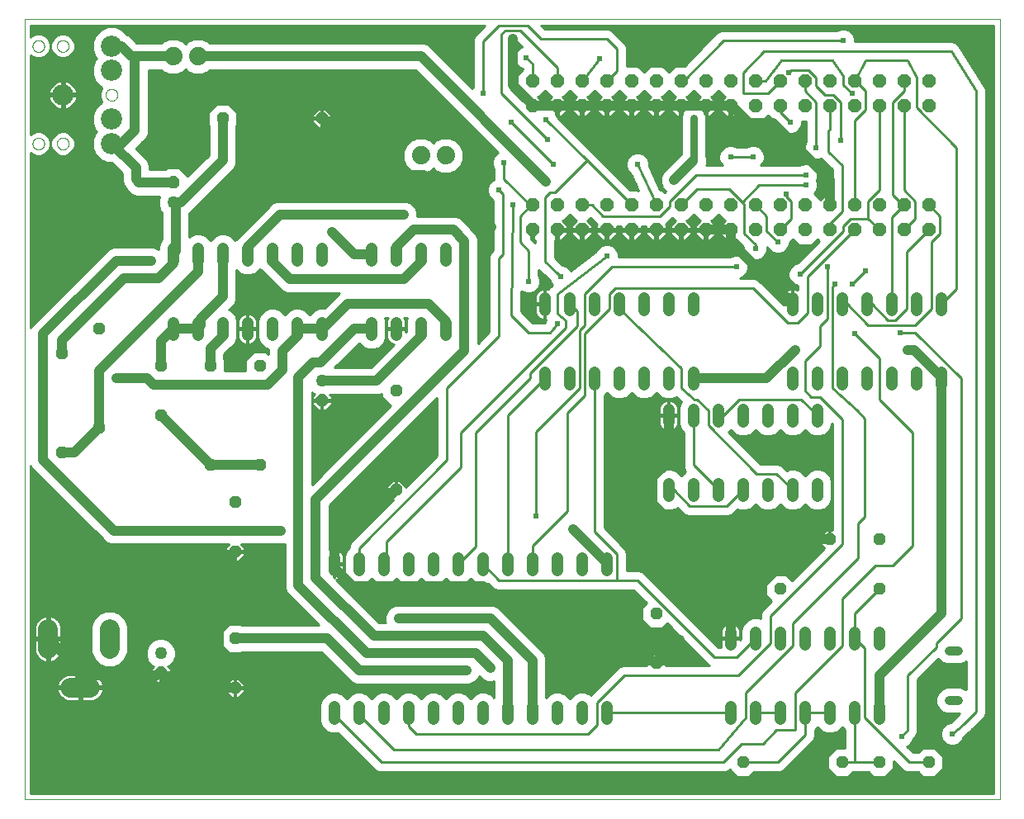
<source format=gtl>
G75*
%MOIN*%
%OFA0B0*%
%FSLAX25Y25*%
%IPPOS*%
%LPD*%
%AMOC8*
5,1,8,0,0,1.08239X$1,22.5*
%
%ADD10C,0.00000*%
%ADD11OC8,0.04800*%
%ADD12OC8,0.05000*%
%ADD13C,0.05000*%
%ADD14C,0.04800*%
%ADD15OC8,0.05400*%
%ADD16C,0.08600*%
%ADD17C,0.07874*%
%ADD18C,0.07400*%
%ADD19C,0.03600*%
%ADD20C,0.04000*%
%ADD21C,0.02400*%
%ADD22C,0.01000*%
%ADD23C,0.02400*%
%ADD24C,0.02900*%
%ADD25C,0.00900*%
D10*
X0025000Y0011500D02*
X0025000Y0326461D01*
X0418701Y0326461D01*
X0418701Y0011500D01*
X0025000Y0011500D01*
X0028295Y0276315D02*
X0028297Y0276412D01*
X0028303Y0276509D01*
X0028313Y0276605D01*
X0028327Y0276701D01*
X0028345Y0276797D01*
X0028366Y0276891D01*
X0028392Y0276985D01*
X0028421Y0277077D01*
X0028455Y0277168D01*
X0028491Y0277258D01*
X0028532Y0277346D01*
X0028576Y0277432D01*
X0028624Y0277517D01*
X0028675Y0277599D01*
X0028729Y0277680D01*
X0028787Y0277758D01*
X0028848Y0277833D01*
X0028911Y0277906D01*
X0028978Y0277977D01*
X0029048Y0278044D01*
X0029120Y0278109D01*
X0029195Y0278170D01*
X0029273Y0278229D01*
X0029352Y0278284D01*
X0029434Y0278336D01*
X0029518Y0278384D01*
X0029604Y0278429D01*
X0029692Y0278471D01*
X0029781Y0278509D01*
X0029872Y0278543D01*
X0029964Y0278573D01*
X0030057Y0278600D01*
X0030152Y0278622D01*
X0030247Y0278641D01*
X0030343Y0278656D01*
X0030439Y0278667D01*
X0030536Y0278674D01*
X0030633Y0278677D01*
X0030730Y0278676D01*
X0030827Y0278671D01*
X0030923Y0278662D01*
X0031019Y0278649D01*
X0031115Y0278632D01*
X0031210Y0278611D01*
X0031303Y0278587D01*
X0031396Y0278558D01*
X0031488Y0278526D01*
X0031578Y0278490D01*
X0031666Y0278451D01*
X0031753Y0278407D01*
X0031838Y0278361D01*
X0031921Y0278310D01*
X0032002Y0278257D01*
X0032080Y0278200D01*
X0032157Y0278140D01*
X0032230Y0278077D01*
X0032301Y0278011D01*
X0032369Y0277942D01*
X0032435Y0277870D01*
X0032497Y0277796D01*
X0032556Y0277719D01*
X0032612Y0277640D01*
X0032665Y0277558D01*
X0032715Y0277475D01*
X0032760Y0277389D01*
X0032803Y0277302D01*
X0032842Y0277213D01*
X0032877Y0277123D01*
X0032908Y0277031D01*
X0032935Y0276938D01*
X0032959Y0276844D01*
X0032979Y0276749D01*
X0032995Y0276653D01*
X0033007Y0276557D01*
X0033015Y0276460D01*
X0033019Y0276363D01*
X0033019Y0276267D01*
X0033015Y0276170D01*
X0033007Y0276073D01*
X0032995Y0275977D01*
X0032979Y0275881D01*
X0032959Y0275786D01*
X0032935Y0275692D01*
X0032908Y0275599D01*
X0032877Y0275507D01*
X0032842Y0275417D01*
X0032803Y0275328D01*
X0032760Y0275241D01*
X0032715Y0275155D01*
X0032665Y0275072D01*
X0032612Y0274990D01*
X0032556Y0274911D01*
X0032497Y0274834D01*
X0032435Y0274760D01*
X0032369Y0274688D01*
X0032301Y0274619D01*
X0032230Y0274553D01*
X0032157Y0274490D01*
X0032080Y0274430D01*
X0032002Y0274373D01*
X0031921Y0274320D01*
X0031838Y0274269D01*
X0031753Y0274223D01*
X0031666Y0274179D01*
X0031578Y0274140D01*
X0031488Y0274104D01*
X0031396Y0274072D01*
X0031303Y0274043D01*
X0031210Y0274019D01*
X0031115Y0273998D01*
X0031019Y0273981D01*
X0030923Y0273968D01*
X0030827Y0273959D01*
X0030730Y0273954D01*
X0030633Y0273953D01*
X0030536Y0273956D01*
X0030439Y0273963D01*
X0030343Y0273974D01*
X0030247Y0273989D01*
X0030152Y0274008D01*
X0030057Y0274030D01*
X0029964Y0274057D01*
X0029872Y0274087D01*
X0029781Y0274121D01*
X0029692Y0274159D01*
X0029604Y0274201D01*
X0029518Y0274246D01*
X0029434Y0274294D01*
X0029352Y0274346D01*
X0029273Y0274401D01*
X0029195Y0274460D01*
X0029120Y0274521D01*
X0029048Y0274586D01*
X0028978Y0274653D01*
X0028911Y0274724D01*
X0028848Y0274797D01*
X0028787Y0274872D01*
X0028729Y0274950D01*
X0028675Y0275031D01*
X0028624Y0275113D01*
X0028576Y0275198D01*
X0028532Y0275284D01*
X0028491Y0275372D01*
X0028455Y0275462D01*
X0028421Y0275553D01*
X0028392Y0275645D01*
X0028366Y0275739D01*
X0028345Y0275833D01*
X0028327Y0275929D01*
X0028313Y0276025D01*
X0028303Y0276121D01*
X0028297Y0276218D01*
X0028295Y0276315D01*
X0038138Y0276315D02*
X0038140Y0276412D01*
X0038146Y0276509D01*
X0038156Y0276605D01*
X0038170Y0276701D01*
X0038188Y0276797D01*
X0038209Y0276891D01*
X0038235Y0276985D01*
X0038264Y0277077D01*
X0038298Y0277168D01*
X0038334Y0277258D01*
X0038375Y0277346D01*
X0038419Y0277432D01*
X0038467Y0277517D01*
X0038518Y0277599D01*
X0038572Y0277680D01*
X0038630Y0277758D01*
X0038691Y0277833D01*
X0038754Y0277906D01*
X0038821Y0277977D01*
X0038891Y0278044D01*
X0038963Y0278109D01*
X0039038Y0278170D01*
X0039116Y0278229D01*
X0039195Y0278284D01*
X0039277Y0278336D01*
X0039361Y0278384D01*
X0039447Y0278429D01*
X0039535Y0278471D01*
X0039624Y0278509D01*
X0039715Y0278543D01*
X0039807Y0278573D01*
X0039900Y0278600D01*
X0039995Y0278622D01*
X0040090Y0278641D01*
X0040186Y0278656D01*
X0040282Y0278667D01*
X0040379Y0278674D01*
X0040476Y0278677D01*
X0040573Y0278676D01*
X0040670Y0278671D01*
X0040766Y0278662D01*
X0040862Y0278649D01*
X0040958Y0278632D01*
X0041053Y0278611D01*
X0041146Y0278587D01*
X0041239Y0278558D01*
X0041331Y0278526D01*
X0041421Y0278490D01*
X0041509Y0278451D01*
X0041596Y0278407D01*
X0041681Y0278361D01*
X0041764Y0278310D01*
X0041845Y0278257D01*
X0041923Y0278200D01*
X0042000Y0278140D01*
X0042073Y0278077D01*
X0042144Y0278011D01*
X0042212Y0277942D01*
X0042278Y0277870D01*
X0042340Y0277796D01*
X0042399Y0277719D01*
X0042455Y0277640D01*
X0042508Y0277558D01*
X0042558Y0277475D01*
X0042603Y0277389D01*
X0042646Y0277302D01*
X0042685Y0277213D01*
X0042720Y0277123D01*
X0042751Y0277031D01*
X0042778Y0276938D01*
X0042802Y0276844D01*
X0042822Y0276749D01*
X0042838Y0276653D01*
X0042850Y0276557D01*
X0042858Y0276460D01*
X0042862Y0276363D01*
X0042862Y0276267D01*
X0042858Y0276170D01*
X0042850Y0276073D01*
X0042838Y0275977D01*
X0042822Y0275881D01*
X0042802Y0275786D01*
X0042778Y0275692D01*
X0042751Y0275599D01*
X0042720Y0275507D01*
X0042685Y0275417D01*
X0042646Y0275328D01*
X0042603Y0275241D01*
X0042558Y0275155D01*
X0042508Y0275072D01*
X0042455Y0274990D01*
X0042399Y0274911D01*
X0042340Y0274834D01*
X0042278Y0274760D01*
X0042212Y0274688D01*
X0042144Y0274619D01*
X0042073Y0274553D01*
X0042000Y0274490D01*
X0041923Y0274430D01*
X0041845Y0274373D01*
X0041764Y0274320D01*
X0041681Y0274269D01*
X0041596Y0274223D01*
X0041509Y0274179D01*
X0041421Y0274140D01*
X0041331Y0274104D01*
X0041239Y0274072D01*
X0041146Y0274043D01*
X0041053Y0274019D01*
X0040958Y0273998D01*
X0040862Y0273981D01*
X0040766Y0273968D01*
X0040670Y0273959D01*
X0040573Y0273954D01*
X0040476Y0273953D01*
X0040379Y0273956D01*
X0040282Y0273963D01*
X0040186Y0273974D01*
X0040090Y0273989D01*
X0039995Y0274008D01*
X0039900Y0274030D01*
X0039807Y0274057D01*
X0039715Y0274087D01*
X0039624Y0274121D01*
X0039535Y0274159D01*
X0039447Y0274201D01*
X0039361Y0274246D01*
X0039277Y0274294D01*
X0039195Y0274346D01*
X0039116Y0274401D01*
X0039038Y0274460D01*
X0038963Y0274521D01*
X0038891Y0274586D01*
X0038821Y0274653D01*
X0038754Y0274724D01*
X0038691Y0274797D01*
X0038630Y0274872D01*
X0038572Y0274950D01*
X0038518Y0275031D01*
X0038467Y0275113D01*
X0038419Y0275198D01*
X0038375Y0275284D01*
X0038334Y0275372D01*
X0038298Y0275462D01*
X0038264Y0275553D01*
X0038235Y0275645D01*
X0038209Y0275739D01*
X0038188Y0275833D01*
X0038170Y0275929D01*
X0038156Y0276025D01*
X0038146Y0276121D01*
X0038140Y0276218D01*
X0038138Y0276315D01*
X0057823Y0296000D02*
X0057825Y0296097D01*
X0057831Y0296194D01*
X0057841Y0296290D01*
X0057855Y0296386D01*
X0057873Y0296482D01*
X0057894Y0296576D01*
X0057920Y0296670D01*
X0057949Y0296762D01*
X0057983Y0296853D01*
X0058019Y0296943D01*
X0058060Y0297031D01*
X0058104Y0297117D01*
X0058152Y0297202D01*
X0058203Y0297284D01*
X0058257Y0297365D01*
X0058315Y0297443D01*
X0058376Y0297518D01*
X0058439Y0297591D01*
X0058506Y0297662D01*
X0058576Y0297729D01*
X0058648Y0297794D01*
X0058723Y0297855D01*
X0058801Y0297914D01*
X0058880Y0297969D01*
X0058962Y0298021D01*
X0059046Y0298069D01*
X0059132Y0298114D01*
X0059220Y0298156D01*
X0059309Y0298194D01*
X0059400Y0298228D01*
X0059492Y0298258D01*
X0059585Y0298285D01*
X0059680Y0298307D01*
X0059775Y0298326D01*
X0059871Y0298341D01*
X0059967Y0298352D01*
X0060064Y0298359D01*
X0060161Y0298362D01*
X0060258Y0298361D01*
X0060355Y0298356D01*
X0060451Y0298347D01*
X0060547Y0298334D01*
X0060643Y0298317D01*
X0060738Y0298296D01*
X0060831Y0298272D01*
X0060924Y0298243D01*
X0061016Y0298211D01*
X0061106Y0298175D01*
X0061194Y0298136D01*
X0061281Y0298092D01*
X0061366Y0298046D01*
X0061449Y0297995D01*
X0061530Y0297942D01*
X0061608Y0297885D01*
X0061685Y0297825D01*
X0061758Y0297762D01*
X0061829Y0297696D01*
X0061897Y0297627D01*
X0061963Y0297555D01*
X0062025Y0297481D01*
X0062084Y0297404D01*
X0062140Y0297325D01*
X0062193Y0297243D01*
X0062243Y0297160D01*
X0062288Y0297074D01*
X0062331Y0296987D01*
X0062370Y0296898D01*
X0062405Y0296808D01*
X0062436Y0296716D01*
X0062463Y0296623D01*
X0062487Y0296529D01*
X0062507Y0296434D01*
X0062523Y0296338D01*
X0062535Y0296242D01*
X0062543Y0296145D01*
X0062547Y0296048D01*
X0062547Y0295952D01*
X0062543Y0295855D01*
X0062535Y0295758D01*
X0062523Y0295662D01*
X0062507Y0295566D01*
X0062487Y0295471D01*
X0062463Y0295377D01*
X0062436Y0295284D01*
X0062405Y0295192D01*
X0062370Y0295102D01*
X0062331Y0295013D01*
X0062288Y0294926D01*
X0062243Y0294840D01*
X0062193Y0294757D01*
X0062140Y0294675D01*
X0062084Y0294596D01*
X0062025Y0294519D01*
X0061963Y0294445D01*
X0061897Y0294373D01*
X0061829Y0294304D01*
X0061758Y0294238D01*
X0061685Y0294175D01*
X0061608Y0294115D01*
X0061530Y0294058D01*
X0061449Y0294005D01*
X0061366Y0293954D01*
X0061281Y0293908D01*
X0061194Y0293864D01*
X0061106Y0293825D01*
X0061016Y0293789D01*
X0060924Y0293757D01*
X0060831Y0293728D01*
X0060738Y0293704D01*
X0060643Y0293683D01*
X0060547Y0293666D01*
X0060451Y0293653D01*
X0060355Y0293644D01*
X0060258Y0293639D01*
X0060161Y0293638D01*
X0060064Y0293641D01*
X0059967Y0293648D01*
X0059871Y0293659D01*
X0059775Y0293674D01*
X0059680Y0293693D01*
X0059585Y0293715D01*
X0059492Y0293742D01*
X0059400Y0293772D01*
X0059309Y0293806D01*
X0059220Y0293844D01*
X0059132Y0293886D01*
X0059046Y0293931D01*
X0058962Y0293979D01*
X0058880Y0294031D01*
X0058801Y0294086D01*
X0058723Y0294145D01*
X0058648Y0294206D01*
X0058576Y0294271D01*
X0058506Y0294338D01*
X0058439Y0294409D01*
X0058376Y0294482D01*
X0058315Y0294557D01*
X0058257Y0294635D01*
X0058203Y0294716D01*
X0058152Y0294798D01*
X0058104Y0294883D01*
X0058060Y0294969D01*
X0058019Y0295057D01*
X0057983Y0295147D01*
X0057949Y0295238D01*
X0057920Y0295330D01*
X0057894Y0295424D01*
X0057873Y0295518D01*
X0057855Y0295614D01*
X0057841Y0295710D01*
X0057831Y0295806D01*
X0057825Y0295903D01*
X0057823Y0296000D01*
X0038138Y0315685D02*
X0038140Y0315782D01*
X0038146Y0315879D01*
X0038156Y0315975D01*
X0038170Y0316071D01*
X0038188Y0316167D01*
X0038209Y0316261D01*
X0038235Y0316355D01*
X0038264Y0316447D01*
X0038298Y0316538D01*
X0038334Y0316628D01*
X0038375Y0316716D01*
X0038419Y0316802D01*
X0038467Y0316887D01*
X0038518Y0316969D01*
X0038572Y0317050D01*
X0038630Y0317128D01*
X0038691Y0317203D01*
X0038754Y0317276D01*
X0038821Y0317347D01*
X0038891Y0317414D01*
X0038963Y0317479D01*
X0039038Y0317540D01*
X0039116Y0317599D01*
X0039195Y0317654D01*
X0039277Y0317706D01*
X0039361Y0317754D01*
X0039447Y0317799D01*
X0039535Y0317841D01*
X0039624Y0317879D01*
X0039715Y0317913D01*
X0039807Y0317943D01*
X0039900Y0317970D01*
X0039995Y0317992D01*
X0040090Y0318011D01*
X0040186Y0318026D01*
X0040282Y0318037D01*
X0040379Y0318044D01*
X0040476Y0318047D01*
X0040573Y0318046D01*
X0040670Y0318041D01*
X0040766Y0318032D01*
X0040862Y0318019D01*
X0040958Y0318002D01*
X0041053Y0317981D01*
X0041146Y0317957D01*
X0041239Y0317928D01*
X0041331Y0317896D01*
X0041421Y0317860D01*
X0041509Y0317821D01*
X0041596Y0317777D01*
X0041681Y0317731D01*
X0041764Y0317680D01*
X0041845Y0317627D01*
X0041923Y0317570D01*
X0042000Y0317510D01*
X0042073Y0317447D01*
X0042144Y0317381D01*
X0042212Y0317312D01*
X0042278Y0317240D01*
X0042340Y0317166D01*
X0042399Y0317089D01*
X0042455Y0317010D01*
X0042508Y0316928D01*
X0042558Y0316845D01*
X0042603Y0316759D01*
X0042646Y0316672D01*
X0042685Y0316583D01*
X0042720Y0316493D01*
X0042751Y0316401D01*
X0042778Y0316308D01*
X0042802Y0316214D01*
X0042822Y0316119D01*
X0042838Y0316023D01*
X0042850Y0315927D01*
X0042858Y0315830D01*
X0042862Y0315733D01*
X0042862Y0315637D01*
X0042858Y0315540D01*
X0042850Y0315443D01*
X0042838Y0315347D01*
X0042822Y0315251D01*
X0042802Y0315156D01*
X0042778Y0315062D01*
X0042751Y0314969D01*
X0042720Y0314877D01*
X0042685Y0314787D01*
X0042646Y0314698D01*
X0042603Y0314611D01*
X0042558Y0314525D01*
X0042508Y0314442D01*
X0042455Y0314360D01*
X0042399Y0314281D01*
X0042340Y0314204D01*
X0042278Y0314130D01*
X0042212Y0314058D01*
X0042144Y0313989D01*
X0042073Y0313923D01*
X0042000Y0313860D01*
X0041923Y0313800D01*
X0041845Y0313743D01*
X0041764Y0313690D01*
X0041681Y0313639D01*
X0041596Y0313593D01*
X0041509Y0313549D01*
X0041421Y0313510D01*
X0041331Y0313474D01*
X0041239Y0313442D01*
X0041146Y0313413D01*
X0041053Y0313389D01*
X0040958Y0313368D01*
X0040862Y0313351D01*
X0040766Y0313338D01*
X0040670Y0313329D01*
X0040573Y0313324D01*
X0040476Y0313323D01*
X0040379Y0313326D01*
X0040282Y0313333D01*
X0040186Y0313344D01*
X0040090Y0313359D01*
X0039995Y0313378D01*
X0039900Y0313400D01*
X0039807Y0313427D01*
X0039715Y0313457D01*
X0039624Y0313491D01*
X0039535Y0313529D01*
X0039447Y0313571D01*
X0039361Y0313616D01*
X0039277Y0313664D01*
X0039195Y0313716D01*
X0039116Y0313771D01*
X0039038Y0313830D01*
X0038963Y0313891D01*
X0038891Y0313956D01*
X0038821Y0314023D01*
X0038754Y0314094D01*
X0038691Y0314167D01*
X0038630Y0314242D01*
X0038572Y0314320D01*
X0038518Y0314401D01*
X0038467Y0314483D01*
X0038419Y0314568D01*
X0038375Y0314654D01*
X0038334Y0314742D01*
X0038298Y0314832D01*
X0038264Y0314923D01*
X0038235Y0315015D01*
X0038209Y0315109D01*
X0038188Y0315203D01*
X0038170Y0315299D01*
X0038156Y0315395D01*
X0038146Y0315491D01*
X0038140Y0315588D01*
X0038138Y0315685D01*
X0028295Y0315685D02*
X0028297Y0315782D01*
X0028303Y0315879D01*
X0028313Y0315975D01*
X0028327Y0316071D01*
X0028345Y0316167D01*
X0028366Y0316261D01*
X0028392Y0316355D01*
X0028421Y0316447D01*
X0028455Y0316538D01*
X0028491Y0316628D01*
X0028532Y0316716D01*
X0028576Y0316802D01*
X0028624Y0316887D01*
X0028675Y0316969D01*
X0028729Y0317050D01*
X0028787Y0317128D01*
X0028848Y0317203D01*
X0028911Y0317276D01*
X0028978Y0317347D01*
X0029048Y0317414D01*
X0029120Y0317479D01*
X0029195Y0317540D01*
X0029273Y0317599D01*
X0029352Y0317654D01*
X0029434Y0317706D01*
X0029518Y0317754D01*
X0029604Y0317799D01*
X0029692Y0317841D01*
X0029781Y0317879D01*
X0029872Y0317913D01*
X0029964Y0317943D01*
X0030057Y0317970D01*
X0030152Y0317992D01*
X0030247Y0318011D01*
X0030343Y0318026D01*
X0030439Y0318037D01*
X0030536Y0318044D01*
X0030633Y0318047D01*
X0030730Y0318046D01*
X0030827Y0318041D01*
X0030923Y0318032D01*
X0031019Y0318019D01*
X0031115Y0318002D01*
X0031210Y0317981D01*
X0031303Y0317957D01*
X0031396Y0317928D01*
X0031488Y0317896D01*
X0031578Y0317860D01*
X0031666Y0317821D01*
X0031753Y0317777D01*
X0031838Y0317731D01*
X0031921Y0317680D01*
X0032002Y0317627D01*
X0032080Y0317570D01*
X0032157Y0317510D01*
X0032230Y0317447D01*
X0032301Y0317381D01*
X0032369Y0317312D01*
X0032435Y0317240D01*
X0032497Y0317166D01*
X0032556Y0317089D01*
X0032612Y0317010D01*
X0032665Y0316928D01*
X0032715Y0316845D01*
X0032760Y0316759D01*
X0032803Y0316672D01*
X0032842Y0316583D01*
X0032877Y0316493D01*
X0032908Y0316401D01*
X0032935Y0316308D01*
X0032959Y0316214D01*
X0032979Y0316119D01*
X0032995Y0316023D01*
X0033007Y0315927D01*
X0033015Y0315830D01*
X0033019Y0315733D01*
X0033019Y0315637D01*
X0033015Y0315540D01*
X0033007Y0315443D01*
X0032995Y0315347D01*
X0032979Y0315251D01*
X0032959Y0315156D01*
X0032935Y0315062D01*
X0032908Y0314969D01*
X0032877Y0314877D01*
X0032842Y0314787D01*
X0032803Y0314698D01*
X0032760Y0314611D01*
X0032715Y0314525D01*
X0032665Y0314442D01*
X0032612Y0314360D01*
X0032556Y0314281D01*
X0032497Y0314204D01*
X0032435Y0314130D01*
X0032369Y0314058D01*
X0032301Y0313989D01*
X0032230Y0313923D01*
X0032157Y0313860D01*
X0032080Y0313800D01*
X0032002Y0313743D01*
X0031921Y0313690D01*
X0031838Y0313639D01*
X0031753Y0313593D01*
X0031666Y0313549D01*
X0031578Y0313510D01*
X0031488Y0313474D01*
X0031396Y0313442D01*
X0031303Y0313413D01*
X0031210Y0313389D01*
X0031115Y0313368D01*
X0031019Y0313351D01*
X0030923Y0313338D01*
X0030827Y0313329D01*
X0030730Y0313324D01*
X0030633Y0313323D01*
X0030536Y0313326D01*
X0030439Y0313333D01*
X0030343Y0313344D01*
X0030247Y0313359D01*
X0030152Y0313378D01*
X0030057Y0313400D01*
X0029964Y0313427D01*
X0029872Y0313457D01*
X0029781Y0313491D01*
X0029692Y0313529D01*
X0029604Y0313571D01*
X0029518Y0313616D01*
X0029434Y0313664D01*
X0029352Y0313716D01*
X0029273Y0313771D01*
X0029195Y0313830D01*
X0029120Y0313891D01*
X0029048Y0313956D01*
X0028978Y0314023D01*
X0028911Y0314094D01*
X0028848Y0314167D01*
X0028787Y0314242D01*
X0028729Y0314320D01*
X0028675Y0314401D01*
X0028624Y0314483D01*
X0028576Y0314568D01*
X0028532Y0314654D01*
X0028491Y0314742D01*
X0028455Y0314832D01*
X0028421Y0314923D01*
X0028392Y0315015D01*
X0028366Y0315109D01*
X0028345Y0315203D01*
X0028327Y0315299D01*
X0028313Y0315395D01*
X0028303Y0315491D01*
X0028297Y0315588D01*
X0028295Y0315685D01*
D11*
X0105000Y0286500D03*
X0145000Y0286500D03*
X0055000Y0201500D03*
X0040000Y0191500D03*
X0055000Y0161500D03*
X0040000Y0151500D03*
X0080000Y0166500D03*
X0080000Y0186500D03*
X0100000Y0186500D03*
X0120000Y0186500D03*
X0120000Y0146500D03*
X0110000Y0131500D03*
X0100000Y0146500D03*
X0110000Y0111500D03*
X0110000Y0076500D03*
X0110000Y0056500D03*
X0175000Y0136500D03*
X0175000Y0176500D03*
X0280000Y0086500D03*
X0280000Y0066500D03*
X0330000Y0096500D03*
X0350000Y0116500D03*
X0370000Y0116500D03*
X0370000Y0096500D03*
X0370000Y0026500D03*
X0355000Y0026500D03*
X0390000Y0026500D03*
X0315000Y0026500D03*
D12*
X0145000Y0172500D03*
X0085000Y0260500D03*
X0080000Y0062500D03*
D13*
X0080000Y0070500D03*
X0145000Y0180500D03*
X0085000Y0252500D03*
D14*
X0085000Y0233900D02*
X0085000Y0229100D01*
X0095000Y0229100D02*
X0095000Y0233900D01*
X0105000Y0233900D02*
X0105000Y0229100D01*
X0115000Y0229100D02*
X0115000Y0233900D01*
X0125000Y0233900D02*
X0125000Y0229100D01*
X0135000Y0229100D02*
X0135000Y0233900D01*
X0145000Y0233900D02*
X0145000Y0229100D01*
X0165000Y0229100D02*
X0165000Y0233900D01*
X0175000Y0233900D02*
X0175000Y0229100D01*
X0185000Y0229100D02*
X0185000Y0233900D01*
X0195000Y0233900D02*
X0195000Y0229100D01*
X0195000Y0203900D02*
X0195000Y0199100D01*
X0185000Y0199100D02*
X0185000Y0203900D01*
X0175000Y0203900D02*
X0175000Y0199100D01*
X0165000Y0199100D02*
X0165000Y0203900D01*
X0145000Y0203900D02*
X0145000Y0199100D01*
X0135000Y0199100D02*
X0135000Y0203900D01*
X0125000Y0203900D02*
X0125000Y0199100D01*
X0115000Y0199100D02*
X0115000Y0203900D01*
X0105000Y0203900D02*
X0105000Y0199100D01*
X0095000Y0199100D02*
X0095000Y0203900D01*
X0085000Y0203900D02*
X0085000Y0199100D01*
X0150000Y0108900D02*
X0150000Y0104100D01*
X0160000Y0104100D02*
X0160000Y0108900D01*
X0170000Y0108900D02*
X0170000Y0104100D01*
X0180000Y0104100D02*
X0180000Y0108900D01*
X0190000Y0108900D02*
X0190000Y0104100D01*
X0200000Y0104100D02*
X0200000Y0108900D01*
X0210000Y0108900D02*
X0210000Y0104100D01*
X0220000Y0104100D02*
X0220000Y0108900D01*
X0230000Y0108900D02*
X0230000Y0104100D01*
X0240000Y0104100D02*
X0240000Y0108900D01*
X0250000Y0108900D02*
X0250000Y0104100D01*
X0260000Y0104100D02*
X0260000Y0108900D01*
X0285000Y0134100D02*
X0285000Y0138900D01*
X0295000Y0138900D02*
X0295000Y0134100D01*
X0305000Y0134100D02*
X0305000Y0138900D01*
X0315000Y0138900D02*
X0315000Y0134100D01*
X0325000Y0134100D02*
X0325000Y0138900D01*
X0335000Y0138900D02*
X0335000Y0134100D01*
X0345000Y0134100D02*
X0345000Y0138900D01*
X0345000Y0164100D02*
X0345000Y0168900D01*
X0335000Y0168900D02*
X0335000Y0164100D01*
X0325000Y0164100D02*
X0325000Y0168900D01*
X0315000Y0168900D02*
X0315000Y0164100D01*
X0305000Y0164100D02*
X0305000Y0168900D01*
X0295000Y0168900D02*
X0295000Y0164100D01*
X0285000Y0164100D02*
X0285000Y0168900D01*
X0285000Y0179100D02*
X0285000Y0183900D01*
X0275000Y0183900D02*
X0275000Y0179100D01*
X0265000Y0179100D02*
X0265000Y0183900D01*
X0255000Y0183900D02*
X0255000Y0179100D01*
X0245000Y0179100D02*
X0245000Y0183900D01*
X0235000Y0183900D02*
X0235000Y0179100D01*
X0235000Y0209100D02*
X0235000Y0213900D01*
X0245000Y0213900D02*
X0245000Y0209100D01*
X0255000Y0209100D02*
X0255000Y0213900D01*
X0265000Y0213900D02*
X0265000Y0209100D01*
X0275000Y0209100D02*
X0275000Y0213900D01*
X0285000Y0213900D02*
X0285000Y0209100D01*
X0295000Y0209100D02*
X0295000Y0213900D01*
X0295000Y0183900D02*
X0295000Y0179100D01*
X0335000Y0179100D02*
X0335000Y0183900D01*
X0345000Y0183900D02*
X0345000Y0179100D01*
X0355000Y0179100D02*
X0355000Y0183900D01*
X0365000Y0183900D02*
X0365000Y0179100D01*
X0375000Y0179100D02*
X0375000Y0183900D01*
X0385000Y0183900D02*
X0385000Y0179100D01*
X0395000Y0179100D02*
X0395000Y0183900D01*
X0395000Y0209100D02*
X0395000Y0213900D01*
X0385000Y0213900D02*
X0385000Y0209100D01*
X0375000Y0209100D02*
X0375000Y0213900D01*
X0365000Y0213900D02*
X0365000Y0209100D01*
X0355000Y0209100D02*
X0355000Y0213900D01*
X0345000Y0213900D02*
X0345000Y0209100D01*
X0335000Y0209100D02*
X0335000Y0213900D01*
X0330000Y0078900D02*
X0330000Y0074100D01*
X0320000Y0074100D02*
X0320000Y0078900D01*
X0310000Y0078900D02*
X0310000Y0074100D01*
X0340000Y0074100D02*
X0340000Y0078900D01*
X0350000Y0078900D02*
X0350000Y0074100D01*
X0360000Y0074100D02*
X0360000Y0078900D01*
X0370000Y0078900D02*
X0370000Y0074100D01*
X0370000Y0048900D02*
X0370000Y0044100D01*
X0360000Y0044100D02*
X0360000Y0048900D01*
X0350000Y0048900D02*
X0350000Y0044100D01*
X0340000Y0044100D02*
X0340000Y0048900D01*
X0330000Y0048900D02*
X0330000Y0044100D01*
X0320000Y0044100D02*
X0320000Y0048900D01*
X0310000Y0048900D02*
X0310000Y0044100D01*
X0260000Y0044100D02*
X0260000Y0048900D01*
X0250000Y0048900D02*
X0250000Y0044100D01*
X0240000Y0044100D02*
X0240000Y0048900D01*
X0230000Y0048900D02*
X0230000Y0044100D01*
X0220000Y0044100D02*
X0220000Y0048900D01*
X0210000Y0048900D02*
X0210000Y0044100D01*
X0200000Y0044100D02*
X0200000Y0048900D01*
X0190000Y0048900D02*
X0190000Y0044100D01*
X0180000Y0044100D02*
X0180000Y0048900D01*
X0170000Y0048900D02*
X0170000Y0044100D01*
X0160000Y0044100D02*
X0160000Y0048900D01*
X0150000Y0048900D02*
X0150000Y0044100D01*
D15*
X0230000Y0241500D03*
X0240000Y0241500D03*
X0240000Y0251500D03*
X0230000Y0251500D03*
X0250000Y0251500D03*
X0260000Y0251500D03*
X0270000Y0251500D03*
X0270000Y0241500D03*
X0260000Y0241500D03*
X0250000Y0241500D03*
X0280000Y0241500D03*
X0290000Y0241500D03*
X0300000Y0241500D03*
X0300000Y0251500D03*
X0290000Y0251500D03*
X0280000Y0251500D03*
X0310000Y0251500D03*
X0320000Y0251500D03*
X0330000Y0251500D03*
X0340000Y0251500D03*
X0340000Y0241500D03*
X0330000Y0241500D03*
X0320000Y0241500D03*
X0310000Y0241500D03*
X0350000Y0241500D03*
X0360000Y0241500D03*
X0370000Y0241500D03*
X0370000Y0251500D03*
X0360000Y0251500D03*
X0350000Y0251500D03*
X0380000Y0251500D03*
X0390000Y0251500D03*
X0390000Y0241500D03*
X0380000Y0241500D03*
X0380000Y0291500D03*
X0390000Y0291500D03*
X0390000Y0301500D03*
X0380000Y0301500D03*
X0370000Y0301500D03*
X0360000Y0301500D03*
X0350000Y0301500D03*
X0350000Y0291500D03*
X0360000Y0291500D03*
X0370000Y0291500D03*
X0340000Y0291500D03*
X0330000Y0291500D03*
X0320000Y0291500D03*
X0310000Y0291500D03*
X0310000Y0301500D03*
X0320000Y0301500D03*
X0330000Y0301500D03*
X0340000Y0301500D03*
X0300000Y0301500D03*
X0290000Y0301500D03*
X0280000Y0301500D03*
X0280000Y0291500D03*
X0290000Y0291500D03*
X0300000Y0291500D03*
X0270000Y0291500D03*
X0260000Y0291500D03*
X0250000Y0291500D03*
X0250000Y0301500D03*
X0260000Y0301500D03*
X0270000Y0301500D03*
X0240000Y0301500D03*
X0230000Y0301500D03*
X0230000Y0291500D03*
X0240000Y0291500D03*
D16*
X0060185Y0286157D03*
X0060185Y0276315D03*
X0040500Y0296000D03*
X0060185Y0305843D03*
X0060185Y0315685D03*
D17*
X0059331Y0080280D02*
X0059331Y0072406D01*
X0051457Y0056657D02*
X0043583Y0056657D01*
X0034528Y0072406D02*
X0034528Y0080280D01*
D18*
X0185000Y0271500D03*
X0195000Y0271500D03*
X0095000Y0311500D03*
X0085000Y0311500D03*
D19*
X0398200Y0071500D02*
X0401800Y0071500D01*
X0401800Y0051500D02*
X0398200Y0051500D01*
D20*
X0375000Y0066500D02*
X0395000Y0086500D01*
X0395000Y0181500D01*
X0394000Y0183000D01*
X0384000Y0193000D01*
X0381500Y0193000D01*
X0336000Y0193000D02*
X0324500Y0181500D01*
X0295000Y0181500D01*
X0285000Y0166500D02*
X0285000Y0148000D01*
X0278500Y0141500D01*
X0278500Y0131000D01*
X0316750Y0092750D01*
X0340500Y0116500D01*
X0350000Y0116500D01*
X0316750Y0092750D02*
X0310000Y0086000D01*
X0310000Y0076500D01*
X0289500Y0076000D02*
X0280000Y0066500D01*
X0278500Y0067500D01*
X0240000Y0067500D01*
X0210000Y0097500D01*
X0157500Y0097500D01*
X0150000Y0105000D01*
X0150000Y0106500D01*
X0150000Y0111500D01*
X0175000Y0136500D01*
X0142500Y0132500D02*
X0142500Y0101000D01*
X0166000Y0077500D01*
X0210000Y0077500D01*
X0220000Y0067500D01*
X0220000Y0046500D01*
X0230000Y0046500D02*
X0230000Y0067500D01*
X0213000Y0084500D01*
X0176000Y0084500D01*
X0163000Y0070500D02*
X0207000Y0070500D01*
X0213000Y0064500D01*
X0203500Y0063500D02*
X0160000Y0063500D01*
X0147000Y0076500D01*
X0110000Y0076500D01*
X0110000Y0056500D02*
X0103500Y0056500D01*
X0103500Y0105000D01*
X0110000Y0111500D01*
X0128500Y0120000D02*
X0061000Y0120000D01*
X0032500Y0148500D01*
X0032500Y0199500D01*
X0062000Y0229000D01*
X0076000Y0229000D01*
X0079000Y0222000D02*
X0085000Y0228000D01*
X0085000Y0231500D01*
X0086000Y0233000D01*
X0086000Y0251000D01*
X0085000Y0252500D01*
X0088000Y0252500D01*
X0105000Y0269500D01*
X0105000Y0286500D01*
X0095000Y0311500D02*
X0185000Y0311500D01*
X0235500Y0261000D01*
X0213500Y0242500D02*
X0207000Y0242500D01*
X0186000Y0263500D01*
X0168000Y0263500D01*
X0145000Y0286500D01*
X0128000Y0247500D02*
X0178000Y0247500D01*
X0182000Y0241500D02*
X0198000Y0241500D01*
X0202500Y0237000D01*
X0202500Y0192500D01*
X0142500Y0132500D01*
X0120000Y0146500D02*
X0100000Y0146500D01*
X0080000Y0166500D01*
X0077000Y0179000D02*
X0123000Y0179000D01*
X0129000Y0185000D01*
X0129000Y0192500D01*
X0135000Y0198500D01*
X0135000Y0201500D01*
X0145000Y0201500D01*
X0146500Y0202500D01*
X0155500Y0211500D01*
X0188000Y0211500D01*
X0195000Y0204500D01*
X0195000Y0201500D01*
X0185000Y0201500D02*
X0185000Y0198500D01*
X0167000Y0180500D01*
X0145000Y0180500D01*
X0144500Y0188000D02*
X0141500Y0188000D01*
X0135500Y0182000D01*
X0135500Y0098000D01*
X0163000Y0070500D01*
X0103500Y0056500D02*
X0086000Y0056500D01*
X0080000Y0062500D01*
X0078500Y0061500D01*
X0047500Y0061500D01*
X0047500Y0057000D01*
X0047520Y0056657D01*
X0047500Y0061500D02*
X0047500Y0063500D01*
X0035000Y0076000D01*
X0034528Y0076343D01*
X0040000Y0151500D02*
X0045000Y0151500D01*
X0055000Y0161500D01*
X0055000Y0184500D01*
X0095000Y0224500D01*
X0095000Y0231500D01*
X0105000Y0231500D02*
X0105000Y0214500D01*
X0096000Y0205500D01*
X0096000Y0203000D01*
X0095000Y0201500D01*
X0085000Y0201500D01*
X0080000Y0196500D01*
X0080000Y0186500D01*
X0074500Y0181500D02*
X0077000Y0179000D01*
X0074500Y0181500D02*
X0062000Y0181500D01*
X0040000Y0191500D02*
X0040000Y0197000D01*
X0065000Y0222000D01*
X0079000Y0222000D01*
X0105000Y0201500D02*
X0105000Y0198500D01*
X0100000Y0193500D01*
X0100000Y0186500D01*
X0132000Y0221500D02*
X0178000Y0221500D01*
X0185000Y0228500D01*
X0185000Y0231500D01*
X0175000Y0231500D02*
X0175000Y0234500D01*
X0182000Y0241500D01*
X0165000Y0231500D02*
X0158000Y0231500D01*
X0149000Y0240500D01*
X0128000Y0247500D02*
X0115000Y0234500D01*
X0115000Y0231500D01*
X0125000Y0231500D02*
X0125000Y0228500D01*
X0132000Y0221500D01*
X0158000Y0201500D02*
X0144500Y0188000D01*
X0158000Y0201500D02*
X0165000Y0201500D01*
X0085000Y0260500D02*
X0071000Y0260500D01*
X0070000Y0262000D01*
X0070000Y0266500D01*
X0060185Y0276315D01*
X0063500Y0275500D01*
X0069500Y0281500D01*
X0069500Y0311500D01*
X0085000Y0311500D01*
X0069500Y0311500D02*
X0068000Y0311500D01*
X0064000Y0315500D01*
X0060500Y0315500D01*
X0060185Y0315685D01*
X0222000Y0318500D02*
X0222000Y0300000D01*
X0229000Y0293000D01*
X0230000Y0291500D01*
X0240000Y0291500D01*
X0250000Y0291500D01*
X0260000Y0291500D01*
X0270000Y0291500D01*
X0280000Y0291500D01*
X0290000Y0291500D01*
X0300000Y0291500D01*
X0310000Y0291500D01*
X0311500Y0290500D01*
X0317500Y0284500D01*
X0327000Y0284500D01*
X0350000Y0261500D01*
X0350000Y0251500D01*
X0310000Y0241500D02*
X0310000Y0236500D01*
X0335000Y0211500D01*
X0310000Y0241500D02*
X0300000Y0241500D01*
X0287301Y0261566D02*
X0294914Y0269179D01*
X0246500Y0120500D02*
X0260000Y0107000D01*
X0260000Y0106500D01*
X0370000Y0061500D02*
X0370000Y0046500D01*
X0370000Y0061500D02*
X0375000Y0066500D01*
D21*
X0375000Y0066500D03*
X0399500Y0038000D03*
X0379000Y0037000D03*
X0289500Y0076000D03*
X0246500Y0120500D03*
X0231500Y0126000D03*
X0176000Y0084500D03*
X0203500Y0063500D03*
X0213000Y0064500D03*
X0128500Y0120000D03*
X0062000Y0181500D03*
X0076000Y0229000D03*
X0149000Y0240500D03*
X0178000Y0247500D03*
X0213500Y0242500D03*
X0222000Y0251500D03*
X0216500Y0257500D03*
X0218500Y0268500D03*
X0235500Y0261000D03*
X0238500Y0268000D03*
X0236000Y0278000D03*
X0235500Y0286000D03*
X0221500Y0285000D03*
X0210000Y0296500D03*
X0227500Y0311000D03*
X0222000Y0318500D03*
X0257000Y0310500D03*
X0295052Y0286543D03*
X0310000Y0271000D03*
X0319000Y0271000D03*
X0334000Y0285000D03*
X0344500Y0274500D03*
X0354500Y0277500D03*
X0340500Y0263500D03*
X0340500Y0259500D03*
X0332500Y0256000D03*
X0329000Y0236500D03*
X0320000Y0234000D03*
X0312500Y0226500D03*
X0338000Y0223500D03*
X0349000Y0226500D03*
X0352000Y0219500D03*
X0359000Y0219500D03*
X0364500Y0225000D03*
X0360000Y0199500D03*
X0378500Y0200000D03*
X0381500Y0193000D03*
X0336000Y0193000D03*
X0260000Y0231000D03*
X0241500Y0222500D03*
X0228500Y0220500D03*
X0240000Y0203500D03*
X0287301Y0261566D03*
X0272500Y0268000D03*
X0333500Y0305000D03*
X0355500Y0318000D03*
X0359000Y0296500D03*
D22*
X0355500Y0300000D01*
X0355500Y0303500D01*
X0351000Y0310000D01*
X0330500Y0310000D01*
X0324000Y0301500D01*
X0320000Y0301500D01*
X0315000Y0305000D02*
X0315000Y0296500D01*
X0325000Y0296500D01*
X0330000Y0301500D01*
X0333500Y0305000D02*
X0334500Y0306000D01*
X0341500Y0306000D01*
X0344500Y0303000D01*
X0344500Y0299500D01*
X0348000Y0296000D01*
X0351500Y0296000D01*
X0354500Y0293000D01*
X0354500Y0277500D01*
X0349500Y0281500D02*
X0349500Y0273000D01*
X0355000Y0267500D01*
X0355000Y0249000D01*
X0350000Y0244000D01*
X0350000Y0241500D01*
X0355500Y0241000D02*
X0355500Y0243000D01*
X0358500Y0246000D01*
X0365500Y0246000D01*
X0365500Y0253000D01*
X0370000Y0257500D01*
X0370000Y0291500D01*
X0364500Y0290000D02*
X0364500Y0297500D01*
X0360500Y0301500D01*
X0360000Y0301500D01*
X0364500Y0310000D01*
X0381500Y0310000D01*
X0385000Y0303000D01*
X0385000Y0291000D01*
X0401000Y0274500D01*
X0401000Y0217500D01*
X0395000Y0211500D01*
X0391000Y0209500D02*
X0391000Y0236500D01*
X0394500Y0240000D01*
X0394500Y0247000D01*
X0390000Y0251500D01*
X0384500Y0253000D02*
X0384500Y0246000D01*
X0380000Y0241500D01*
X0375000Y0246500D02*
X0380000Y0251500D01*
X0379500Y0251500D01*
X0375500Y0255500D01*
X0375500Y0293000D01*
X0380000Y0297500D01*
X0380000Y0301500D01*
X0380000Y0291500D02*
X0380000Y0257500D01*
X0384500Y0253000D01*
X0375000Y0246500D02*
X0375000Y0211500D01*
X0373500Y0205000D02*
X0367000Y0211500D01*
X0365000Y0211500D01*
X0357000Y0211500D02*
X0365500Y0203000D01*
X0384500Y0203000D01*
X0391000Y0209500D01*
X0381000Y0209500D02*
X0381000Y0232500D01*
X0390000Y0241500D01*
X0370000Y0241500D02*
X0365500Y0246000D01*
X0360000Y0241500D02*
X0341000Y0222500D01*
X0341000Y0208000D01*
X0337000Y0204000D01*
X0333000Y0204000D01*
X0319000Y0218000D01*
X0263500Y0218000D01*
X0261000Y0215500D01*
X0261000Y0209500D01*
X0251000Y0199500D01*
X0251000Y0174500D01*
X0244000Y0167500D01*
X0244000Y0128000D01*
X0230000Y0114000D01*
X0230000Y0106500D01*
X0220000Y0106500D02*
X0220000Y0166500D01*
X0235000Y0181500D01*
X0229000Y0181500D02*
X0229000Y0183500D01*
X0248000Y0202500D01*
X0248000Y0208500D01*
X0245000Y0211500D01*
X0251000Y0215500D02*
X0262000Y0226500D01*
X0312500Y0226500D01*
X0315831Y0223184D02*
X0333300Y0223184D01*
X0333300Y0222565D02*
X0333300Y0224435D01*
X0334016Y0226162D01*
X0335338Y0227484D01*
X0337028Y0228184D01*
X0345788Y0236944D01*
X0345000Y0237732D01*
X0342568Y0235300D01*
X0337432Y0235300D01*
X0335000Y0237732D01*
X0333700Y0236432D01*
X0333700Y0235565D01*
X0332984Y0233838D01*
X0331662Y0232516D01*
X0329935Y0231800D01*
X0328065Y0231800D01*
X0326338Y0232516D01*
X0325016Y0233838D01*
X0324700Y0234599D01*
X0324700Y0233065D01*
X0323984Y0231338D01*
X0322662Y0230016D01*
X0320935Y0229300D01*
X0319065Y0229300D01*
X0317338Y0230016D01*
X0316016Y0231338D01*
X0315300Y0233065D01*
X0315300Y0234543D01*
X0313234Y0236609D01*
X0312141Y0237702D01*
X0311740Y0237300D01*
X0310400Y0237300D01*
X0310400Y0241100D01*
X0309600Y0241100D01*
X0309600Y0237300D01*
X0308260Y0237300D01*
X0305800Y0239760D01*
X0305800Y0241100D01*
X0309600Y0241100D01*
X0309600Y0241900D01*
X0305800Y0241900D01*
X0305800Y0243240D01*
X0307860Y0245300D01*
X0307432Y0245300D01*
X0305000Y0247732D01*
X0302568Y0245300D01*
X0302140Y0245300D01*
X0304200Y0243240D01*
X0304200Y0241900D01*
X0300400Y0241900D01*
X0300400Y0241100D01*
X0304200Y0241100D01*
X0304200Y0239760D01*
X0301740Y0237300D01*
X0300400Y0237300D01*
X0300400Y0241100D01*
X0299600Y0241100D01*
X0299600Y0237300D01*
X0298260Y0237300D01*
X0295800Y0239760D01*
X0295800Y0241100D01*
X0299600Y0241100D01*
X0299600Y0241900D01*
X0295800Y0241900D01*
X0295800Y0243240D01*
X0297860Y0245300D01*
X0297432Y0245300D01*
X0295000Y0247732D01*
X0292568Y0245300D01*
X0292140Y0245300D01*
X0294200Y0243240D01*
X0294200Y0241900D01*
X0290400Y0241900D01*
X0290400Y0241100D01*
X0294200Y0241100D01*
X0294200Y0239760D01*
X0291740Y0237300D01*
X0290400Y0237300D01*
X0290400Y0241100D01*
X0289600Y0241100D01*
X0289600Y0237300D01*
X0288260Y0237300D01*
X0285800Y0239760D01*
X0285800Y0241100D01*
X0289600Y0241100D01*
X0289600Y0241900D01*
X0285800Y0241900D01*
X0285800Y0243240D01*
X0287860Y0245300D01*
X0287432Y0245300D01*
X0286444Y0246288D01*
X0283798Y0243641D01*
X0284200Y0243240D01*
X0284200Y0241900D01*
X0280400Y0241900D01*
X0280400Y0241100D01*
X0284200Y0241100D01*
X0284200Y0239760D01*
X0281740Y0237300D01*
X0280400Y0237300D01*
X0280400Y0241100D01*
X0279600Y0241100D01*
X0279600Y0237300D01*
X0278260Y0237300D01*
X0275800Y0239760D01*
X0275800Y0241100D01*
X0279600Y0241100D01*
X0279600Y0241900D01*
X0275800Y0241900D01*
X0275800Y0243000D01*
X0274200Y0243000D01*
X0274200Y0241900D01*
X0270400Y0241900D01*
X0270400Y0241100D01*
X0274200Y0241100D01*
X0274200Y0239760D01*
X0271740Y0237300D01*
X0270400Y0237300D01*
X0270400Y0241100D01*
X0269600Y0241100D01*
X0269600Y0237300D01*
X0268260Y0237300D01*
X0265800Y0239760D01*
X0265800Y0241100D01*
X0269600Y0241100D01*
X0269600Y0241900D01*
X0265800Y0241900D01*
X0265800Y0243000D01*
X0264200Y0243000D01*
X0264200Y0241900D01*
X0260400Y0241900D01*
X0260400Y0241100D01*
X0264200Y0241100D01*
X0264200Y0239760D01*
X0261740Y0237300D01*
X0260400Y0237300D01*
X0260400Y0241100D01*
X0259600Y0241100D01*
X0259600Y0237300D01*
X0258260Y0237300D01*
X0255800Y0239760D01*
X0255800Y0241100D01*
X0259600Y0241100D01*
X0259600Y0241900D01*
X0255800Y0241900D01*
X0255800Y0243240D01*
X0256202Y0243641D01*
X0255109Y0244734D01*
X0253556Y0246288D01*
X0252568Y0245300D01*
X0252140Y0245300D01*
X0254200Y0243240D01*
X0254200Y0241900D01*
X0250400Y0241900D01*
X0250400Y0241100D01*
X0254200Y0241100D01*
X0254200Y0239760D01*
X0251740Y0237300D01*
X0250400Y0237300D01*
X0250400Y0241100D01*
X0249600Y0241100D01*
X0249600Y0237300D01*
X0248260Y0237300D01*
X0245800Y0239760D01*
X0245800Y0241100D01*
X0249600Y0241100D01*
X0249600Y0241900D01*
X0245800Y0241900D01*
X0245800Y0243240D01*
X0247860Y0245300D01*
X0247432Y0245300D01*
X0245000Y0247732D01*
X0242568Y0245300D01*
X0242140Y0245300D01*
X0244200Y0243240D01*
X0244200Y0241900D01*
X0240400Y0241900D01*
X0240400Y0241100D01*
X0244200Y0241100D01*
X0244200Y0239760D01*
X0241740Y0237300D01*
X0240400Y0237300D01*
X0240400Y0241100D01*
X0239600Y0241100D01*
X0239600Y0237300D01*
X0239000Y0237300D01*
X0239000Y0230281D01*
X0242165Y0227433D01*
X0242266Y0227391D01*
X0242472Y0227184D01*
X0244162Y0226484D01*
X0245484Y0225162D01*
X0245595Y0224896D01*
X0255595Y0232647D01*
X0256016Y0233662D01*
X0257338Y0234984D01*
X0259065Y0235700D01*
X0260935Y0235700D01*
X0262662Y0234984D01*
X0263984Y0233662D01*
X0264700Y0231935D01*
X0264700Y0230500D01*
X0309875Y0230500D01*
X0311565Y0231200D01*
X0313435Y0231200D01*
X0315162Y0230484D01*
X0316484Y0229162D01*
X0317200Y0227435D01*
X0317200Y0225565D01*
X0316484Y0223838D01*
X0315162Y0222516D01*
X0313918Y0222000D01*
X0319796Y0222000D01*
X0321266Y0221391D01*
X0331457Y0211200D01*
X0334700Y0211200D01*
X0334700Y0211800D01*
X0334700Y0217800D01*
X0334616Y0217800D01*
X0333862Y0217650D01*
X0333153Y0217356D01*
X0332514Y0216929D01*
X0331971Y0216386D01*
X0331544Y0215747D01*
X0331250Y0215038D01*
X0331100Y0214284D01*
X0331100Y0211800D01*
X0334700Y0211800D01*
X0335300Y0211800D01*
X0335300Y0217800D01*
X0335384Y0217800D01*
X0336138Y0217650D01*
X0336847Y0217356D01*
X0337000Y0217254D01*
X0337000Y0218827D01*
X0335338Y0219516D01*
X0334016Y0220838D01*
X0333300Y0222565D01*
X0333457Y0222186D02*
X0314366Y0222186D01*
X0316627Y0224183D02*
X0333300Y0224183D01*
X0333609Y0225181D02*
X0317041Y0225181D01*
X0317200Y0226180D02*
X0334033Y0226180D01*
X0335032Y0227178D02*
X0317200Y0227178D01*
X0316893Y0228177D02*
X0337009Y0228177D01*
X0338019Y0229175D02*
X0316471Y0229175D01*
X0317179Y0230174D02*
X0315473Y0230174D01*
X0316181Y0231172D02*
X0313501Y0231172D01*
X0311499Y0231172D02*
X0264700Y0231172D01*
X0264602Y0232171D02*
X0315670Y0232171D01*
X0315300Y0233170D02*
X0264189Y0233170D01*
X0263479Y0234168D02*
X0315300Y0234168D01*
X0314677Y0235167D02*
X0262223Y0235167D01*
X0262602Y0238162D02*
X0267398Y0238162D01*
X0266400Y0239161D02*
X0263600Y0239161D01*
X0264200Y0240159D02*
X0265800Y0240159D01*
X0265800Y0242156D02*
X0264200Y0242156D01*
X0260400Y0241158D02*
X0269600Y0241158D01*
X0270400Y0241158D02*
X0279600Y0241158D01*
X0280400Y0241158D02*
X0289600Y0241158D01*
X0290400Y0241158D02*
X0299600Y0241158D01*
X0300400Y0241158D02*
X0309600Y0241158D01*
X0309600Y0240159D02*
X0310400Y0240159D01*
X0310400Y0239161D02*
X0309600Y0239161D01*
X0309600Y0238162D02*
X0310400Y0238162D01*
X0312680Y0237164D02*
X0239000Y0237164D01*
X0239000Y0236165D02*
X0313678Y0236165D01*
X0315500Y0240000D02*
X0315500Y0252000D01*
X0314750Y0252750D01*
X0321500Y0259500D01*
X0340500Y0259500D01*
X0340500Y0263500D02*
X0296000Y0263500D01*
X0285500Y0253000D01*
X0285500Y0251000D01*
X0281500Y0247000D01*
X0258500Y0247000D01*
X0254000Y0251500D01*
X0250000Y0251500D01*
X0245583Y0247149D02*
X0244417Y0247149D01*
X0243418Y0246150D02*
X0246582Y0246150D01*
X0247712Y0245152D02*
X0242288Y0245152D01*
X0243287Y0244153D02*
X0246713Y0244153D01*
X0245800Y0243155D02*
X0244200Y0243155D01*
X0244200Y0242156D02*
X0245800Y0242156D01*
X0245800Y0240159D02*
X0244200Y0240159D01*
X0243600Y0239161D02*
X0246400Y0239161D01*
X0247398Y0238162D02*
X0242602Y0238162D01*
X0240400Y0238162D02*
X0239600Y0238162D01*
X0239600Y0239161D02*
X0240400Y0239161D01*
X0240400Y0240159D02*
X0239600Y0240159D01*
X0240400Y0241158D02*
X0249600Y0241158D01*
X0250400Y0241158D02*
X0259600Y0241158D01*
X0259600Y0240159D02*
X0260400Y0240159D01*
X0260400Y0239161D02*
X0259600Y0239161D01*
X0259600Y0238162D02*
X0260400Y0238162D01*
X0257398Y0238162D02*
X0252602Y0238162D01*
X0253600Y0239161D02*
X0256400Y0239161D01*
X0255800Y0240159D02*
X0254200Y0240159D01*
X0254200Y0242156D02*
X0255800Y0242156D01*
X0255800Y0243155D02*
X0254200Y0243155D01*
X0253287Y0244153D02*
X0255690Y0244153D01*
X0254691Y0245152D02*
X0252288Y0245152D01*
X0253418Y0246150D02*
X0253693Y0246150D01*
X0250400Y0240159D02*
X0249600Y0240159D01*
X0249600Y0239161D02*
X0250400Y0239161D01*
X0250400Y0238162D02*
X0249600Y0238162D01*
X0256521Y0234168D02*
X0239000Y0234168D01*
X0239000Y0233170D02*
X0255811Y0233170D01*
X0254981Y0232171D02*
X0239000Y0232171D01*
X0239000Y0231172D02*
X0253693Y0231172D01*
X0252404Y0230174D02*
X0239119Y0230174D01*
X0240229Y0229175D02*
X0251116Y0229175D01*
X0249828Y0228177D02*
X0241338Y0228177D01*
X0242487Y0227178D02*
X0248539Y0227178D01*
X0247251Y0226180D02*
X0244467Y0226180D01*
X0245465Y0225181D02*
X0245962Y0225181D01*
X0241500Y0222500D02*
X0240000Y0224000D01*
X0235000Y0228500D01*
X0235000Y0254500D01*
X0237000Y0256500D01*
X0239000Y0256500D01*
X0252000Y0269500D01*
X0270000Y0251500D01*
X0269457Y0257700D02*
X0255391Y0271766D01*
X0254266Y0272891D01*
X0240184Y0286972D01*
X0239600Y0288383D01*
X0239600Y0291100D01*
X0240400Y0291100D01*
X0240400Y0291900D01*
X0244200Y0291900D01*
X0244200Y0293240D01*
X0242140Y0295300D01*
X0242568Y0295300D01*
X0245000Y0297732D01*
X0247432Y0295300D01*
X0247860Y0295300D01*
X0245800Y0293240D01*
X0245800Y0291900D01*
X0249600Y0291900D01*
X0249600Y0291100D01*
X0250400Y0291100D01*
X0250400Y0291900D01*
X0254200Y0291900D01*
X0254200Y0293240D01*
X0252140Y0295300D01*
X0252568Y0295300D01*
X0255000Y0297732D01*
X0257432Y0295300D01*
X0257860Y0295300D01*
X0255800Y0293240D01*
X0255800Y0291900D01*
X0259600Y0291900D01*
X0259600Y0291100D01*
X0260400Y0291100D01*
X0260400Y0291900D01*
X0264200Y0291900D01*
X0264200Y0293240D01*
X0262140Y0295300D01*
X0262568Y0295300D01*
X0265000Y0297732D01*
X0267432Y0295300D01*
X0267860Y0295300D01*
X0265800Y0293240D01*
X0265800Y0291900D01*
X0269600Y0291900D01*
X0269600Y0291100D01*
X0270400Y0291100D01*
X0270400Y0291900D01*
X0274200Y0291900D01*
X0274200Y0293240D01*
X0272140Y0295300D01*
X0272568Y0295300D01*
X0275000Y0297732D01*
X0277432Y0295300D01*
X0277860Y0295300D01*
X0275800Y0293240D01*
X0275800Y0291900D01*
X0279600Y0291900D01*
X0279600Y0291100D01*
X0280400Y0291100D01*
X0280400Y0291900D01*
X0284200Y0291900D01*
X0284200Y0293240D01*
X0282140Y0295300D01*
X0282568Y0295300D01*
X0285000Y0297732D01*
X0287432Y0295300D01*
X0287860Y0295300D01*
X0285800Y0293240D01*
X0285800Y0291900D01*
X0289600Y0291900D01*
X0289600Y0291100D01*
X0290400Y0291100D01*
X0293119Y0291100D01*
X0294067Y0291493D01*
X0296037Y0291493D01*
X0296985Y0291100D01*
X0299600Y0291100D01*
X0300400Y0291100D01*
X0300400Y0291900D01*
X0304200Y0291900D01*
X0304200Y0293240D01*
X0302140Y0295300D01*
X0302568Y0295300D01*
X0305000Y0297732D01*
X0307432Y0295300D01*
X0307860Y0295300D01*
X0305800Y0293240D01*
X0305800Y0291900D01*
X0309600Y0291900D01*
X0309600Y0291100D01*
X0310400Y0291100D01*
X0310400Y0287300D01*
X0311740Y0287300D01*
X0313800Y0289360D01*
X0313800Y0288932D01*
X0317432Y0285300D01*
X0322568Y0285300D01*
X0325000Y0287732D01*
X0327432Y0285300D01*
X0328043Y0285300D01*
X0329316Y0284028D01*
X0330016Y0282338D01*
X0331338Y0281016D01*
X0333065Y0280300D01*
X0334935Y0280300D01*
X0336662Y0281016D01*
X0337984Y0282338D01*
X0338700Y0284065D01*
X0338700Y0285300D01*
X0340500Y0285300D01*
X0340500Y0277125D01*
X0339800Y0275435D01*
X0339800Y0273565D01*
X0340516Y0271838D01*
X0341838Y0270516D01*
X0343565Y0269800D01*
X0345435Y0269800D01*
X0346572Y0270271D01*
X0347234Y0269609D01*
X0347234Y0269609D01*
X0351000Y0265843D01*
X0351000Y0255700D01*
X0350400Y0255700D01*
X0350400Y0251900D01*
X0349600Y0251900D01*
X0349600Y0255700D01*
X0348260Y0255700D01*
X0346200Y0253640D01*
X0346200Y0254068D01*
X0343957Y0256311D01*
X0344484Y0256838D01*
X0345200Y0258565D01*
X0345200Y0260435D01*
X0344759Y0261500D01*
X0345200Y0262565D01*
X0345200Y0264435D01*
X0344484Y0266162D01*
X0343162Y0267484D01*
X0341435Y0268200D01*
X0339565Y0268200D01*
X0337875Y0267500D01*
X0322147Y0267500D01*
X0322984Y0268338D01*
X0323700Y0270065D01*
X0323700Y0271935D01*
X0322984Y0273662D01*
X0321662Y0274984D01*
X0319935Y0275700D01*
X0318065Y0275700D01*
X0316375Y0275000D01*
X0312625Y0275000D01*
X0310935Y0275700D01*
X0309065Y0275700D01*
X0307338Y0274984D01*
X0306016Y0273662D01*
X0305300Y0271935D01*
X0305300Y0270065D01*
X0306016Y0268338D01*
X0306853Y0267500D01*
X0300172Y0267500D01*
X0300414Y0268085D01*
X0300414Y0270273D01*
X0300002Y0271266D01*
X0300002Y0287527D01*
X0299600Y0288498D01*
X0299600Y0291100D01*
X0299600Y0291900D01*
X0295800Y0291900D01*
X0295800Y0293240D01*
X0297860Y0295300D01*
X0297432Y0295300D01*
X0295000Y0297732D01*
X0292568Y0295300D01*
X0292140Y0295300D01*
X0294200Y0293240D01*
X0294200Y0291900D01*
X0290400Y0291900D01*
X0290400Y0291100D01*
X0290400Y0288247D01*
X0290102Y0287527D01*
X0290102Y0272145D01*
X0282638Y0264681D01*
X0281801Y0262660D01*
X0281801Y0260472D01*
X0282638Y0258450D01*
X0283966Y0257122D01*
X0283556Y0256712D01*
X0282568Y0257700D01*
X0281576Y0257700D01*
X0277200Y0267326D01*
X0277200Y0268935D01*
X0276484Y0270662D01*
X0275162Y0271984D01*
X0273435Y0272700D01*
X0271565Y0272700D01*
X0269838Y0271984D01*
X0268516Y0270662D01*
X0267800Y0268935D01*
X0267800Y0267065D01*
X0268516Y0265338D01*
X0269838Y0264016D01*
X0269936Y0263975D01*
X0272971Y0257297D01*
X0272568Y0257700D01*
X0269457Y0257700D01*
X0269025Y0258132D02*
X0272591Y0258132D01*
X0272138Y0259131D02*
X0268026Y0259131D01*
X0267028Y0260129D02*
X0271684Y0260129D01*
X0271230Y0261128D02*
X0266029Y0261128D01*
X0265030Y0262126D02*
X0270776Y0262126D01*
X0270322Y0263125D02*
X0264032Y0263125D01*
X0263033Y0264123D02*
X0269730Y0264123D01*
X0268731Y0265122D02*
X0262035Y0265122D01*
X0261036Y0266120D02*
X0268191Y0266120D01*
X0267800Y0267119D02*
X0260038Y0267119D01*
X0259039Y0268117D02*
X0267800Y0268117D01*
X0267875Y0269116D02*
X0258041Y0269116D01*
X0257042Y0270114D02*
X0268289Y0270114D01*
X0268966Y0271113D02*
X0256044Y0271113D01*
X0255045Y0272111D02*
X0270144Y0272111D01*
X0274856Y0272111D02*
X0290068Y0272111D01*
X0290102Y0273110D02*
X0254047Y0273110D01*
X0253048Y0274108D02*
X0290102Y0274108D01*
X0290102Y0275107D02*
X0252050Y0275107D01*
X0251051Y0276105D02*
X0290102Y0276105D01*
X0290102Y0277104D02*
X0250053Y0277104D01*
X0249054Y0278103D02*
X0290102Y0278103D01*
X0290102Y0279101D02*
X0248056Y0279101D01*
X0247057Y0280100D02*
X0290102Y0280100D01*
X0290102Y0281098D02*
X0246059Y0281098D01*
X0245060Y0282097D02*
X0290102Y0282097D01*
X0290102Y0283095D02*
X0244062Y0283095D01*
X0243063Y0284094D02*
X0290102Y0284094D01*
X0290102Y0285092D02*
X0242065Y0285092D01*
X0241066Y0286091D02*
X0290102Y0286091D01*
X0290102Y0287089D02*
X0240136Y0287089D01*
X0240400Y0287300D02*
X0241740Y0287300D01*
X0244200Y0289760D01*
X0244200Y0291100D01*
X0240400Y0291100D01*
X0240400Y0287300D01*
X0240400Y0288088D02*
X0239723Y0288088D01*
X0239600Y0289086D02*
X0240400Y0289086D01*
X0240400Y0290085D02*
X0239600Y0290085D01*
X0239600Y0291083D02*
X0240400Y0291083D01*
X0239600Y0291100D02*
X0239600Y0291900D01*
X0235800Y0291900D01*
X0235800Y0293240D01*
X0237860Y0295300D01*
X0237432Y0295300D01*
X0235000Y0297732D01*
X0232568Y0295300D01*
X0232140Y0295300D01*
X0234200Y0293240D01*
X0234200Y0291900D01*
X0230400Y0291900D01*
X0230400Y0291100D01*
X0234200Y0291100D01*
X0234200Y0290549D01*
X0234565Y0290700D01*
X0235800Y0290700D01*
X0235800Y0291100D01*
X0239600Y0291100D01*
X0235800Y0291083D02*
X0234200Y0291083D01*
X0234200Y0292082D02*
X0235800Y0292082D01*
X0235800Y0293080D02*
X0234200Y0293080D01*
X0233361Y0294079D02*
X0236639Y0294079D01*
X0237638Y0295077D02*
X0232362Y0295077D01*
X0233344Y0296076D02*
X0236656Y0296076D01*
X0235658Y0297074D02*
X0234342Y0297074D01*
X0230000Y0301500D02*
X0230000Y0308500D01*
X0227500Y0311000D01*
X0222800Y0311053D02*
X0221500Y0311053D01*
X0221500Y0310055D02*
X0222804Y0310055D01*
X0222800Y0310065D02*
X0223516Y0308338D01*
X0224838Y0307016D01*
X0226000Y0306534D01*
X0226000Y0306268D01*
X0223800Y0304068D01*
X0223800Y0298932D01*
X0227432Y0295300D01*
X0227860Y0295300D01*
X0226109Y0293548D01*
X0221500Y0298157D01*
X0221500Y0318000D01*
X0223343Y0318000D01*
X0225913Y0315430D01*
X0224838Y0314984D01*
X0223516Y0313662D01*
X0222800Y0311935D01*
X0222800Y0310065D01*
X0223218Y0309056D02*
X0221500Y0309056D01*
X0221500Y0308058D02*
X0223795Y0308058D01*
X0224794Y0307059D02*
X0221500Y0307059D01*
X0221500Y0306061D02*
X0225793Y0306061D01*
X0224794Y0305062D02*
X0221500Y0305062D01*
X0221500Y0304064D02*
X0223800Y0304064D01*
X0223800Y0303065D02*
X0221500Y0303065D01*
X0221500Y0302067D02*
X0223800Y0302067D01*
X0223800Y0301068D02*
X0221500Y0301068D01*
X0221500Y0300070D02*
X0223800Y0300070D01*
X0223800Y0299071D02*
X0221500Y0299071D01*
X0221584Y0298073D02*
X0224659Y0298073D01*
X0225658Y0297074D02*
X0222583Y0297074D01*
X0223581Y0296076D02*
X0226656Y0296076D01*
X0227638Y0295077D02*
X0224580Y0295077D01*
X0225578Y0294079D02*
X0226639Y0294079D01*
X0217500Y0296500D02*
X0217500Y0320500D01*
X0219000Y0322000D01*
X0225000Y0322000D01*
X0240000Y0307000D01*
X0240000Y0301500D01*
X0244342Y0297074D02*
X0245658Y0297074D01*
X0246656Y0296076D02*
X0243344Y0296076D01*
X0242362Y0295077D02*
X0247638Y0295077D01*
X0246639Y0294079D02*
X0243361Y0294079D01*
X0244200Y0293080D02*
X0245800Y0293080D01*
X0245800Y0292082D02*
X0244200Y0292082D01*
X0244200Y0291083D02*
X0245800Y0291083D01*
X0245800Y0291100D02*
X0245800Y0289760D01*
X0248260Y0287300D01*
X0249600Y0287300D01*
X0249600Y0291100D01*
X0245800Y0291100D01*
X0245800Y0290085D02*
X0244200Y0290085D01*
X0243526Y0289086D02*
X0246474Y0289086D01*
X0247473Y0288088D02*
X0242527Y0288088D01*
X0249600Y0288088D02*
X0250400Y0288088D01*
X0250400Y0287300D02*
X0251740Y0287300D01*
X0254200Y0289760D01*
X0254200Y0291100D01*
X0250400Y0291100D01*
X0250400Y0287300D01*
X0250400Y0289086D02*
X0249600Y0289086D01*
X0249600Y0290085D02*
X0250400Y0290085D01*
X0250400Y0291083D02*
X0249600Y0291083D01*
X0252527Y0288088D02*
X0257473Y0288088D01*
X0258260Y0287300D02*
X0255800Y0289760D01*
X0255800Y0291100D01*
X0259600Y0291100D01*
X0259600Y0287300D01*
X0258260Y0287300D01*
X0259600Y0288088D02*
X0260400Y0288088D01*
X0260400Y0287300D02*
X0261740Y0287300D01*
X0264200Y0289760D01*
X0264200Y0291100D01*
X0260400Y0291100D01*
X0260400Y0287300D01*
X0260400Y0289086D02*
X0259600Y0289086D01*
X0259600Y0290085D02*
X0260400Y0290085D01*
X0260400Y0291083D02*
X0259600Y0291083D01*
X0256474Y0289086D02*
X0253526Y0289086D01*
X0254200Y0290085D02*
X0255800Y0290085D01*
X0255800Y0291083D02*
X0254200Y0291083D01*
X0254200Y0292082D02*
X0255800Y0292082D01*
X0255800Y0293080D02*
X0254200Y0293080D01*
X0253361Y0294079D02*
X0256639Y0294079D01*
X0257638Y0295077D02*
X0252362Y0295077D01*
X0253344Y0296076D02*
X0256656Y0296076D01*
X0255658Y0297074D02*
X0254342Y0297074D01*
X0250000Y0301500D02*
X0257000Y0310500D01*
X0264000Y0314500D02*
X0260000Y0318500D01*
X0233500Y0318500D01*
X0235086Y0322500D02*
X0233625Y0323961D01*
X0416201Y0323961D01*
X0416201Y0014000D01*
X0027500Y0014000D01*
X0027500Y0146199D01*
X0027837Y0145384D01*
X0056337Y0116884D01*
X0057884Y0115337D01*
X0059906Y0114500D01*
X0107485Y0114500D01*
X0106100Y0113115D01*
X0106100Y0111800D01*
X0109700Y0111800D01*
X0109700Y0111200D01*
X0110300Y0111200D01*
X0110300Y0111800D01*
X0113900Y0111800D01*
X0113900Y0113115D01*
X0112515Y0114500D01*
X0129594Y0114500D01*
X0130000Y0114668D01*
X0130000Y0096906D01*
X0130837Y0094884D01*
X0143722Y0082000D01*
X0112844Y0082000D01*
X0112444Y0082400D01*
X0107556Y0082400D01*
X0104100Y0078944D01*
X0104100Y0074056D01*
X0107556Y0070600D01*
X0112444Y0070600D01*
X0112844Y0071000D01*
X0144722Y0071000D01*
X0155337Y0060384D01*
X0156884Y0058837D01*
X0158906Y0058000D01*
X0204594Y0058000D01*
X0206615Y0058837D01*
X0208163Y0060384D01*
X0208507Y0061215D01*
X0209884Y0059837D01*
X0211906Y0059000D01*
X0214094Y0059000D01*
X0214500Y0059168D01*
X0214500Y0052744D01*
X0213342Y0053902D01*
X0211174Y0054800D01*
X0208826Y0054800D01*
X0206658Y0053902D01*
X0205000Y0052244D01*
X0203342Y0053902D01*
X0201174Y0054800D01*
X0198826Y0054800D01*
X0196658Y0053902D01*
X0195000Y0052244D01*
X0193342Y0053902D01*
X0191174Y0054800D01*
X0188826Y0054800D01*
X0186658Y0053902D01*
X0185000Y0052244D01*
X0183342Y0053902D01*
X0181174Y0054800D01*
X0178826Y0054800D01*
X0176658Y0053902D01*
X0175000Y0052244D01*
X0173342Y0053902D01*
X0171174Y0054800D01*
X0168826Y0054800D01*
X0166658Y0053902D01*
X0165000Y0052244D01*
X0163342Y0053902D01*
X0161174Y0054800D01*
X0158826Y0054800D01*
X0156658Y0053902D01*
X0155000Y0052244D01*
X0153342Y0053902D01*
X0151174Y0054800D01*
X0148826Y0054800D01*
X0146658Y0053902D01*
X0144998Y0052242D01*
X0144100Y0050074D01*
X0144100Y0042926D01*
X0144998Y0040758D01*
X0146658Y0039098D01*
X0148826Y0038200D01*
X0151174Y0038200D01*
X0151506Y0038338D01*
X0166734Y0023109D01*
X0168204Y0022500D01*
X0307796Y0022500D01*
X0309266Y0023109D01*
X0309656Y0023500D01*
X0312556Y0020600D01*
X0317444Y0020600D01*
X0319344Y0022500D01*
X0329796Y0022500D01*
X0331266Y0023109D01*
X0342266Y0034109D01*
X0343391Y0035234D01*
X0344000Y0036704D01*
X0344000Y0039756D01*
X0345000Y0040756D01*
X0346658Y0039098D01*
X0348826Y0038200D01*
X0351174Y0038200D01*
X0353342Y0039098D01*
X0355000Y0040756D01*
X0356000Y0039756D01*
X0356000Y0032400D01*
X0352556Y0032400D01*
X0349100Y0028944D01*
X0349100Y0024056D01*
X0352556Y0020600D01*
X0357444Y0020600D01*
X0359344Y0022500D01*
X0365656Y0022500D01*
X0367556Y0020600D01*
X0372444Y0020600D01*
X0375900Y0024056D01*
X0375900Y0026943D01*
X0378609Y0024234D01*
X0379734Y0023109D01*
X0381204Y0022500D01*
X0385656Y0022500D01*
X0387556Y0020600D01*
X0392444Y0020600D01*
X0395900Y0024056D01*
X0395900Y0028944D01*
X0392444Y0032400D01*
X0387556Y0032400D01*
X0385656Y0030500D01*
X0383657Y0030500D01*
X0381294Y0032863D01*
X0381662Y0033016D01*
X0382984Y0034338D01*
X0383684Y0036028D01*
X0383766Y0036109D01*
X0384891Y0037234D01*
X0385500Y0038704D01*
X0385500Y0059843D01*
X0393931Y0068274D01*
X0395198Y0067007D01*
X0397146Y0066200D01*
X0402854Y0066200D01*
X0404802Y0067007D01*
X0405000Y0067205D01*
X0405000Y0055795D01*
X0404802Y0055993D01*
X0402854Y0056800D01*
X0397146Y0056800D01*
X0395198Y0055993D01*
X0393707Y0054502D01*
X0392900Y0052554D01*
X0392900Y0050446D01*
X0393707Y0048498D01*
X0395198Y0047007D01*
X0397146Y0046200D01*
X0402543Y0046200D01*
X0401255Y0044912D01*
X0398767Y0042700D01*
X0398565Y0042700D01*
X0396838Y0041984D01*
X0395516Y0040662D01*
X0394800Y0038935D01*
X0394800Y0037065D01*
X0395516Y0035338D01*
X0396838Y0034016D01*
X0398565Y0033300D01*
X0400435Y0033300D01*
X0402162Y0034016D01*
X0403484Y0035338D01*
X0404043Y0036687D01*
X0406154Y0038562D01*
X0406266Y0038609D01*
X0406745Y0039089D01*
X0407252Y0039539D01*
X0407305Y0039648D01*
X0412391Y0044734D01*
X0413000Y0046204D01*
X0413000Y0297044D01*
X0413076Y0297376D01*
X0413000Y0297833D01*
X0413000Y0298296D01*
X0412870Y0298610D01*
X0412814Y0298945D01*
X0412568Y0299338D01*
X0412391Y0299766D01*
X0412151Y0300006D01*
X0402568Y0315338D01*
X0402391Y0315766D01*
X0402151Y0316006D01*
X0401970Y0316295D01*
X0401593Y0316564D01*
X0401266Y0316891D01*
X0400952Y0317021D01*
X0400675Y0317219D01*
X0400223Y0317323D01*
X0399796Y0317500D01*
X0399456Y0317500D01*
X0399124Y0317576D01*
X0398667Y0317500D01*
X0360200Y0317500D01*
X0360200Y0318935D01*
X0359484Y0320662D01*
X0358162Y0321984D01*
X0356435Y0322700D01*
X0354565Y0322700D01*
X0352875Y0322000D01*
X0307764Y0322000D01*
X0307734Y0322012D01*
X0306969Y0322000D01*
X0306204Y0322000D01*
X0306175Y0321988D01*
X0306143Y0321987D01*
X0305441Y0321684D01*
X0304734Y0321391D01*
X0304712Y0321368D01*
X0304682Y0321356D01*
X0304150Y0320807D01*
X0303609Y0320266D01*
X0303597Y0320236D01*
X0291440Y0307700D01*
X0287432Y0307700D01*
X0285000Y0305268D01*
X0282568Y0307700D01*
X0277432Y0307700D01*
X0275000Y0305268D01*
X0272568Y0307700D01*
X0268000Y0307700D01*
X0268000Y0315296D01*
X0267391Y0316766D01*
X0263391Y0320766D01*
X0262266Y0321891D01*
X0260796Y0322500D01*
X0235086Y0322500D01*
X0234551Y0323036D02*
X0416201Y0323036D01*
X0416201Y0322037D02*
X0358035Y0322037D01*
X0359108Y0321039D02*
X0416201Y0321039D01*
X0416201Y0320040D02*
X0359742Y0320040D01*
X0360156Y0319041D02*
X0416201Y0319041D01*
X0416201Y0318043D02*
X0360200Y0318043D01*
X0355500Y0318000D02*
X0307000Y0318000D01*
X0291000Y0301500D01*
X0290000Y0301500D01*
X0294342Y0297074D02*
X0295658Y0297074D01*
X0296656Y0296076D02*
X0293344Y0296076D01*
X0292362Y0295077D02*
X0297638Y0295077D01*
X0296639Y0294079D02*
X0293361Y0294079D01*
X0294200Y0293080D02*
X0295800Y0293080D01*
X0295800Y0292082D02*
X0294200Y0292082D01*
X0290400Y0291083D02*
X0289600Y0291083D01*
X0289600Y0291100D02*
X0289600Y0287300D01*
X0288260Y0287300D01*
X0285800Y0289760D01*
X0285800Y0291100D01*
X0289600Y0291100D01*
X0289600Y0290085D02*
X0290400Y0290085D01*
X0290400Y0289086D02*
X0289600Y0289086D01*
X0289600Y0288088D02*
X0290334Y0288088D01*
X0287473Y0288088D02*
X0282527Y0288088D01*
X0281740Y0287300D02*
X0284200Y0289760D01*
X0284200Y0291100D01*
X0280400Y0291100D01*
X0280400Y0287300D01*
X0281740Y0287300D01*
X0280400Y0288088D02*
X0279600Y0288088D01*
X0279600Y0287300D02*
X0279600Y0291100D01*
X0275800Y0291100D01*
X0275800Y0289760D01*
X0278260Y0287300D01*
X0279600Y0287300D01*
X0279600Y0289086D02*
X0280400Y0289086D01*
X0280400Y0290085D02*
X0279600Y0290085D01*
X0279600Y0291083D02*
X0280400Y0291083D01*
X0283526Y0289086D02*
X0286474Y0289086D01*
X0285800Y0290085D02*
X0284200Y0290085D01*
X0284200Y0291083D02*
X0285800Y0291083D01*
X0285800Y0292082D02*
X0284200Y0292082D01*
X0284200Y0293080D02*
X0285800Y0293080D01*
X0286639Y0294079D02*
X0283361Y0294079D01*
X0282362Y0295077D02*
X0287638Y0295077D01*
X0286656Y0296076D02*
X0283344Y0296076D01*
X0284342Y0297074D02*
X0285658Y0297074D01*
X0277638Y0295077D02*
X0272362Y0295077D01*
X0273344Y0296076D02*
X0276656Y0296076D01*
X0275658Y0297074D02*
X0274342Y0297074D01*
X0273361Y0294079D02*
X0276639Y0294079D01*
X0275800Y0293080D02*
X0274200Y0293080D01*
X0274200Y0292082D02*
X0275800Y0292082D01*
X0275800Y0291083D02*
X0274200Y0291083D01*
X0274200Y0291100D02*
X0270400Y0291100D01*
X0270400Y0287300D01*
X0271740Y0287300D01*
X0274200Y0289760D01*
X0274200Y0291100D01*
X0274200Y0290085D02*
X0275800Y0290085D01*
X0276474Y0289086D02*
X0273526Y0289086D01*
X0272527Y0288088D02*
X0277473Y0288088D01*
X0270400Y0288088D02*
X0269600Y0288088D01*
X0269600Y0287300D02*
X0269600Y0291100D01*
X0265800Y0291100D01*
X0265800Y0289760D01*
X0268260Y0287300D01*
X0269600Y0287300D01*
X0269600Y0289086D02*
X0270400Y0289086D01*
X0270400Y0290085D02*
X0269600Y0290085D01*
X0269600Y0291083D02*
X0270400Y0291083D01*
X0267473Y0288088D02*
X0262527Y0288088D01*
X0263526Y0289086D02*
X0266474Y0289086D01*
X0265800Y0290085D02*
X0264200Y0290085D01*
X0264200Y0291083D02*
X0265800Y0291083D01*
X0265800Y0292082D02*
X0264200Y0292082D01*
X0264200Y0293080D02*
X0265800Y0293080D01*
X0266639Y0294079D02*
X0263361Y0294079D01*
X0262362Y0295077D02*
X0267638Y0295077D01*
X0266656Y0296076D02*
X0263344Y0296076D01*
X0264342Y0297074D02*
X0265658Y0297074D01*
X0260000Y0301500D02*
X0264000Y0305500D01*
X0264000Y0314500D01*
X0267689Y0316046D02*
X0299533Y0316046D01*
X0298565Y0315047D02*
X0268000Y0315047D01*
X0268000Y0314049D02*
X0297597Y0314049D01*
X0296629Y0313050D02*
X0268000Y0313050D01*
X0268000Y0312052D02*
X0295660Y0312052D01*
X0294692Y0311053D02*
X0268000Y0311053D01*
X0268000Y0310055D02*
X0293724Y0310055D01*
X0292756Y0309056D02*
X0268000Y0309056D01*
X0268000Y0308058D02*
X0291787Y0308058D01*
X0286791Y0307059D02*
X0283209Y0307059D01*
X0284207Y0306061D02*
X0285793Y0306061D01*
X0276791Y0307059D02*
X0273209Y0307059D01*
X0274207Y0306061D02*
X0275793Y0306061D01*
X0267112Y0317044D02*
X0300502Y0317044D01*
X0301470Y0318043D02*
X0266114Y0318043D01*
X0265115Y0319041D02*
X0302438Y0319041D01*
X0303406Y0320040D02*
X0264117Y0320040D01*
X0263391Y0320766D02*
X0263391Y0320766D01*
X0263118Y0321039D02*
X0304375Y0321039D01*
X0315000Y0305000D02*
X0323500Y0313500D01*
X0399000Y0313500D01*
X0409000Y0297500D01*
X0409000Y0047000D01*
X0404000Y0042000D01*
X0399500Y0038000D01*
X0396309Y0041455D02*
X0385500Y0041455D01*
X0385500Y0040457D02*
X0395430Y0040457D01*
X0395017Y0039458D02*
X0385500Y0039458D01*
X0385399Y0038460D02*
X0394800Y0038460D01*
X0394800Y0037461D02*
X0384985Y0037461D01*
X0384120Y0036463D02*
X0395049Y0036463D01*
X0395463Y0035464D02*
X0383451Y0035464D01*
X0383038Y0034466D02*
X0396387Y0034466D01*
X0398161Y0033467D02*
X0382114Y0033467D01*
X0381688Y0032469D02*
X0416201Y0032469D01*
X0416201Y0033467D02*
X0400839Y0033467D01*
X0402613Y0034466D02*
X0416201Y0034466D01*
X0416201Y0035464D02*
X0403537Y0035464D01*
X0403951Y0036463D02*
X0416201Y0036463D01*
X0416201Y0037461D02*
X0404915Y0037461D01*
X0406038Y0038460D02*
X0416201Y0038460D01*
X0416201Y0039458D02*
X0407161Y0039458D01*
X0408114Y0040457D02*
X0416201Y0040457D01*
X0416201Y0041455D02*
X0409112Y0041455D01*
X0410111Y0042454D02*
X0416201Y0042454D01*
X0416201Y0043452D02*
X0411109Y0043452D01*
X0412108Y0044451D02*
X0416201Y0044451D01*
X0416201Y0045449D02*
X0412687Y0045449D01*
X0413000Y0046448D02*
X0416201Y0046448D01*
X0416201Y0047446D02*
X0413000Y0047446D01*
X0413000Y0048445D02*
X0416201Y0048445D01*
X0416201Y0049443D02*
X0413000Y0049443D01*
X0413000Y0050442D02*
X0416201Y0050442D01*
X0416201Y0051440D02*
X0413000Y0051440D01*
X0413000Y0052439D02*
X0416201Y0052439D01*
X0416201Y0053437D02*
X0413000Y0053437D01*
X0413000Y0054436D02*
X0416201Y0054436D01*
X0416201Y0055434D02*
X0413000Y0055434D01*
X0413000Y0056433D02*
X0416201Y0056433D01*
X0416201Y0057432D02*
X0413000Y0057432D01*
X0413000Y0058430D02*
X0416201Y0058430D01*
X0416201Y0059429D02*
X0413000Y0059429D01*
X0413000Y0060427D02*
X0416201Y0060427D01*
X0416201Y0061426D02*
X0413000Y0061426D01*
X0413000Y0062424D02*
X0416201Y0062424D01*
X0416201Y0063423D02*
X0413000Y0063423D01*
X0413000Y0064421D02*
X0416201Y0064421D01*
X0416201Y0065420D02*
X0413000Y0065420D01*
X0413000Y0066418D02*
X0416201Y0066418D01*
X0416201Y0067417D02*
X0413000Y0067417D01*
X0413000Y0068415D02*
X0416201Y0068415D01*
X0416201Y0069414D02*
X0413000Y0069414D01*
X0413000Y0070412D02*
X0416201Y0070412D01*
X0416201Y0071411D02*
X0413000Y0071411D01*
X0413000Y0072409D02*
X0416201Y0072409D01*
X0416201Y0073408D02*
X0413000Y0073408D01*
X0413000Y0074406D02*
X0416201Y0074406D01*
X0416201Y0075405D02*
X0413000Y0075405D01*
X0413000Y0076403D02*
X0416201Y0076403D01*
X0416201Y0077402D02*
X0413000Y0077402D01*
X0413000Y0078400D02*
X0416201Y0078400D01*
X0416201Y0079399D02*
X0413000Y0079399D01*
X0413000Y0080397D02*
X0416201Y0080397D01*
X0416201Y0081396D02*
X0413000Y0081396D01*
X0413000Y0082394D02*
X0416201Y0082394D01*
X0416201Y0083393D02*
X0413000Y0083393D01*
X0413000Y0084391D02*
X0416201Y0084391D01*
X0416201Y0085390D02*
X0413000Y0085390D01*
X0413000Y0086388D02*
X0416201Y0086388D01*
X0416201Y0087387D02*
X0413000Y0087387D01*
X0413000Y0088385D02*
X0416201Y0088385D01*
X0416201Y0089384D02*
X0413000Y0089384D01*
X0413000Y0090382D02*
X0416201Y0090382D01*
X0416201Y0091381D02*
X0413000Y0091381D01*
X0413000Y0092379D02*
X0416201Y0092379D01*
X0416201Y0093378D02*
X0413000Y0093378D01*
X0413000Y0094376D02*
X0416201Y0094376D01*
X0416201Y0095375D02*
X0413000Y0095375D01*
X0413000Y0096373D02*
X0416201Y0096373D01*
X0416201Y0097372D02*
X0413000Y0097372D01*
X0413000Y0098370D02*
X0416201Y0098370D01*
X0416201Y0099369D02*
X0413000Y0099369D01*
X0413000Y0100368D02*
X0416201Y0100368D01*
X0416201Y0101366D02*
X0413000Y0101366D01*
X0413000Y0102365D02*
X0416201Y0102365D01*
X0416201Y0103363D02*
X0413000Y0103363D01*
X0413000Y0104362D02*
X0416201Y0104362D01*
X0416201Y0105360D02*
X0413000Y0105360D01*
X0413000Y0106359D02*
X0416201Y0106359D01*
X0416201Y0107357D02*
X0413000Y0107357D01*
X0413000Y0108356D02*
X0416201Y0108356D01*
X0416201Y0109354D02*
X0413000Y0109354D01*
X0413000Y0110353D02*
X0416201Y0110353D01*
X0416201Y0111351D02*
X0413000Y0111351D01*
X0413000Y0112350D02*
X0416201Y0112350D01*
X0416201Y0113348D02*
X0413000Y0113348D01*
X0413000Y0114347D02*
X0416201Y0114347D01*
X0416201Y0115345D02*
X0413000Y0115345D01*
X0413000Y0116344D02*
X0416201Y0116344D01*
X0416201Y0117342D02*
X0413000Y0117342D01*
X0413000Y0118341D02*
X0416201Y0118341D01*
X0416201Y0119339D02*
X0413000Y0119339D01*
X0413000Y0120338D02*
X0416201Y0120338D01*
X0416201Y0121336D02*
X0413000Y0121336D01*
X0413000Y0122335D02*
X0416201Y0122335D01*
X0416201Y0123333D02*
X0413000Y0123333D01*
X0413000Y0124332D02*
X0416201Y0124332D01*
X0416201Y0125330D02*
X0413000Y0125330D01*
X0413000Y0126329D02*
X0416201Y0126329D01*
X0416201Y0127327D02*
X0413000Y0127327D01*
X0413000Y0128326D02*
X0416201Y0128326D01*
X0416201Y0129324D02*
X0413000Y0129324D01*
X0413000Y0130323D02*
X0416201Y0130323D01*
X0416201Y0131321D02*
X0413000Y0131321D01*
X0413000Y0132320D02*
X0416201Y0132320D01*
X0416201Y0133318D02*
X0413000Y0133318D01*
X0413000Y0134317D02*
X0416201Y0134317D01*
X0416201Y0135315D02*
X0413000Y0135315D01*
X0413000Y0136314D02*
X0416201Y0136314D01*
X0416201Y0137312D02*
X0413000Y0137312D01*
X0413000Y0138311D02*
X0416201Y0138311D01*
X0416201Y0139309D02*
X0413000Y0139309D01*
X0413000Y0140308D02*
X0416201Y0140308D01*
X0416201Y0141306D02*
X0413000Y0141306D01*
X0413000Y0142305D02*
X0416201Y0142305D01*
X0416201Y0143303D02*
X0413000Y0143303D01*
X0413000Y0144302D02*
X0416201Y0144302D01*
X0416201Y0145301D02*
X0413000Y0145301D01*
X0413000Y0146299D02*
X0416201Y0146299D01*
X0416201Y0147298D02*
X0413000Y0147298D01*
X0413000Y0148296D02*
X0416201Y0148296D01*
X0416201Y0149295D02*
X0413000Y0149295D01*
X0413000Y0150293D02*
X0416201Y0150293D01*
X0416201Y0151292D02*
X0413000Y0151292D01*
X0413000Y0152290D02*
X0416201Y0152290D01*
X0416201Y0153289D02*
X0413000Y0153289D01*
X0413000Y0154287D02*
X0416201Y0154287D01*
X0416201Y0155286D02*
X0413000Y0155286D01*
X0413000Y0156284D02*
X0416201Y0156284D01*
X0416201Y0157283D02*
X0413000Y0157283D01*
X0413000Y0158281D02*
X0416201Y0158281D01*
X0416201Y0159280D02*
X0413000Y0159280D01*
X0413000Y0160278D02*
X0416201Y0160278D01*
X0416201Y0161277D02*
X0413000Y0161277D01*
X0413000Y0162275D02*
X0416201Y0162275D01*
X0416201Y0163274D02*
X0413000Y0163274D01*
X0413000Y0164272D02*
X0416201Y0164272D01*
X0416201Y0165271D02*
X0413000Y0165271D01*
X0413000Y0166269D02*
X0416201Y0166269D01*
X0416201Y0167268D02*
X0413000Y0167268D01*
X0413000Y0168266D02*
X0416201Y0168266D01*
X0416201Y0169265D02*
X0413000Y0169265D01*
X0413000Y0170263D02*
X0416201Y0170263D01*
X0416201Y0171262D02*
X0413000Y0171262D01*
X0413000Y0172260D02*
X0416201Y0172260D01*
X0416201Y0173259D02*
X0413000Y0173259D01*
X0413000Y0174257D02*
X0416201Y0174257D01*
X0416201Y0175256D02*
X0413000Y0175256D01*
X0413000Y0176254D02*
X0416201Y0176254D01*
X0416201Y0177253D02*
X0413000Y0177253D01*
X0413000Y0178251D02*
X0416201Y0178251D01*
X0416201Y0179250D02*
X0413000Y0179250D01*
X0413000Y0180248D02*
X0416201Y0180248D01*
X0416201Y0181247D02*
X0413000Y0181247D01*
X0413000Y0182245D02*
X0416201Y0182245D01*
X0416201Y0183244D02*
X0413000Y0183244D01*
X0413000Y0184242D02*
X0416201Y0184242D01*
X0416201Y0185241D02*
X0413000Y0185241D01*
X0413000Y0186239D02*
X0416201Y0186239D01*
X0416201Y0187238D02*
X0413000Y0187238D01*
X0413000Y0188237D02*
X0416201Y0188237D01*
X0416201Y0189235D02*
X0413000Y0189235D01*
X0413000Y0190234D02*
X0416201Y0190234D01*
X0416201Y0191232D02*
X0413000Y0191232D01*
X0413000Y0192231D02*
X0416201Y0192231D01*
X0416201Y0193229D02*
X0413000Y0193229D01*
X0413000Y0194228D02*
X0416201Y0194228D01*
X0416201Y0195226D02*
X0413000Y0195226D01*
X0413000Y0196225D02*
X0416201Y0196225D01*
X0416201Y0197223D02*
X0413000Y0197223D01*
X0413000Y0198222D02*
X0416201Y0198222D01*
X0416201Y0199220D02*
X0413000Y0199220D01*
X0413000Y0200219D02*
X0416201Y0200219D01*
X0416201Y0201217D02*
X0413000Y0201217D01*
X0413000Y0202216D02*
X0416201Y0202216D01*
X0416201Y0203214D02*
X0413000Y0203214D01*
X0413000Y0204213D02*
X0416201Y0204213D01*
X0416201Y0205211D02*
X0413000Y0205211D01*
X0413000Y0206210D02*
X0416201Y0206210D01*
X0416201Y0207208D02*
X0413000Y0207208D01*
X0413000Y0208207D02*
X0416201Y0208207D01*
X0416201Y0209205D02*
X0413000Y0209205D01*
X0413000Y0210204D02*
X0416201Y0210204D01*
X0416201Y0211202D02*
X0413000Y0211202D01*
X0413000Y0212201D02*
X0416201Y0212201D01*
X0416201Y0213199D02*
X0413000Y0213199D01*
X0413000Y0214198D02*
X0416201Y0214198D01*
X0416201Y0215196D02*
X0413000Y0215196D01*
X0413000Y0216195D02*
X0416201Y0216195D01*
X0416201Y0217193D02*
X0413000Y0217193D01*
X0413000Y0218192D02*
X0416201Y0218192D01*
X0416201Y0219190D02*
X0413000Y0219190D01*
X0413000Y0220189D02*
X0416201Y0220189D01*
X0416201Y0221187D02*
X0413000Y0221187D01*
X0413000Y0222186D02*
X0416201Y0222186D01*
X0416201Y0223184D02*
X0413000Y0223184D01*
X0413000Y0224183D02*
X0416201Y0224183D01*
X0416201Y0225181D02*
X0413000Y0225181D01*
X0413000Y0226180D02*
X0416201Y0226180D01*
X0416201Y0227178D02*
X0413000Y0227178D01*
X0413000Y0228177D02*
X0416201Y0228177D01*
X0416201Y0229175D02*
X0413000Y0229175D01*
X0413000Y0230174D02*
X0416201Y0230174D01*
X0416201Y0231172D02*
X0413000Y0231172D01*
X0413000Y0232171D02*
X0416201Y0232171D01*
X0416201Y0233170D02*
X0413000Y0233170D01*
X0413000Y0234168D02*
X0416201Y0234168D01*
X0416201Y0235167D02*
X0413000Y0235167D01*
X0413000Y0236165D02*
X0416201Y0236165D01*
X0416201Y0237164D02*
X0413000Y0237164D01*
X0413000Y0238162D02*
X0416201Y0238162D01*
X0416201Y0239161D02*
X0413000Y0239161D01*
X0413000Y0240159D02*
X0416201Y0240159D01*
X0416201Y0241158D02*
X0413000Y0241158D01*
X0413000Y0242156D02*
X0416201Y0242156D01*
X0416201Y0243155D02*
X0413000Y0243155D01*
X0413000Y0244153D02*
X0416201Y0244153D01*
X0416201Y0245152D02*
X0413000Y0245152D01*
X0413000Y0246150D02*
X0416201Y0246150D01*
X0416201Y0247149D02*
X0413000Y0247149D01*
X0413000Y0248147D02*
X0416201Y0248147D01*
X0416201Y0249146D02*
X0413000Y0249146D01*
X0413000Y0250144D02*
X0416201Y0250144D01*
X0416201Y0251143D02*
X0413000Y0251143D01*
X0413000Y0252141D02*
X0416201Y0252141D01*
X0416201Y0253140D02*
X0413000Y0253140D01*
X0413000Y0254138D02*
X0416201Y0254138D01*
X0416201Y0255137D02*
X0413000Y0255137D01*
X0413000Y0256135D02*
X0416201Y0256135D01*
X0416201Y0257134D02*
X0413000Y0257134D01*
X0413000Y0258132D02*
X0416201Y0258132D01*
X0416201Y0259131D02*
X0413000Y0259131D01*
X0413000Y0260129D02*
X0416201Y0260129D01*
X0416201Y0261128D02*
X0413000Y0261128D01*
X0413000Y0262126D02*
X0416201Y0262126D01*
X0416201Y0263125D02*
X0413000Y0263125D01*
X0413000Y0264123D02*
X0416201Y0264123D01*
X0416201Y0265122D02*
X0413000Y0265122D01*
X0413000Y0266120D02*
X0416201Y0266120D01*
X0416201Y0267119D02*
X0413000Y0267119D01*
X0413000Y0268117D02*
X0416201Y0268117D01*
X0416201Y0269116D02*
X0413000Y0269116D01*
X0413000Y0270114D02*
X0416201Y0270114D01*
X0416201Y0271113D02*
X0413000Y0271113D01*
X0413000Y0272111D02*
X0416201Y0272111D01*
X0416201Y0273110D02*
X0413000Y0273110D01*
X0413000Y0274108D02*
X0416201Y0274108D01*
X0416201Y0275107D02*
X0413000Y0275107D01*
X0413000Y0276105D02*
X0416201Y0276105D01*
X0416201Y0277104D02*
X0413000Y0277104D01*
X0413000Y0278103D02*
X0416201Y0278103D01*
X0416201Y0279101D02*
X0413000Y0279101D01*
X0413000Y0280100D02*
X0416201Y0280100D01*
X0416201Y0281098D02*
X0413000Y0281098D01*
X0413000Y0282097D02*
X0416201Y0282097D01*
X0416201Y0283095D02*
X0413000Y0283095D01*
X0413000Y0284094D02*
X0416201Y0284094D01*
X0416201Y0285092D02*
X0413000Y0285092D01*
X0413000Y0286091D02*
X0416201Y0286091D01*
X0416201Y0287089D02*
X0413000Y0287089D01*
X0413000Y0288088D02*
X0416201Y0288088D01*
X0416201Y0289086D02*
X0413000Y0289086D01*
X0413000Y0290085D02*
X0416201Y0290085D01*
X0416201Y0291083D02*
X0413000Y0291083D01*
X0413000Y0292082D02*
X0416201Y0292082D01*
X0416201Y0293080D02*
X0413000Y0293080D01*
X0413000Y0294079D02*
X0416201Y0294079D01*
X0416201Y0295077D02*
X0413000Y0295077D01*
X0413000Y0296076D02*
X0416201Y0296076D01*
X0416201Y0297074D02*
X0413007Y0297074D01*
X0413000Y0298073D02*
X0416201Y0298073D01*
X0416201Y0299071D02*
X0412735Y0299071D01*
X0412111Y0300070D02*
X0416201Y0300070D01*
X0416201Y0301068D02*
X0411487Y0301068D01*
X0410863Y0302067D02*
X0416201Y0302067D01*
X0416201Y0303065D02*
X0410239Y0303065D01*
X0409615Y0304064D02*
X0416201Y0304064D01*
X0416201Y0305062D02*
X0408991Y0305062D01*
X0408366Y0306061D02*
X0416201Y0306061D01*
X0416201Y0307059D02*
X0407742Y0307059D01*
X0407118Y0308058D02*
X0416201Y0308058D01*
X0416201Y0309056D02*
X0406494Y0309056D01*
X0405870Y0310055D02*
X0416201Y0310055D01*
X0416201Y0311053D02*
X0405246Y0311053D01*
X0404622Y0312052D02*
X0416201Y0312052D01*
X0416201Y0313050D02*
X0403998Y0313050D01*
X0403374Y0314049D02*
X0416201Y0314049D01*
X0416201Y0315047D02*
X0402750Y0315047D01*
X0402126Y0316046D02*
X0416201Y0316046D01*
X0416201Y0317044D02*
X0400919Y0317044D01*
X0364500Y0290000D02*
X0360000Y0285500D01*
X0360000Y0251500D01*
X0350400Y0252141D02*
X0349600Y0252141D01*
X0349600Y0253140D02*
X0350400Y0253140D01*
X0350400Y0254138D02*
X0349600Y0254138D01*
X0349600Y0255137D02*
X0350400Y0255137D01*
X0351000Y0256135D02*
X0344133Y0256135D01*
X0344607Y0257134D02*
X0351000Y0257134D01*
X0351000Y0258132D02*
X0345021Y0258132D01*
X0345200Y0259131D02*
X0351000Y0259131D01*
X0351000Y0260129D02*
X0345200Y0260129D01*
X0344913Y0261128D02*
X0351000Y0261128D01*
X0351000Y0262126D02*
X0345018Y0262126D01*
X0345200Y0263125D02*
X0351000Y0263125D01*
X0351000Y0264123D02*
X0345200Y0264123D01*
X0344915Y0265122D02*
X0351000Y0265122D01*
X0350723Y0266120D02*
X0344502Y0266120D01*
X0343528Y0267119D02*
X0349724Y0267119D01*
X0348726Y0268117D02*
X0341634Y0268117D01*
X0339366Y0268117D02*
X0322764Y0268117D01*
X0323307Y0269116D02*
X0347727Y0269116D01*
X0346729Y0270114D02*
X0346194Y0270114D01*
X0342806Y0270114D02*
X0323700Y0270114D01*
X0323700Y0271113D02*
X0341240Y0271113D01*
X0340402Y0272111D02*
X0323627Y0272111D01*
X0323213Y0273110D02*
X0339989Y0273110D01*
X0339800Y0274108D02*
X0322538Y0274108D01*
X0321367Y0275107D02*
X0339800Y0275107D01*
X0340078Y0276105D02*
X0300002Y0276105D01*
X0300002Y0275107D02*
X0307633Y0275107D01*
X0306462Y0274108D02*
X0300002Y0274108D01*
X0300002Y0273110D02*
X0305787Y0273110D01*
X0305373Y0272111D02*
X0300002Y0272111D01*
X0300066Y0271113D02*
X0305300Y0271113D01*
X0305300Y0270114D02*
X0300414Y0270114D01*
X0300414Y0269116D02*
X0305693Y0269116D01*
X0306236Y0268117D02*
X0300414Y0268117D01*
X0300002Y0277104D02*
X0340491Y0277104D01*
X0340500Y0278103D02*
X0300002Y0278103D01*
X0300002Y0279101D02*
X0340500Y0279101D01*
X0340500Y0280100D02*
X0300002Y0280100D01*
X0300002Y0281098D02*
X0331255Y0281098D01*
X0330257Y0282097D02*
X0300002Y0282097D01*
X0300002Y0283095D02*
X0329702Y0283095D01*
X0329250Y0284094D02*
X0300002Y0284094D01*
X0300002Y0285092D02*
X0328251Y0285092D01*
X0326641Y0286091D02*
X0323359Y0286091D01*
X0324357Y0287089D02*
X0325643Y0287089D01*
X0330000Y0289000D02*
X0334000Y0285000D01*
X0338700Y0285092D02*
X0340500Y0285092D01*
X0340500Y0284094D02*
X0338700Y0284094D01*
X0338298Y0283095D02*
X0340500Y0283095D01*
X0340500Y0282097D02*
X0337743Y0282097D01*
X0336745Y0281098D02*
X0340500Y0281098D01*
X0344500Y0274500D02*
X0344500Y0293000D01*
X0340000Y0297500D01*
X0340000Y0301500D01*
X0330000Y0291500D02*
X0330000Y0289000D01*
X0316641Y0286091D02*
X0300002Y0286091D01*
X0300002Y0287089D02*
X0315643Y0287089D01*
X0314644Y0288088D02*
X0312527Y0288088D01*
X0313526Y0289086D02*
X0313800Y0289086D01*
X0310400Y0289086D02*
X0309600Y0289086D01*
X0309600Y0288088D02*
X0310400Y0288088D01*
X0309600Y0287300D02*
X0309600Y0291100D01*
X0305800Y0291100D01*
X0305800Y0289760D01*
X0308260Y0287300D01*
X0309600Y0287300D01*
X0307473Y0288088D02*
X0302527Y0288088D01*
X0301740Y0287300D02*
X0304200Y0289760D01*
X0304200Y0291100D01*
X0300400Y0291100D01*
X0300400Y0287300D01*
X0301740Y0287300D01*
X0300400Y0288088D02*
X0299770Y0288088D01*
X0299600Y0289086D02*
X0300400Y0289086D01*
X0300400Y0290085D02*
X0299600Y0290085D01*
X0299600Y0291083D02*
X0300400Y0291083D01*
X0303526Y0289086D02*
X0306474Y0289086D01*
X0305800Y0290085D02*
X0304200Y0290085D01*
X0304200Y0291083D02*
X0305800Y0291083D01*
X0305800Y0292082D02*
X0304200Y0292082D01*
X0304200Y0293080D02*
X0305800Y0293080D01*
X0306639Y0294079D02*
X0303361Y0294079D01*
X0302362Y0295077D02*
X0307638Y0295077D01*
X0306656Y0296076D02*
X0303344Y0296076D01*
X0304342Y0297074D02*
X0305658Y0297074D01*
X0309600Y0291083D02*
X0310400Y0291083D01*
X0310400Y0290085D02*
X0309600Y0290085D01*
X0312367Y0275107D02*
X0316633Y0275107D01*
X0319000Y0271000D02*
X0310000Y0271000D01*
X0309500Y0258000D02*
X0296500Y0258000D01*
X0290000Y0251500D01*
X0294417Y0247149D02*
X0295583Y0247149D01*
X0296582Y0246150D02*
X0293418Y0246150D01*
X0292288Y0245152D02*
X0297712Y0245152D01*
X0296713Y0244153D02*
X0293287Y0244153D01*
X0294200Y0243155D02*
X0295800Y0243155D01*
X0295800Y0242156D02*
X0294200Y0242156D01*
X0294200Y0240159D02*
X0295800Y0240159D01*
X0296400Y0239161D02*
X0293600Y0239161D01*
X0292602Y0238162D02*
X0297398Y0238162D01*
X0299600Y0238162D02*
X0300400Y0238162D01*
X0300400Y0239161D02*
X0299600Y0239161D01*
X0299600Y0240159D02*
X0300400Y0240159D01*
X0302602Y0238162D02*
X0307398Y0238162D01*
X0306400Y0239161D02*
X0303600Y0239161D01*
X0304200Y0240159D02*
X0305800Y0240159D01*
X0305800Y0242156D02*
X0304200Y0242156D01*
X0304200Y0243155D02*
X0305800Y0243155D01*
X0306713Y0244153D02*
X0303287Y0244153D01*
X0302288Y0245152D02*
X0307712Y0245152D01*
X0306582Y0246150D02*
X0303418Y0246150D01*
X0304417Y0247149D02*
X0305583Y0247149D01*
X0314750Y0252750D02*
X0309500Y0258000D01*
X0320000Y0251500D02*
X0324500Y0247000D01*
X0324500Y0241000D01*
X0329000Y0236500D01*
X0332316Y0233170D02*
X0342013Y0233170D01*
X0343011Y0234168D02*
X0333121Y0234168D01*
X0333535Y0235167D02*
X0344010Y0235167D01*
X0343433Y0236165D02*
X0345008Y0236165D01*
X0345568Y0237164D02*
X0344432Y0237164D01*
X0336567Y0236165D02*
X0333700Y0236165D01*
X0334432Y0237164D02*
X0335568Y0237164D01*
X0330000Y0241500D02*
X0334500Y0246000D01*
X0334500Y0253000D01*
X0332500Y0255000D01*
X0332500Y0256000D01*
X0345131Y0255137D02*
X0347697Y0255137D01*
X0346699Y0254138D02*
X0346130Y0254138D01*
X0355500Y0241000D02*
X0338000Y0223500D01*
X0334664Y0220189D02*
X0322468Y0220189D01*
X0321469Y0221187D02*
X0333871Y0221187D01*
X0336123Y0219190D02*
X0323466Y0219190D01*
X0324465Y0218192D02*
X0337000Y0218192D01*
X0335300Y0217193D02*
X0334700Y0217193D01*
X0334700Y0216195D02*
X0335300Y0216195D01*
X0335300Y0215196D02*
X0334700Y0215196D01*
X0334700Y0214198D02*
X0335300Y0214198D01*
X0335300Y0213199D02*
X0334700Y0213199D01*
X0334700Y0212201D02*
X0335300Y0212201D01*
X0334700Y0211202D02*
X0331455Y0211202D01*
X0331100Y0212201D02*
X0330456Y0212201D01*
X0331100Y0213199D02*
X0329458Y0213199D01*
X0328459Y0214198D02*
X0331100Y0214198D01*
X0331316Y0215196D02*
X0327461Y0215196D01*
X0326462Y0216195D02*
X0331843Y0216195D01*
X0332909Y0217193D02*
X0325464Y0217193D01*
X0322821Y0230174D02*
X0339017Y0230174D01*
X0340016Y0231172D02*
X0323819Y0231172D01*
X0324330Y0232171D02*
X0327169Y0232171D01*
X0325684Y0233170D02*
X0324700Y0233170D01*
X0324700Y0234168D02*
X0324879Y0234168D01*
X0320000Y0234000D02*
X0320000Y0235500D01*
X0315500Y0240000D01*
X0330831Y0232171D02*
X0341014Y0232171D01*
X0349000Y0226500D02*
X0349000Y0205500D01*
X0346000Y0202500D01*
X0346000Y0194500D01*
X0340000Y0188500D01*
X0340000Y0176500D01*
X0342500Y0174000D01*
X0346000Y0174000D01*
X0355000Y0165000D01*
X0355000Y0114500D01*
X0326000Y0085500D01*
X0326000Y0074500D01*
X0313000Y0061500D01*
X0267000Y0061500D01*
X0256000Y0050500D01*
X0256000Y0041500D01*
X0252500Y0038000D01*
X0183000Y0038000D01*
X0180000Y0041000D01*
X0180000Y0046500D01*
X0184805Y0052439D02*
X0185195Y0052439D01*
X0186194Y0053437D02*
X0183806Y0053437D01*
X0182052Y0054436D02*
X0187948Y0054436D01*
X0192052Y0054436D02*
X0197948Y0054436D01*
X0196194Y0053437D02*
X0193806Y0053437D01*
X0194805Y0052439D02*
X0195195Y0052439D01*
X0202052Y0054436D02*
X0207948Y0054436D01*
X0206194Y0053437D02*
X0203806Y0053437D01*
X0204805Y0052439D02*
X0205195Y0052439D01*
X0212052Y0054436D02*
X0214500Y0054436D01*
X0214500Y0055434D02*
X0113900Y0055434D01*
X0113900Y0054885D02*
X0113900Y0056200D01*
X0110300Y0056200D01*
X0110300Y0056800D01*
X0109700Y0056800D01*
X0109700Y0060400D01*
X0108385Y0060400D01*
X0106100Y0058115D01*
X0106100Y0056800D01*
X0109700Y0056800D01*
X0109700Y0056200D01*
X0106100Y0056200D01*
X0106100Y0054885D01*
X0108385Y0052600D01*
X0109700Y0052600D01*
X0109700Y0056200D01*
X0110300Y0056200D01*
X0110300Y0052600D01*
X0111615Y0052600D01*
X0113900Y0054885D01*
X0113451Y0054436D02*
X0147948Y0054436D01*
X0146194Y0053437D02*
X0112453Y0053437D01*
X0110300Y0053437D02*
X0109700Y0053437D01*
X0109700Y0054436D02*
X0110300Y0054436D01*
X0110300Y0055434D02*
X0109700Y0055434D01*
X0109700Y0056433D02*
X0048004Y0056433D01*
X0048004Y0056173D02*
X0048004Y0057142D01*
X0047035Y0057142D01*
X0047035Y0056173D01*
X0038155Y0056173D01*
X0038280Y0055384D01*
X0038544Y0054570D01*
X0038933Y0053808D01*
X0039436Y0053116D01*
X0040041Y0052510D01*
X0040733Y0052007D01*
X0041496Y0051619D01*
X0042309Y0051354D01*
X0043155Y0051220D01*
X0047035Y0051220D01*
X0047035Y0056173D01*
X0048004Y0056173D01*
X0048004Y0051220D01*
X0051885Y0051220D01*
X0052730Y0051354D01*
X0053544Y0051619D01*
X0054306Y0052007D01*
X0054999Y0052510D01*
X0055604Y0053116D01*
X0056107Y0053808D01*
X0056495Y0054570D01*
X0056760Y0055384D01*
X0056885Y0056173D01*
X0048004Y0056173D01*
X0048004Y0055434D02*
X0047035Y0055434D01*
X0047035Y0054436D02*
X0048004Y0054436D01*
X0048004Y0053437D02*
X0047035Y0053437D01*
X0047035Y0052439D02*
X0048004Y0052439D01*
X0048004Y0051440D02*
X0047035Y0051440D01*
X0042045Y0051440D02*
X0027500Y0051440D01*
X0027500Y0050442D02*
X0144253Y0050442D01*
X0144100Y0049443D02*
X0027500Y0049443D01*
X0027500Y0048445D02*
X0144100Y0048445D01*
X0144100Y0047446D02*
X0027500Y0047446D01*
X0027500Y0046448D02*
X0144100Y0046448D01*
X0144100Y0045449D02*
X0027500Y0045449D01*
X0027500Y0044451D02*
X0144100Y0044451D01*
X0144100Y0043452D02*
X0027500Y0043452D01*
X0027500Y0042454D02*
X0144296Y0042454D01*
X0144709Y0041455D02*
X0027500Y0041455D01*
X0027500Y0040457D02*
X0145299Y0040457D01*
X0146298Y0039458D02*
X0027500Y0039458D01*
X0027500Y0038460D02*
X0148199Y0038460D01*
X0152382Y0037461D02*
X0027500Y0037461D01*
X0027500Y0036463D02*
X0153380Y0036463D01*
X0154379Y0035464D02*
X0027500Y0035464D01*
X0027500Y0034466D02*
X0155377Y0034466D01*
X0156376Y0033467D02*
X0027500Y0033467D01*
X0027500Y0032469D02*
X0157374Y0032469D01*
X0158373Y0031470D02*
X0027500Y0031470D01*
X0027500Y0030472D02*
X0159371Y0030472D01*
X0160370Y0029473D02*
X0027500Y0029473D01*
X0027500Y0028475D02*
X0161368Y0028475D01*
X0162367Y0027476D02*
X0027500Y0027476D01*
X0027500Y0026478D02*
X0163365Y0026478D01*
X0164364Y0025479D02*
X0027500Y0025479D01*
X0027500Y0024481D02*
X0165362Y0024481D01*
X0166361Y0023482D02*
X0027500Y0023482D01*
X0027500Y0022484D02*
X0310673Y0022484D01*
X0311671Y0021485D02*
X0027500Y0021485D01*
X0027500Y0020487D02*
X0416201Y0020487D01*
X0416201Y0021485D02*
X0393329Y0021485D01*
X0394327Y0022484D02*
X0416201Y0022484D01*
X0416201Y0023482D02*
X0395326Y0023482D01*
X0395900Y0024481D02*
X0416201Y0024481D01*
X0416201Y0025479D02*
X0395900Y0025479D01*
X0395900Y0026478D02*
X0416201Y0026478D01*
X0416201Y0027476D02*
X0395900Y0027476D01*
X0395900Y0028475D02*
X0416201Y0028475D01*
X0416201Y0029473D02*
X0395371Y0029473D01*
X0394372Y0030472D02*
X0416201Y0030472D01*
X0416201Y0031470D02*
X0393374Y0031470D01*
X0390000Y0026500D02*
X0382000Y0026500D01*
X0364000Y0044500D01*
X0364000Y0072500D01*
X0360000Y0076500D01*
X0360000Y0086500D01*
X0370000Y0096500D01*
X0368500Y0106000D02*
X0375500Y0106000D01*
X0383500Y0114000D01*
X0383500Y0159500D01*
X0370000Y0173000D01*
X0370000Y0189500D01*
X0360000Y0199500D01*
X0357000Y0211500D02*
X0355000Y0211500D01*
X0351000Y0218500D02*
X0352000Y0219500D01*
X0351000Y0218500D02*
X0351000Y0177500D01*
X0361000Y0168500D01*
X0364250Y0165250D01*
X0364250Y0125750D01*
X0361500Y0123000D01*
X0361500Y0109000D01*
X0335000Y0082500D01*
X0335000Y0073500D01*
X0316000Y0054500D01*
X0316000Y0044500D01*
X0305000Y0031500D01*
X0174000Y0031500D01*
X0160000Y0045500D01*
X0160000Y0046500D01*
X0164805Y0052439D02*
X0165195Y0052439D01*
X0166194Y0053437D02*
X0163806Y0053437D01*
X0162052Y0054436D02*
X0167948Y0054436D01*
X0172052Y0054436D02*
X0177948Y0054436D01*
X0176194Y0053437D02*
X0173806Y0053437D01*
X0174805Y0052439D02*
X0175195Y0052439D01*
X0157948Y0054436D02*
X0152052Y0054436D01*
X0153806Y0053437D02*
X0156194Y0053437D01*
X0155195Y0052439D02*
X0154805Y0052439D01*
X0157868Y0058430D02*
X0113585Y0058430D01*
X0113900Y0058115D02*
X0111615Y0060400D01*
X0110300Y0060400D01*
X0110300Y0056800D01*
X0113900Y0056800D01*
X0113900Y0058115D01*
X0113900Y0057432D02*
X0214500Y0057432D01*
X0214500Y0058430D02*
X0205632Y0058430D01*
X0207207Y0059429D02*
X0210871Y0059429D01*
X0209295Y0060427D02*
X0208180Y0060427D01*
X0214500Y0056433D02*
X0110300Y0056433D01*
X0110300Y0057432D02*
X0109700Y0057432D01*
X0109700Y0058430D02*
X0110300Y0058430D01*
X0110300Y0059429D02*
X0109700Y0059429D01*
X0107413Y0059429D02*
X0082585Y0059429D01*
X0081657Y0058500D02*
X0084000Y0060843D01*
X0084000Y0062200D01*
X0080300Y0062200D01*
X0080300Y0062800D01*
X0084000Y0062800D01*
X0084000Y0064157D01*
X0082935Y0065222D01*
X0083399Y0065413D01*
X0085087Y0067101D01*
X0086000Y0069307D01*
X0086000Y0071693D01*
X0085087Y0073899D01*
X0083399Y0075587D01*
X0081193Y0076500D01*
X0078807Y0076500D01*
X0076601Y0075587D01*
X0074913Y0073899D01*
X0074000Y0071693D01*
X0074000Y0069307D01*
X0074913Y0067101D01*
X0076601Y0065413D01*
X0077065Y0065222D01*
X0076000Y0064157D01*
X0076000Y0062800D01*
X0079700Y0062800D01*
X0079700Y0062200D01*
X0076000Y0062200D01*
X0076000Y0060843D01*
X0078343Y0058500D01*
X0079700Y0058500D01*
X0079700Y0062200D01*
X0080300Y0062200D01*
X0080300Y0058500D01*
X0081657Y0058500D01*
X0080300Y0059429D02*
X0079700Y0059429D01*
X0079700Y0060427D02*
X0080300Y0060427D01*
X0080300Y0061426D02*
X0079700Y0061426D01*
X0079700Y0062424D02*
X0027500Y0062424D01*
X0027500Y0061426D02*
X0040965Y0061426D01*
X0040733Y0061308D02*
X0040041Y0060805D01*
X0039436Y0060199D01*
X0038933Y0059507D01*
X0038544Y0058745D01*
X0038280Y0057931D01*
X0038155Y0057142D01*
X0047035Y0057142D01*
X0047035Y0062094D01*
X0043155Y0062094D01*
X0042309Y0061961D01*
X0041496Y0061696D01*
X0040733Y0061308D01*
X0039663Y0060427D02*
X0027500Y0060427D01*
X0027500Y0059429D02*
X0038893Y0059429D01*
X0038442Y0058430D02*
X0027500Y0058430D01*
X0027500Y0057432D02*
X0038200Y0057432D01*
X0038272Y0055434D02*
X0027500Y0055434D01*
X0027500Y0054436D02*
X0038612Y0054436D01*
X0039202Y0053437D02*
X0027500Y0053437D01*
X0027500Y0052439D02*
X0040139Y0052439D01*
X0047035Y0056433D02*
X0027500Y0056433D01*
X0027500Y0063423D02*
X0076000Y0063423D01*
X0076264Y0064421D02*
X0027500Y0064421D01*
X0027500Y0065420D02*
X0056762Y0065420D01*
X0057851Y0064969D02*
X0060810Y0064969D01*
X0063543Y0066101D01*
X0065635Y0068193D01*
X0066768Y0070926D01*
X0066768Y0081759D01*
X0065635Y0084492D01*
X0063543Y0086584D01*
X0060810Y0087717D01*
X0057851Y0087717D01*
X0055118Y0086584D01*
X0053026Y0084492D01*
X0051894Y0081759D01*
X0051894Y0070926D01*
X0053026Y0068193D01*
X0055118Y0066101D01*
X0057851Y0064969D01*
X0054801Y0066418D02*
X0027500Y0066418D01*
X0027500Y0067417D02*
X0032343Y0067417D01*
X0032440Y0067367D02*
X0033254Y0067102D01*
X0034043Y0066977D01*
X0034043Y0075858D01*
X0029091Y0075858D01*
X0029091Y0071978D01*
X0029224Y0071132D01*
X0029489Y0070318D01*
X0029877Y0069556D01*
X0030380Y0068864D01*
X0030986Y0068258D01*
X0031678Y0067755D01*
X0032440Y0067367D01*
X0034043Y0067417D02*
X0035012Y0067417D01*
X0035012Y0066977D02*
X0035801Y0067102D01*
X0036615Y0067367D01*
X0037377Y0067755D01*
X0038070Y0068258D01*
X0038675Y0068864D01*
X0039178Y0069556D01*
X0039566Y0070318D01*
X0039831Y0071132D01*
X0039965Y0071978D01*
X0039965Y0075858D01*
X0035012Y0075858D01*
X0035012Y0076827D01*
X0034043Y0076827D01*
X0034043Y0075858D01*
X0035012Y0075858D01*
X0035012Y0066977D01*
X0035012Y0068415D02*
X0034043Y0068415D01*
X0034043Y0069414D02*
X0035012Y0069414D01*
X0035012Y0070412D02*
X0034043Y0070412D01*
X0034043Y0071411D02*
X0035012Y0071411D01*
X0035012Y0072409D02*
X0034043Y0072409D01*
X0034043Y0073408D02*
X0035012Y0073408D01*
X0035012Y0074406D02*
X0034043Y0074406D01*
X0034043Y0075405D02*
X0035012Y0075405D01*
X0035012Y0076403D02*
X0051894Y0076403D01*
X0051894Y0075405D02*
X0039965Y0075405D01*
X0039965Y0074406D02*
X0051894Y0074406D01*
X0051894Y0073408D02*
X0039965Y0073408D01*
X0039965Y0072409D02*
X0051894Y0072409D01*
X0051894Y0071411D02*
X0039875Y0071411D01*
X0039597Y0070412D02*
X0052107Y0070412D01*
X0052520Y0069414D02*
X0039074Y0069414D01*
X0038226Y0068415D02*
X0052934Y0068415D01*
X0053802Y0067417D02*
X0036712Y0067417D01*
X0030829Y0068415D02*
X0027500Y0068415D01*
X0027500Y0069414D02*
X0029981Y0069414D01*
X0029458Y0070412D02*
X0027500Y0070412D01*
X0027500Y0071411D02*
X0029180Y0071411D01*
X0029091Y0072409D02*
X0027500Y0072409D01*
X0027500Y0073408D02*
X0029091Y0073408D01*
X0029091Y0074406D02*
X0027500Y0074406D01*
X0027500Y0075405D02*
X0029091Y0075405D01*
X0029091Y0076827D02*
X0034043Y0076827D01*
X0034043Y0085708D01*
X0033254Y0085583D01*
X0032440Y0085318D01*
X0031678Y0084930D01*
X0030986Y0084427D01*
X0030380Y0083821D01*
X0029877Y0083129D01*
X0029489Y0082367D01*
X0029224Y0081553D01*
X0029091Y0080707D01*
X0029091Y0076827D01*
X0029091Y0077402D02*
X0027500Y0077402D01*
X0027500Y0078400D02*
X0029091Y0078400D01*
X0029091Y0079399D02*
X0027500Y0079399D01*
X0027500Y0080397D02*
X0029091Y0080397D01*
X0029200Y0081396D02*
X0027500Y0081396D01*
X0027500Y0082394D02*
X0029503Y0082394D01*
X0030069Y0083393D02*
X0027500Y0083393D01*
X0027500Y0084391D02*
X0030950Y0084391D01*
X0032661Y0085390D02*
X0027500Y0085390D01*
X0027500Y0086388D02*
X0054922Y0086388D01*
X0053923Y0085390D02*
X0036394Y0085390D01*
X0036615Y0085318D02*
X0035801Y0085583D01*
X0035012Y0085708D01*
X0035012Y0076827D01*
X0039965Y0076827D01*
X0039965Y0080707D01*
X0039831Y0081553D01*
X0039566Y0082367D01*
X0039178Y0083129D01*
X0038675Y0083821D01*
X0038070Y0084427D01*
X0037377Y0084930D01*
X0036615Y0085318D01*
X0035012Y0085390D02*
X0034043Y0085390D01*
X0034043Y0084391D02*
X0035012Y0084391D01*
X0035012Y0083393D02*
X0034043Y0083393D01*
X0034043Y0082394D02*
X0035012Y0082394D01*
X0035012Y0081396D02*
X0034043Y0081396D01*
X0034043Y0080397D02*
X0035012Y0080397D01*
X0035012Y0079399D02*
X0034043Y0079399D01*
X0034043Y0078400D02*
X0035012Y0078400D01*
X0035012Y0077402D02*
X0034043Y0077402D01*
X0034043Y0076403D02*
X0027500Y0076403D01*
X0038105Y0084391D02*
X0052984Y0084391D01*
X0052571Y0083393D02*
X0038986Y0083393D01*
X0039552Y0082394D02*
X0052157Y0082394D01*
X0051894Y0081396D02*
X0039856Y0081396D01*
X0039965Y0080397D02*
X0051894Y0080397D01*
X0051894Y0079399D02*
X0039965Y0079399D01*
X0039965Y0078400D02*
X0051894Y0078400D01*
X0051894Y0077402D02*
X0039965Y0077402D01*
X0027500Y0087387D02*
X0057056Y0087387D01*
X0061606Y0087387D02*
X0138335Y0087387D01*
X0137336Y0088385D02*
X0027500Y0088385D01*
X0027500Y0089384D02*
X0136338Y0089384D01*
X0135339Y0090382D02*
X0027500Y0090382D01*
X0027500Y0091381D02*
X0134341Y0091381D01*
X0133342Y0092379D02*
X0027500Y0092379D01*
X0027500Y0093378D02*
X0132344Y0093378D01*
X0131345Y0094376D02*
X0027500Y0094376D01*
X0027500Y0095375D02*
X0130634Y0095375D01*
X0130221Y0096373D02*
X0027500Y0096373D01*
X0027500Y0097372D02*
X0130000Y0097372D01*
X0130000Y0098370D02*
X0027500Y0098370D01*
X0027500Y0099369D02*
X0130000Y0099369D01*
X0130000Y0100368D02*
X0027500Y0100368D01*
X0027500Y0101366D02*
X0130000Y0101366D01*
X0130000Y0102365D02*
X0027500Y0102365D01*
X0027500Y0103363D02*
X0130000Y0103363D01*
X0130000Y0104362D02*
X0027500Y0104362D01*
X0027500Y0105360D02*
X0130000Y0105360D01*
X0130000Y0106359D02*
X0027500Y0106359D01*
X0027500Y0107357D02*
X0130000Y0107357D01*
X0130000Y0108356D02*
X0112371Y0108356D01*
X0111615Y0107600D02*
X0113900Y0109885D01*
X0113900Y0111200D01*
X0110300Y0111200D01*
X0110300Y0107600D01*
X0111615Y0107600D01*
X0110300Y0108356D02*
X0109700Y0108356D01*
X0109700Y0107600D02*
X0109700Y0111200D01*
X0106100Y0111200D01*
X0106100Y0109885D01*
X0108385Y0107600D01*
X0109700Y0107600D01*
X0109700Y0109354D02*
X0110300Y0109354D01*
X0110300Y0110353D02*
X0109700Y0110353D01*
X0109700Y0111351D02*
X0027500Y0111351D01*
X0027500Y0110353D02*
X0106100Y0110353D01*
X0106630Y0109354D02*
X0027500Y0109354D01*
X0027500Y0108356D02*
X0107629Y0108356D01*
X0110300Y0111351D02*
X0130000Y0111351D01*
X0130000Y0110353D02*
X0113900Y0110353D01*
X0113370Y0109354D02*
X0130000Y0109354D01*
X0130000Y0112350D02*
X0113900Y0112350D01*
X0113667Y0113348D02*
X0130000Y0113348D01*
X0130000Y0114347D02*
X0112669Y0114347D01*
X0107331Y0114347D02*
X0027500Y0114347D01*
X0027500Y0115345D02*
X0057877Y0115345D01*
X0056878Y0116344D02*
X0027500Y0116344D01*
X0027500Y0117342D02*
X0055880Y0117342D01*
X0054881Y0118341D02*
X0027500Y0118341D01*
X0027500Y0119339D02*
X0053883Y0119339D01*
X0052884Y0120338D02*
X0027500Y0120338D01*
X0027500Y0121336D02*
X0051886Y0121336D01*
X0050887Y0122335D02*
X0027500Y0122335D01*
X0027500Y0123333D02*
X0049889Y0123333D01*
X0048890Y0124332D02*
X0027500Y0124332D01*
X0027500Y0125330D02*
X0047892Y0125330D01*
X0046893Y0126329D02*
X0027500Y0126329D01*
X0027500Y0127327D02*
X0045895Y0127327D01*
X0044896Y0128326D02*
X0027500Y0128326D01*
X0027500Y0129324D02*
X0043897Y0129324D01*
X0042899Y0130323D02*
X0027500Y0130323D01*
X0027500Y0131321D02*
X0041900Y0131321D01*
X0040902Y0132320D02*
X0027500Y0132320D01*
X0027500Y0133318D02*
X0039903Y0133318D01*
X0038905Y0134317D02*
X0027500Y0134317D01*
X0027500Y0135315D02*
X0037906Y0135315D01*
X0036908Y0136314D02*
X0027500Y0136314D01*
X0027500Y0137312D02*
X0035909Y0137312D01*
X0034911Y0138311D02*
X0027500Y0138311D01*
X0027500Y0139309D02*
X0033912Y0139309D01*
X0032914Y0140308D02*
X0027500Y0140308D01*
X0027500Y0141306D02*
X0031915Y0141306D01*
X0030917Y0142305D02*
X0027500Y0142305D01*
X0027500Y0143303D02*
X0029918Y0143303D01*
X0028920Y0144302D02*
X0027500Y0144302D01*
X0027500Y0145301D02*
X0027921Y0145301D01*
X0027500Y0113348D02*
X0106333Y0113348D01*
X0106100Y0112350D02*
X0027500Y0112350D01*
X0063739Y0086388D02*
X0139333Y0086388D01*
X0140332Y0085390D02*
X0064738Y0085390D01*
X0065677Y0084391D02*
X0141330Y0084391D01*
X0142329Y0083393D02*
X0066091Y0083393D01*
X0066504Y0082394D02*
X0107550Y0082394D01*
X0106552Y0081396D02*
X0066768Y0081396D01*
X0066768Y0080397D02*
X0105553Y0080397D01*
X0104555Y0079399D02*
X0066768Y0079399D01*
X0066768Y0078400D02*
X0104100Y0078400D01*
X0104100Y0077402D02*
X0066768Y0077402D01*
X0066768Y0076403D02*
X0078573Y0076403D01*
X0076419Y0075405D02*
X0066768Y0075405D01*
X0066768Y0074406D02*
X0075421Y0074406D01*
X0074710Y0073408D02*
X0066768Y0073408D01*
X0066768Y0072409D02*
X0074296Y0072409D01*
X0074000Y0071411D02*
X0066768Y0071411D01*
X0066555Y0070412D02*
X0074000Y0070412D01*
X0074000Y0069414D02*
X0066141Y0069414D01*
X0065728Y0068415D02*
X0074369Y0068415D01*
X0074783Y0067417D02*
X0064859Y0067417D01*
X0063861Y0066418D02*
X0075597Y0066418D01*
X0076595Y0065420D02*
X0061899Y0065420D01*
X0055604Y0060199D02*
X0054999Y0060805D01*
X0054306Y0061308D01*
X0053544Y0061696D01*
X0052730Y0061961D01*
X0051885Y0062094D01*
X0048004Y0062094D01*
X0048004Y0057142D01*
X0056885Y0057142D01*
X0056760Y0057931D01*
X0056495Y0058745D01*
X0056107Y0059507D01*
X0055604Y0060199D01*
X0055376Y0060427D02*
X0076416Y0060427D01*
X0076000Y0061426D02*
X0054075Y0061426D01*
X0056147Y0059429D02*
X0077415Y0059429D01*
X0080300Y0062424D02*
X0153298Y0062424D01*
X0154296Y0061426D02*
X0084000Y0061426D01*
X0083584Y0060427D02*
X0155295Y0060427D01*
X0156293Y0059429D02*
X0112587Y0059429D01*
X0106415Y0058430D02*
X0056598Y0058430D01*
X0056839Y0057432D02*
X0106100Y0057432D01*
X0106100Y0055434D02*
X0056768Y0055434D01*
X0056427Y0054436D02*
X0106549Y0054436D01*
X0107547Y0053437D02*
X0055838Y0053437D01*
X0054900Y0052439D02*
X0145195Y0052439D01*
X0144666Y0051440D02*
X0052995Y0051440D01*
X0048004Y0057432D02*
X0047035Y0057432D01*
X0047035Y0058430D02*
X0048004Y0058430D01*
X0048004Y0059429D02*
X0047035Y0059429D01*
X0047035Y0060427D02*
X0048004Y0060427D01*
X0048004Y0061426D02*
X0047035Y0061426D01*
X0081427Y0076403D02*
X0104100Y0076403D01*
X0104100Y0075405D02*
X0083581Y0075405D01*
X0084579Y0074406D02*
X0104100Y0074406D01*
X0104748Y0073408D02*
X0085290Y0073408D01*
X0085704Y0072409D02*
X0105747Y0072409D01*
X0106745Y0071411D02*
X0086000Y0071411D01*
X0086000Y0070412D02*
X0145310Y0070412D01*
X0146308Y0069414D02*
X0086000Y0069414D01*
X0085631Y0068415D02*
X0147307Y0068415D01*
X0148305Y0067417D02*
X0085217Y0067417D01*
X0084403Y0066418D02*
X0149304Y0066418D01*
X0150302Y0065420D02*
X0083405Y0065420D01*
X0083736Y0064421D02*
X0151301Y0064421D01*
X0152299Y0063423D02*
X0084000Y0063423D01*
X0112450Y0082394D02*
X0143328Y0082394D01*
X0155903Y0095375D02*
X0271468Y0095375D01*
X0270843Y0096000D02*
X0276000Y0090843D01*
X0274100Y0088944D01*
X0274100Y0084056D01*
X0277556Y0080600D01*
X0282444Y0080600D01*
X0284343Y0082500D01*
X0301234Y0065609D01*
X0301497Y0065500D01*
X0283900Y0065500D01*
X0283900Y0066200D01*
X0280300Y0066200D01*
X0280300Y0066800D01*
X0279700Y0066800D01*
X0279700Y0070400D01*
X0278385Y0070400D01*
X0276100Y0068115D01*
X0276100Y0066800D01*
X0279700Y0066800D01*
X0279700Y0066200D01*
X0276100Y0066200D01*
X0276100Y0065500D01*
X0266204Y0065500D01*
X0264734Y0064891D01*
X0263609Y0063766D01*
X0263609Y0063766D01*
X0253544Y0053700D01*
X0253342Y0053902D01*
X0251174Y0054800D01*
X0248826Y0054800D01*
X0246658Y0053902D01*
X0245000Y0052244D01*
X0243342Y0053902D01*
X0241174Y0054800D01*
X0238826Y0054800D01*
X0236658Y0053902D01*
X0235500Y0052744D01*
X0235500Y0068594D01*
X0234663Y0070615D01*
X0233115Y0072163D01*
X0216115Y0089163D01*
X0214094Y0090000D01*
X0174906Y0090000D01*
X0172884Y0089163D01*
X0171337Y0087615D01*
X0170500Y0085594D01*
X0170500Y0083406D01*
X0170668Y0083000D01*
X0168278Y0083000D01*
X0150963Y0100315D01*
X0151138Y0100350D01*
X0151847Y0100644D01*
X0152486Y0101071D01*
X0153029Y0101614D01*
X0153456Y0102253D01*
X0153750Y0102962D01*
X0153900Y0103716D01*
X0153900Y0106200D01*
X0150300Y0106200D01*
X0150300Y0106800D01*
X0149700Y0106800D01*
X0149700Y0112800D01*
X0149616Y0112800D01*
X0148862Y0112650D01*
X0148153Y0112356D01*
X0148000Y0112254D01*
X0148000Y0130222D01*
X0191500Y0173722D01*
X0191500Y0150157D01*
X0178900Y0137557D01*
X0178900Y0138115D01*
X0176615Y0140400D01*
X0175300Y0140400D01*
X0175300Y0136800D01*
X0174700Y0136800D01*
X0174700Y0140400D01*
X0173385Y0140400D01*
X0171100Y0138115D01*
X0171100Y0136800D01*
X0174700Y0136800D01*
X0174700Y0136200D01*
X0171100Y0136200D01*
X0171100Y0134885D01*
X0173385Y0132600D01*
X0173943Y0132600D01*
X0156609Y0115266D01*
X0156000Y0113796D01*
X0156000Y0113244D01*
X0154998Y0112242D01*
X0154100Y0110074D01*
X0154100Y0102926D01*
X0154998Y0100758D01*
X0156658Y0099098D01*
X0158826Y0098200D01*
X0161174Y0098200D01*
X0163342Y0099098D01*
X0165000Y0100756D01*
X0166658Y0099098D01*
X0168826Y0098200D01*
X0171174Y0098200D01*
X0173342Y0099098D01*
X0175000Y0100756D01*
X0176658Y0099098D01*
X0178826Y0098200D01*
X0181174Y0098200D01*
X0183342Y0099098D01*
X0185000Y0100756D01*
X0186658Y0099098D01*
X0188826Y0098200D01*
X0191174Y0098200D01*
X0193342Y0099098D01*
X0195000Y0100756D01*
X0196658Y0099098D01*
X0198826Y0098200D01*
X0201174Y0098200D01*
X0203342Y0099098D01*
X0205000Y0100756D01*
X0206658Y0099098D01*
X0208826Y0098200D01*
X0211174Y0098200D01*
X0212213Y0098630D01*
X0214234Y0096609D01*
X0215704Y0096000D01*
X0270843Y0096000D01*
X0272467Y0094376D02*
X0156902Y0094376D01*
X0157900Y0093378D02*
X0273465Y0093378D01*
X0274464Y0092379D02*
X0158899Y0092379D01*
X0159897Y0091381D02*
X0275462Y0091381D01*
X0275539Y0090382D02*
X0160896Y0090382D01*
X0161894Y0089384D02*
X0173419Y0089384D01*
X0172107Y0088385D02*
X0162893Y0088385D01*
X0163891Y0087387D02*
X0171243Y0087387D01*
X0170829Y0086388D02*
X0164890Y0086388D01*
X0165888Y0085390D02*
X0170500Y0085390D01*
X0170500Y0084391D02*
X0166887Y0084391D01*
X0167885Y0083393D02*
X0170505Y0083393D01*
X0171585Y0098370D02*
X0178415Y0098370D01*
X0176387Y0099369D02*
X0173613Y0099369D01*
X0174611Y0100368D02*
X0175389Y0100368D01*
X0181585Y0098370D02*
X0188415Y0098370D01*
X0186387Y0099369D02*
X0183613Y0099369D01*
X0184611Y0100368D02*
X0185389Y0100368D01*
X0191585Y0098370D02*
X0198415Y0098370D01*
X0196387Y0099369D02*
X0193613Y0099369D01*
X0194611Y0100368D02*
X0195389Y0100368D01*
X0201585Y0098370D02*
X0208415Y0098370D01*
X0206387Y0099369D02*
X0203613Y0099369D01*
X0204611Y0100368D02*
X0205389Y0100368D01*
X0211585Y0098370D02*
X0212473Y0098370D01*
X0213471Y0097372D02*
X0153906Y0097372D01*
X0152908Y0098370D02*
X0158415Y0098370D01*
X0156387Y0099369D02*
X0151909Y0099369D01*
X0151180Y0100368D02*
X0155389Y0100368D01*
X0154746Y0101366D02*
X0152781Y0101366D01*
X0153502Y0102365D02*
X0154333Y0102365D01*
X0154100Y0103363D02*
X0153830Y0103363D01*
X0153900Y0104362D02*
X0154100Y0104362D01*
X0154100Y0105360D02*
X0153900Y0105360D01*
X0154100Y0106359D02*
X0150300Y0106359D01*
X0150300Y0106200D02*
X0150300Y0100978D01*
X0149700Y0101578D01*
X0149700Y0106200D01*
X0150300Y0106200D01*
X0150300Y0106800D02*
X0153900Y0106800D01*
X0153900Y0109284D01*
X0153750Y0110038D01*
X0153456Y0110747D01*
X0153029Y0111386D01*
X0152486Y0111929D01*
X0151847Y0112356D01*
X0151138Y0112650D01*
X0150384Y0112800D01*
X0150300Y0112800D01*
X0150300Y0106800D01*
X0150300Y0107357D02*
X0149700Y0107357D01*
X0149700Y0108356D02*
X0150300Y0108356D01*
X0150300Y0109354D02*
X0149700Y0109354D01*
X0149700Y0110353D02*
X0150300Y0110353D01*
X0150300Y0111351D02*
X0149700Y0111351D01*
X0149700Y0112350D02*
X0150300Y0112350D01*
X0151857Y0112350D02*
X0155106Y0112350D01*
X0154629Y0111351D02*
X0153053Y0111351D01*
X0153620Y0110353D02*
X0154216Y0110353D01*
X0154100Y0109354D02*
X0153886Y0109354D01*
X0153900Y0108356D02*
X0154100Y0108356D01*
X0154100Y0107357D02*
X0153900Y0107357D01*
X0150300Y0105360D02*
X0149700Y0105360D01*
X0149700Y0104362D02*
X0150300Y0104362D01*
X0150300Y0103363D02*
X0149700Y0103363D01*
X0149700Y0102365D02*
X0150300Y0102365D01*
X0150300Y0101366D02*
X0149912Y0101366D01*
X0154905Y0096373D02*
X0214803Y0096373D01*
X0216500Y0100000D02*
X0210000Y0106500D01*
X0207000Y0113500D02*
X0207000Y0159500D01*
X0229000Y0181500D01*
X0249000Y0177500D02*
X0249000Y0201000D01*
X0251000Y0203000D01*
X0251000Y0215500D01*
X0240000Y0215500D02*
X0240000Y0207500D01*
X0243500Y0205000D01*
X0243500Y0202000D01*
X0201000Y0159500D01*
X0201000Y0145500D01*
X0171000Y0115500D01*
X0171000Y0107500D01*
X0170000Y0106500D01*
X0165389Y0100368D02*
X0164611Y0100368D01*
X0163613Y0099369D02*
X0166387Y0099369D01*
X0168415Y0098370D02*
X0161585Y0098370D01*
X0160000Y0106500D02*
X0160000Y0113000D01*
X0195500Y0148500D01*
X0195500Y0177500D01*
X0216500Y0198500D01*
X0216500Y0230000D01*
X0218000Y0231500D01*
X0218000Y0256000D01*
X0216500Y0257500D01*
X0213215Y0254138D02*
X0097416Y0254138D01*
X0096418Y0253140D02*
X0214000Y0253140D01*
X0214000Y0253448D02*
X0214000Y0233157D01*
X0213109Y0232266D01*
X0212500Y0230796D01*
X0212500Y0200157D01*
X0208000Y0195657D01*
X0208000Y0238094D01*
X0207163Y0240115D01*
X0205615Y0241663D01*
X0201115Y0246163D01*
X0199094Y0247000D01*
X0183500Y0247000D01*
X0183500Y0248594D01*
X0182663Y0250615D01*
X0181115Y0252163D01*
X0179094Y0253000D01*
X0126906Y0253000D01*
X0124884Y0252163D01*
X0123337Y0250615D01*
X0110337Y0237615D01*
X0110313Y0237557D01*
X0110000Y0237244D01*
X0108342Y0238902D01*
X0106174Y0239800D01*
X0103826Y0239800D01*
X0101658Y0238902D01*
X0100000Y0237244D01*
X0098342Y0238902D01*
X0096174Y0239800D01*
X0093826Y0239800D01*
X0091658Y0238902D01*
X0091500Y0238744D01*
X0091500Y0248222D01*
X0092663Y0249384D01*
X0109663Y0266384D01*
X0110500Y0268406D01*
X0110500Y0283656D01*
X0110900Y0284056D01*
X0110900Y0288944D01*
X0107444Y0292400D01*
X0102556Y0292400D01*
X0099100Y0288944D01*
X0099100Y0284056D01*
X0099500Y0283656D01*
X0099500Y0271778D01*
X0090854Y0263132D01*
X0087485Y0266500D01*
X0082515Y0266500D01*
X0082015Y0266000D01*
X0075500Y0266000D01*
X0075500Y0267594D01*
X0074663Y0269615D01*
X0070028Y0274250D01*
X0072615Y0276837D01*
X0074163Y0278384D01*
X0075000Y0280406D01*
X0075000Y0306000D01*
X0080318Y0306000D01*
X0080922Y0305396D01*
X0083568Y0304300D01*
X0086432Y0304300D01*
X0089078Y0305396D01*
X0090000Y0306318D01*
X0090922Y0305396D01*
X0093568Y0304300D01*
X0096432Y0304300D01*
X0099078Y0305396D01*
X0099682Y0306000D01*
X0182722Y0306000D01*
X0216120Y0272602D01*
X0215838Y0272484D01*
X0214516Y0271162D01*
X0213800Y0269435D01*
X0213800Y0267565D01*
X0214500Y0265875D01*
X0214500Y0261759D01*
X0213838Y0261484D01*
X0212516Y0260162D01*
X0211800Y0258435D01*
X0211800Y0256565D01*
X0212516Y0254838D01*
X0213838Y0253516D01*
X0214000Y0253448D01*
X0214000Y0252141D02*
X0181137Y0252141D01*
X0182135Y0251143D02*
X0214000Y0251143D01*
X0214000Y0250144D02*
X0182858Y0250144D01*
X0183271Y0249146D02*
X0214000Y0249146D01*
X0214000Y0248147D02*
X0183500Y0248147D01*
X0183500Y0247149D02*
X0214000Y0247149D01*
X0214000Y0246150D02*
X0201128Y0246150D01*
X0202127Y0245152D02*
X0214000Y0245152D01*
X0214000Y0244153D02*
X0203125Y0244153D01*
X0204124Y0243155D02*
X0214000Y0243155D01*
X0214000Y0242156D02*
X0205122Y0242156D01*
X0206121Y0241158D02*
X0214000Y0241158D01*
X0214000Y0240159D02*
X0207119Y0240159D01*
X0207558Y0239161D02*
X0214000Y0239161D01*
X0214000Y0238162D02*
X0207972Y0238162D01*
X0208000Y0237164D02*
X0214000Y0237164D01*
X0214000Y0236165D02*
X0208000Y0236165D01*
X0208000Y0235167D02*
X0214000Y0235167D01*
X0214000Y0234168D02*
X0208000Y0234168D01*
X0208000Y0233170D02*
X0214000Y0233170D01*
X0213070Y0232171D02*
X0208000Y0232171D01*
X0208000Y0231172D02*
X0212656Y0231172D01*
X0212500Y0230174D02*
X0208000Y0230174D01*
X0208000Y0229175D02*
X0212500Y0229175D01*
X0212500Y0228177D02*
X0208000Y0228177D01*
X0208000Y0227178D02*
X0212500Y0227178D01*
X0212500Y0226180D02*
X0208000Y0226180D01*
X0208000Y0225181D02*
X0212500Y0225181D01*
X0212500Y0224183D02*
X0208000Y0224183D01*
X0208000Y0223184D02*
X0212500Y0223184D01*
X0212500Y0222186D02*
X0208000Y0222186D01*
X0208000Y0221187D02*
X0212500Y0221187D01*
X0212500Y0220189D02*
X0208000Y0220189D01*
X0208000Y0219190D02*
X0212500Y0219190D01*
X0212500Y0218192D02*
X0208000Y0218192D01*
X0208000Y0217193D02*
X0212500Y0217193D01*
X0212500Y0216195D02*
X0208000Y0216195D01*
X0208000Y0215196D02*
X0212500Y0215196D01*
X0212500Y0214198D02*
X0208000Y0214198D01*
X0208000Y0213199D02*
X0212500Y0213199D01*
X0212500Y0212201D02*
X0208000Y0212201D01*
X0208000Y0211202D02*
X0212500Y0211202D01*
X0212500Y0210204D02*
X0208000Y0210204D01*
X0208000Y0209205D02*
X0212500Y0209205D01*
X0212500Y0208207D02*
X0208000Y0208207D01*
X0208000Y0207208D02*
X0212500Y0207208D01*
X0212500Y0206210D02*
X0208000Y0206210D01*
X0208000Y0205211D02*
X0212500Y0205211D01*
X0212500Y0204213D02*
X0208000Y0204213D01*
X0208000Y0203214D02*
X0212500Y0203214D01*
X0212500Y0202216D02*
X0208000Y0202216D01*
X0208000Y0201217D02*
X0212500Y0201217D01*
X0212500Y0200219D02*
X0208000Y0200219D01*
X0208000Y0199220D02*
X0211563Y0199220D01*
X0210565Y0198222D02*
X0208000Y0198222D01*
X0208000Y0197223D02*
X0209566Y0197223D01*
X0208568Y0196225D02*
X0208000Y0196225D01*
X0221500Y0207000D02*
X0228500Y0200000D01*
X0237000Y0200000D01*
X0240000Y0203500D01*
X0235638Y0205250D02*
X0235300Y0204435D01*
X0235300Y0204163D01*
X0235160Y0204000D01*
X0230157Y0204000D01*
X0225519Y0208638D01*
X0225610Y0216743D01*
X0225838Y0216516D01*
X0227565Y0215800D01*
X0229435Y0215800D01*
X0231162Y0216516D01*
X0232484Y0217838D01*
X0233200Y0219565D01*
X0233200Y0221435D01*
X0232500Y0223125D01*
X0232500Y0225343D01*
X0232734Y0225109D01*
X0232835Y0225067D01*
X0236844Y0221459D01*
X0237516Y0219838D01*
X0238193Y0219160D01*
X0237974Y0218990D01*
X0237734Y0218891D01*
X0237350Y0218507D01*
X0236921Y0218174D01*
X0236792Y0217949D01*
X0236609Y0217766D01*
X0236499Y0217500D01*
X0236138Y0217650D01*
X0235384Y0217800D01*
X0235300Y0217800D01*
X0235300Y0211800D01*
X0234700Y0211800D01*
X0234700Y0217800D01*
X0234616Y0217800D01*
X0233862Y0217650D01*
X0233153Y0217356D01*
X0232514Y0216929D01*
X0231971Y0216386D01*
X0231544Y0215747D01*
X0231250Y0215038D01*
X0231100Y0214284D01*
X0231100Y0211800D01*
X0234700Y0211800D01*
X0234700Y0211200D01*
X0235300Y0211200D01*
X0235300Y0205200D01*
X0235384Y0205200D01*
X0235638Y0205250D01*
X0235622Y0205211D02*
X0235440Y0205211D01*
X0235300Y0205211D02*
X0234700Y0205211D01*
X0234700Y0205200D02*
X0234700Y0211200D01*
X0231100Y0211200D01*
X0231100Y0208716D01*
X0231250Y0207962D01*
X0231544Y0207253D01*
X0231971Y0206614D01*
X0232514Y0206071D01*
X0233153Y0205644D01*
X0233862Y0205350D01*
X0234616Y0205200D01*
X0234700Y0205200D01*
X0234560Y0205211D02*
X0228946Y0205211D01*
X0229944Y0204213D02*
X0235300Y0204213D01*
X0235300Y0206210D02*
X0234700Y0206210D01*
X0234700Y0207208D02*
X0235300Y0207208D01*
X0235300Y0208207D02*
X0234700Y0208207D01*
X0234700Y0209205D02*
X0235300Y0209205D01*
X0235300Y0210204D02*
X0234700Y0210204D01*
X0234700Y0211202D02*
X0225547Y0211202D01*
X0225536Y0210204D02*
X0231100Y0210204D01*
X0231100Y0209205D02*
X0225525Y0209205D01*
X0225950Y0208207D02*
X0231201Y0208207D01*
X0231574Y0207208D02*
X0226949Y0207208D01*
X0227947Y0206210D02*
X0232375Y0206210D01*
X0231100Y0212201D02*
X0225559Y0212201D01*
X0225570Y0213199D02*
X0231100Y0213199D01*
X0231100Y0214198D02*
X0225581Y0214198D01*
X0225592Y0215196D02*
X0231316Y0215196D01*
X0231843Y0216195D02*
X0230388Y0216195D01*
X0231840Y0217193D02*
X0232909Y0217193D01*
X0232631Y0218192D02*
X0236944Y0218192D01*
X0238163Y0219190D02*
X0233045Y0219190D01*
X0233200Y0220189D02*
X0237370Y0220189D01*
X0236956Y0221187D02*
X0233200Y0221187D01*
X0232889Y0222186D02*
X0236036Y0222186D01*
X0234927Y0223184D02*
X0232500Y0223184D01*
X0232500Y0224183D02*
X0233817Y0224183D01*
X0232662Y0225181D02*
X0232500Y0225181D01*
X0228500Y0220500D02*
X0228500Y0233000D01*
X0225000Y0236500D01*
X0225000Y0247000D01*
X0229500Y0251500D01*
X0230000Y0251500D01*
X0229000Y0251500D01*
X0218500Y0262000D01*
X0218500Y0268500D01*
X0214081Y0270114D02*
X0202200Y0270114D01*
X0202200Y0270068D02*
X0202200Y0272932D01*
X0201104Y0275578D01*
X0199078Y0277604D01*
X0196432Y0278700D01*
X0193568Y0278700D01*
X0190922Y0277604D01*
X0190000Y0276682D01*
X0189078Y0277604D01*
X0186432Y0278700D01*
X0183568Y0278700D01*
X0180922Y0277604D01*
X0178896Y0275578D01*
X0177800Y0272932D01*
X0177800Y0270068D01*
X0178896Y0267422D01*
X0180922Y0265396D01*
X0183568Y0264300D01*
X0186432Y0264300D01*
X0189078Y0265396D01*
X0190000Y0266318D01*
X0190922Y0265396D01*
X0193568Y0264300D01*
X0196432Y0264300D01*
X0199078Y0265396D01*
X0201104Y0267422D01*
X0202200Y0270068D01*
X0201806Y0269116D02*
X0213800Y0269116D01*
X0213800Y0268117D02*
X0201392Y0268117D01*
X0200801Y0267119D02*
X0213985Y0267119D01*
X0214398Y0266120D02*
X0199803Y0266120D01*
X0198416Y0265122D02*
X0214500Y0265122D01*
X0214500Y0264123D02*
X0107402Y0264123D01*
X0108400Y0265122D02*
X0181584Y0265122D01*
X0180197Y0266120D02*
X0109399Y0266120D01*
X0109967Y0267119D02*
X0179199Y0267119D01*
X0178608Y0268117D02*
X0110380Y0268117D01*
X0110500Y0269116D02*
X0178194Y0269116D01*
X0177800Y0270114D02*
X0110500Y0270114D01*
X0110500Y0271113D02*
X0177800Y0271113D01*
X0177800Y0272111D02*
X0110500Y0272111D01*
X0110500Y0273110D02*
X0177874Y0273110D01*
X0178287Y0274108D02*
X0110500Y0274108D01*
X0110500Y0275107D02*
X0178701Y0275107D01*
X0179423Y0276105D02*
X0110500Y0276105D01*
X0110500Y0277104D02*
X0180422Y0277104D01*
X0182125Y0278103D02*
X0110500Y0278103D01*
X0110500Y0279101D02*
X0209621Y0279101D01*
X0210619Y0278103D02*
X0197875Y0278103D01*
X0199578Y0277104D02*
X0211618Y0277104D01*
X0212616Y0276105D02*
X0200577Y0276105D01*
X0201299Y0275107D02*
X0213615Y0275107D01*
X0214613Y0274108D02*
X0201713Y0274108D01*
X0202126Y0273110D02*
X0215612Y0273110D01*
X0215465Y0272111D02*
X0202200Y0272111D01*
X0202200Y0271113D02*
X0214495Y0271113D01*
X0208622Y0280100D02*
X0110500Y0280100D01*
X0110500Y0281098D02*
X0207624Y0281098D01*
X0206625Y0282097D02*
X0110500Y0282097D01*
X0110500Y0283095D02*
X0142889Y0283095D01*
X0143385Y0282600D02*
X0144700Y0282600D01*
X0144700Y0286200D01*
X0145300Y0286200D01*
X0145300Y0286800D01*
X0148900Y0286800D01*
X0148900Y0288115D01*
X0146615Y0290400D01*
X0145300Y0290400D01*
X0145300Y0286800D01*
X0144700Y0286800D01*
X0144700Y0290400D01*
X0143385Y0290400D01*
X0141100Y0288115D01*
X0141100Y0286800D01*
X0144700Y0286800D01*
X0144700Y0286200D01*
X0141100Y0286200D01*
X0141100Y0284885D01*
X0143385Y0282600D01*
X0144700Y0283095D02*
X0145300Y0283095D01*
X0145300Y0282600D02*
X0146615Y0282600D01*
X0148900Y0284885D01*
X0148900Y0286200D01*
X0145300Y0286200D01*
X0145300Y0282600D01*
X0145300Y0284094D02*
X0144700Y0284094D01*
X0144700Y0285092D02*
X0145300Y0285092D01*
X0145300Y0286091D02*
X0144700Y0286091D01*
X0144700Y0287089D02*
X0145300Y0287089D01*
X0145300Y0288088D02*
X0144700Y0288088D01*
X0144700Y0289086D02*
X0145300Y0289086D01*
X0145300Y0290085D02*
X0144700Y0290085D01*
X0143069Y0290085D02*
X0109759Y0290085D01*
X0108761Y0291083D02*
X0197639Y0291083D01*
X0198637Y0290085D02*
X0146931Y0290085D01*
X0147929Y0289086D02*
X0199636Y0289086D01*
X0200634Y0288088D02*
X0148900Y0288088D01*
X0148900Y0287089D02*
X0201633Y0287089D01*
X0202631Y0286091D02*
X0148900Y0286091D01*
X0148900Y0285092D02*
X0203630Y0285092D01*
X0204628Y0284094D02*
X0148109Y0284094D01*
X0147110Y0283095D02*
X0205627Y0283095D01*
X0196640Y0292082D02*
X0107762Y0292082D01*
X0110758Y0289086D02*
X0142071Y0289086D01*
X0141100Y0288088D02*
X0110900Y0288088D01*
X0110900Y0287089D02*
X0141100Y0287089D01*
X0141100Y0286091D02*
X0110900Y0286091D01*
X0110900Y0285092D02*
X0141100Y0285092D01*
X0141891Y0284094D02*
X0110900Y0284094D01*
X0101239Y0291083D02*
X0075000Y0291083D01*
X0075000Y0290085D02*
X0100241Y0290085D01*
X0099242Y0289086D02*
X0075000Y0289086D01*
X0075000Y0288088D02*
X0099100Y0288088D01*
X0099100Y0287089D02*
X0075000Y0287089D01*
X0075000Y0286091D02*
X0099100Y0286091D01*
X0099100Y0285092D02*
X0075000Y0285092D01*
X0075000Y0284094D02*
X0099100Y0284094D01*
X0099500Y0283095D02*
X0075000Y0283095D01*
X0075000Y0282097D02*
X0099500Y0282097D01*
X0099500Y0281098D02*
X0075000Y0281098D01*
X0074873Y0280100D02*
X0099500Y0280100D01*
X0099500Y0279101D02*
X0074459Y0279101D01*
X0073881Y0278103D02*
X0099500Y0278103D01*
X0099500Y0277104D02*
X0072882Y0277104D01*
X0071884Y0276105D02*
X0099500Y0276105D01*
X0099500Y0275107D02*
X0070885Y0275107D01*
X0070170Y0274108D02*
X0099500Y0274108D01*
X0099500Y0273110D02*
X0071168Y0273110D01*
X0072167Y0272111D02*
X0099500Y0272111D01*
X0098835Y0271113D02*
X0073165Y0271113D01*
X0074164Y0270114D02*
X0097836Y0270114D01*
X0096838Y0269116D02*
X0074870Y0269116D01*
X0075283Y0268117D02*
X0095839Y0268117D01*
X0094841Y0267119D02*
X0075500Y0267119D01*
X0075500Y0266120D02*
X0082135Y0266120D01*
X0087865Y0266120D02*
X0093842Y0266120D01*
X0092844Y0265122D02*
X0088863Y0265122D01*
X0089862Y0264123D02*
X0091845Y0264123D01*
X0101410Y0258132D02*
X0211800Y0258132D01*
X0211800Y0257134D02*
X0100412Y0257134D01*
X0099413Y0256135D02*
X0211978Y0256135D01*
X0212392Y0255137D02*
X0098415Y0255137D01*
X0095419Y0252141D02*
X0124863Y0252141D01*
X0123865Y0251143D02*
X0094421Y0251143D01*
X0093422Y0250144D02*
X0122866Y0250144D01*
X0121868Y0249146D02*
X0092424Y0249146D01*
X0091500Y0248147D02*
X0120869Y0248147D01*
X0119871Y0247149D02*
X0091500Y0247149D01*
X0091500Y0246150D02*
X0118872Y0246150D01*
X0117873Y0245152D02*
X0091500Y0245152D01*
X0091500Y0244153D02*
X0116875Y0244153D01*
X0115876Y0243155D02*
X0091500Y0243155D01*
X0091500Y0242156D02*
X0114878Y0242156D01*
X0113879Y0241158D02*
X0091500Y0241158D01*
X0091500Y0240159D02*
X0112881Y0240159D01*
X0111882Y0239161D02*
X0107717Y0239161D01*
X0109082Y0238162D02*
X0110884Y0238162D01*
X0102283Y0239161D02*
X0097717Y0239161D01*
X0099082Y0238162D02*
X0100918Y0238162D01*
X0092283Y0239161D02*
X0091500Y0239161D01*
X0080500Y0239161D02*
X0027500Y0239161D01*
X0027500Y0240159D02*
X0080500Y0240159D01*
X0080500Y0241158D02*
X0027500Y0241158D01*
X0027500Y0242156D02*
X0080500Y0242156D01*
X0080500Y0243155D02*
X0027500Y0243155D01*
X0027500Y0244153D02*
X0080500Y0244153D01*
X0080500Y0245152D02*
X0027500Y0245152D01*
X0027500Y0246150D02*
X0080500Y0246150D01*
X0080500Y0247149D02*
X0027500Y0247149D01*
X0027500Y0248147D02*
X0080500Y0248147D01*
X0080500Y0248515D02*
X0080500Y0237744D01*
X0079998Y0237242D01*
X0079100Y0235074D01*
X0079100Y0233669D01*
X0077094Y0234500D01*
X0060906Y0234500D01*
X0058884Y0233663D01*
X0029384Y0204163D01*
X0027837Y0202615D01*
X0027500Y0201801D01*
X0027500Y0272596D01*
X0027903Y0272193D01*
X0029690Y0271453D01*
X0031625Y0271453D01*
X0033412Y0272193D01*
X0034779Y0273561D01*
X0035520Y0275348D01*
X0035520Y0277282D01*
X0034779Y0279069D01*
X0033412Y0280437D01*
X0031625Y0281177D01*
X0029690Y0281177D01*
X0027903Y0280437D01*
X0027500Y0280034D01*
X0027500Y0311966D01*
X0027903Y0311563D01*
X0029690Y0310823D01*
X0031625Y0310823D01*
X0033412Y0311563D01*
X0034779Y0312931D01*
X0035520Y0314718D01*
X0035520Y0316652D01*
X0034779Y0318439D01*
X0033412Y0319807D01*
X0031625Y0320547D01*
X0029690Y0320547D01*
X0027903Y0319807D01*
X0027500Y0319404D01*
X0027500Y0323961D01*
X0210875Y0323961D01*
X0207855Y0320941D01*
X0207734Y0320891D01*
X0206609Y0319766D01*
X0206000Y0318296D01*
X0206000Y0299125D01*
X0205752Y0298526D01*
X0189663Y0314615D01*
X0188115Y0316163D01*
X0186094Y0317000D01*
X0099682Y0317000D01*
X0099078Y0317604D01*
X0096432Y0318700D01*
X0093568Y0318700D01*
X0090922Y0317604D01*
X0090000Y0316682D01*
X0089078Y0317604D01*
X0086432Y0318700D01*
X0083568Y0318700D01*
X0080922Y0317604D01*
X0080318Y0317000D01*
X0070594Y0317000D01*
X0070278Y0317000D01*
X0068663Y0318615D01*
X0067115Y0320163D01*
X0066472Y0320429D01*
X0064603Y0322298D01*
X0061737Y0323485D01*
X0058634Y0323485D01*
X0055767Y0322298D01*
X0053573Y0320103D01*
X0052385Y0317237D01*
X0052385Y0314134D01*
X0053573Y0311267D01*
X0054075Y0310764D01*
X0053573Y0310261D01*
X0052385Y0307394D01*
X0052385Y0304291D01*
X0053573Y0301424D01*
X0055767Y0299230D01*
X0056313Y0299004D01*
X0056063Y0298754D01*
X0055323Y0296967D01*
X0055323Y0295033D01*
X0056063Y0293246D01*
X0056313Y0292996D01*
X0055767Y0292770D01*
X0053573Y0290576D01*
X0052385Y0287709D01*
X0052385Y0284606D01*
X0053573Y0281739D01*
X0054075Y0281236D01*
X0053573Y0280733D01*
X0052385Y0277866D01*
X0052385Y0274763D01*
X0053573Y0271897D01*
X0055767Y0269702D01*
X0058634Y0268515D01*
X0060207Y0268515D01*
X0064500Y0264222D01*
X0064500Y0262545D01*
X0064392Y0262006D01*
X0064500Y0261461D01*
X0064500Y0260906D01*
X0064710Y0260398D01*
X0064817Y0259859D01*
X0065125Y0259397D01*
X0065337Y0258884D01*
X0065726Y0258496D01*
X0066125Y0257897D01*
X0066337Y0257384D01*
X0066726Y0256996D01*
X0067031Y0256539D01*
X0067492Y0256230D01*
X0067884Y0255837D01*
X0068392Y0255627D01*
X0068849Y0255321D01*
X0069393Y0255212D01*
X0069906Y0255000D01*
X0070455Y0255000D01*
X0070994Y0254892D01*
X0071539Y0255000D01*
X0079541Y0255000D01*
X0079000Y0253693D01*
X0079000Y0251307D01*
X0079913Y0249101D01*
X0080500Y0248515D01*
X0079895Y0249146D02*
X0027500Y0249146D01*
X0027500Y0250144D02*
X0079481Y0250144D01*
X0079068Y0251143D02*
X0027500Y0251143D01*
X0027500Y0252141D02*
X0079000Y0252141D01*
X0079000Y0253140D02*
X0027500Y0253140D01*
X0027500Y0254138D02*
X0079184Y0254138D01*
X0069576Y0255137D02*
X0027500Y0255137D01*
X0027500Y0256135D02*
X0067587Y0256135D01*
X0066588Y0257134D02*
X0027500Y0257134D01*
X0027500Y0258132D02*
X0065968Y0258132D01*
X0065235Y0259131D02*
X0027500Y0259131D01*
X0027500Y0260129D02*
X0064763Y0260129D01*
X0064500Y0261128D02*
X0027500Y0261128D01*
X0027500Y0262126D02*
X0064416Y0262126D01*
X0064500Y0263125D02*
X0027500Y0263125D01*
X0027500Y0264123D02*
X0064500Y0264123D01*
X0063600Y0265122D02*
X0027500Y0265122D01*
X0027500Y0266120D02*
X0062601Y0266120D01*
X0061603Y0267119D02*
X0027500Y0267119D01*
X0027500Y0268117D02*
X0060604Y0268117D01*
X0057183Y0269116D02*
X0027500Y0269116D01*
X0027500Y0270114D02*
X0055355Y0270114D01*
X0054356Y0271113D02*
X0027500Y0271113D01*
X0027500Y0272111D02*
X0028100Y0272111D01*
X0033215Y0272111D02*
X0037943Y0272111D01*
X0037746Y0272193D02*
X0039533Y0271453D01*
X0041467Y0271453D01*
X0043254Y0272193D01*
X0044622Y0273561D01*
X0045362Y0275348D01*
X0045362Y0277282D01*
X0044622Y0279069D01*
X0043254Y0280437D01*
X0041467Y0281177D01*
X0039533Y0281177D01*
X0037746Y0280437D01*
X0036378Y0279069D01*
X0035638Y0277282D01*
X0035638Y0275348D01*
X0036378Y0273561D01*
X0037746Y0272193D01*
X0036829Y0273110D02*
X0034329Y0273110D01*
X0035006Y0274108D02*
X0036151Y0274108D01*
X0035738Y0275107D02*
X0035420Y0275107D01*
X0035520Y0276105D02*
X0035638Y0276105D01*
X0035638Y0277104D02*
X0035520Y0277104D01*
X0035180Y0278103D02*
X0035978Y0278103D01*
X0036410Y0279101D02*
X0034748Y0279101D01*
X0033749Y0280100D02*
X0037408Y0280100D01*
X0039342Y0281098D02*
X0031816Y0281098D01*
X0029499Y0281098D02*
X0027500Y0281098D01*
X0027500Y0280100D02*
X0027566Y0280100D01*
X0027500Y0282097D02*
X0053424Y0282097D01*
X0053011Y0283095D02*
X0027500Y0283095D01*
X0027500Y0284094D02*
X0052597Y0284094D01*
X0052385Y0285092D02*
X0027500Y0285092D01*
X0027500Y0286091D02*
X0052385Y0286091D01*
X0052385Y0287089D02*
X0027500Y0287089D01*
X0027500Y0288088D02*
X0052542Y0288088D01*
X0052955Y0289086D02*
X0027500Y0289086D01*
X0027500Y0290085D02*
X0053369Y0290085D01*
X0054080Y0291083D02*
X0043600Y0291083D01*
X0043540Y0291039D02*
X0044278Y0291576D01*
X0044924Y0292222D01*
X0045461Y0292960D01*
X0045875Y0293774D01*
X0046157Y0294642D01*
X0046293Y0295500D01*
X0041000Y0295500D01*
X0041000Y0296500D01*
X0046293Y0296500D01*
X0046157Y0297358D01*
X0045875Y0298226D01*
X0045461Y0299040D01*
X0044924Y0299778D01*
X0044278Y0300424D01*
X0043540Y0300961D01*
X0042726Y0301375D01*
X0041858Y0301657D01*
X0041000Y0301793D01*
X0041000Y0296500D01*
X0040000Y0296500D01*
X0040000Y0301793D01*
X0039142Y0301657D01*
X0038274Y0301375D01*
X0037460Y0300961D01*
X0036722Y0300424D01*
X0036076Y0299778D01*
X0035539Y0299040D01*
X0035125Y0298226D01*
X0034843Y0297358D01*
X0034707Y0296500D01*
X0040000Y0296500D01*
X0040000Y0295500D01*
X0041000Y0295500D01*
X0041000Y0290207D01*
X0041858Y0290343D01*
X0042726Y0290625D01*
X0043540Y0291039D01*
X0044784Y0292082D02*
X0055078Y0292082D01*
X0056229Y0293080D02*
X0045522Y0293080D01*
X0045974Y0294079D02*
X0055718Y0294079D01*
X0055323Y0295077D02*
X0046226Y0295077D01*
X0046202Y0297074D02*
X0055367Y0297074D01*
X0055323Y0296076D02*
X0041000Y0296076D01*
X0041000Y0297074D02*
X0040000Y0297074D01*
X0040000Y0296076D02*
X0027500Y0296076D01*
X0027500Y0297074D02*
X0034798Y0297074D01*
X0035075Y0298073D02*
X0027500Y0298073D01*
X0027500Y0299071D02*
X0035562Y0299071D01*
X0036367Y0300070D02*
X0027500Y0300070D01*
X0027500Y0301068D02*
X0037671Y0301068D01*
X0040000Y0301068D02*
X0041000Y0301068D01*
X0041000Y0300070D02*
X0040000Y0300070D01*
X0040000Y0299071D02*
X0041000Y0299071D01*
X0041000Y0298073D02*
X0040000Y0298073D01*
X0040000Y0295500D02*
X0034707Y0295500D01*
X0034843Y0294642D01*
X0035125Y0293774D01*
X0035539Y0292960D01*
X0036076Y0292222D01*
X0036722Y0291576D01*
X0037460Y0291039D01*
X0038274Y0290625D01*
X0039142Y0290343D01*
X0040000Y0290207D01*
X0040000Y0295500D01*
X0040000Y0295077D02*
X0041000Y0295077D01*
X0041000Y0294079D02*
X0040000Y0294079D01*
X0040000Y0293080D02*
X0041000Y0293080D01*
X0041000Y0292082D02*
X0040000Y0292082D01*
X0040000Y0291083D02*
X0041000Y0291083D01*
X0037400Y0291083D02*
X0027500Y0291083D01*
X0027500Y0292082D02*
X0036216Y0292082D01*
X0035478Y0293080D02*
X0027500Y0293080D01*
X0027500Y0294079D02*
X0035026Y0294079D01*
X0034774Y0295077D02*
X0027500Y0295077D01*
X0027500Y0302067D02*
X0053306Y0302067D01*
X0052893Y0303065D02*
X0027500Y0303065D01*
X0027500Y0304064D02*
X0052479Y0304064D01*
X0052385Y0305062D02*
X0027500Y0305062D01*
X0027500Y0306061D02*
X0052385Y0306061D01*
X0052385Y0307059D02*
X0027500Y0307059D01*
X0027500Y0308058D02*
X0052660Y0308058D01*
X0053074Y0309056D02*
X0027500Y0309056D01*
X0027500Y0310055D02*
X0053487Y0310055D01*
X0053786Y0311053D02*
X0042024Y0311053D01*
X0041467Y0310823D02*
X0043254Y0311563D01*
X0044622Y0312931D01*
X0045362Y0314718D01*
X0045362Y0316652D01*
X0044622Y0318439D01*
X0043254Y0319807D01*
X0041467Y0320547D01*
X0039533Y0320547D01*
X0037746Y0319807D01*
X0036378Y0318439D01*
X0035638Y0316652D01*
X0035638Y0314718D01*
X0036378Y0312931D01*
X0037746Y0311563D01*
X0039533Y0310823D01*
X0041467Y0310823D01*
X0038976Y0311053D02*
X0032181Y0311053D01*
X0033901Y0312052D02*
X0037257Y0312052D01*
X0036328Y0313050D02*
X0034829Y0313050D01*
X0035243Y0314049D02*
X0035915Y0314049D01*
X0035638Y0315047D02*
X0035520Y0315047D01*
X0035520Y0316046D02*
X0035638Y0316046D01*
X0035800Y0317044D02*
X0035357Y0317044D01*
X0034944Y0318043D02*
X0036214Y0318043D01*
X0036980Y0319041D02*
X0034177Y0319041D01*
X0032849Y0320040D02*
X0038308Y0320040D01*
X0042692Y0320040D02*
X0053546Y0320040D01*
X0053133Y0319041D02*
X0044020Y0319041D01*
X0044786Y0318043D02*
X0052719Y0318043D01*
X0052385Y0317044D02*
X0045200Y0317044D01*
X0045362Y0316046D02*
X0052385Y0316046D01*
X0052385Y0315047D02*
X0045362Y0315047D01*
X0045085Y0314049D02*
X0052420Y0314049D01*
X0052834Y0313050D02*
X0044672Y0313050D01*
X0043743Y0312052D02*
X0053247Y0312052D01*
X0054508Y0321039D02*
X0027500Y0321039D01*
X0027500Y0322037D02*
X0055506Y0322037D01*
X0057548Y0323036D02*
X0027500Y0323036D01*
X0027500Y0320040D02*
X0028466Y0320040D01*
X0029134Y0311053D02*
X0027500Y0311053D01*
X0043329Y0301068D02*
X0053928Y0301068D01*
X0054927Y0300070D02*
X0044633Y0300070D01*
X0045438Y0299071D02*
X0056150Y0299071D01*
X0055781Y0298073D02*
X0045925Y0298073D01*
X0041658Y0281098D02*
X0053937Y0281098D01*
X0053310Y0280100D02*
X0043592Y0280100D01*
X0044590Y0279101D02*
X0052896Y0279101D01*
X0052483Y0278103D02*
X0045022Y0278103D01*
X0045362Y0277104D02*
X0052385Y0277104D01*
X0052385Y0276105D02*
X0045362Y0276105D01*
X0045262Y0275107D02*
X0052385Y0275107D01*
X0052656Y0274108D02*
X0044849Y0274108D01*
X0044171Y0273110D02*
X0053070Y0273110D01*
X0053484Y0272111D02*
X0043057Y0272111D01*
X0075000Y0292082D02*
X0102238Y0292082D01*
X0098273Y0305062D02*
X0183659Y0305062D01*
X0184658Y0304064D02*
X0075000Y0304064D01*
X0075000Y0305062D02*
X0081727Y0305062D01*
X0075000Y0303065D02*
X0185657Y0303065D01*
X0186655Y0302067D02*
X0075000Y0302067D01*
X0075000Y0301068D02*
X0187654Y0301068D01*
X0188652Y0300070D02*
X0075000Y0300070D01*
X0075000Y0299071D02*
X0189651Y0299071D01*
X0190649Y0298073D02*
X0075000Y0298073D01*
X0075000Y0297074D02*
X0191648Y0297074D01*
X0192646Y0296076D02*
X0075000Y0296076D01*
X0075000Y0295077D02*
X0193645Y0295077D01*
X0194643Y0294079D02*
X0075000Y0294079D01*
X0075000Y0293080D02*
X0195642Y0293080D01*
X0203210Y0301068D02*
X0206000Y0301068D01*
X0206000Y0300070D02*
X0204208Y0300070D01*
X0205207Y0299071D02*
X0205978Y0299071D01*
X0206000Y0302067D02*
X0202211Y0302067D01*
X0201213Y0303065D02*
X0206000Y0303065D01*
X0206000Y0304064D02*
X0200214Y0304064D01*
X0199216Y0305062D02*
X0206000Y0305062D01*
X0206000Y0306061D02*
X0198217Y0306061D01*
X0197219Y0307059D02*
X0206000Y0307059D01*
X0206000Y0308058D02*
X0196220Y0308058D01*
X0195222Y0309056D02*
X0206000Y0309056D01*
X0206000Y0310055D02*
X0194223Y0310055D01*
X0193225Y0311053D02*
X0206000Y0311053D01*
X0206000Y0312052D02*
X0192226Y0312052D01*
X0191228Y0313050D02*
X0206000Y0313050D01*
X0206000Y0314049D02*
X0190229Y0314049D01*
X0189231Y0315047D02*
X0206000Y0315047D01*
X0206000Y0316046D02*
X0188232Y0316046D01*
X0206000Y0317044D02*
X0099638Y0317044D01*
X0098018Y0318043D02*
X0206000Y0318043D01*
X0206309Y0319041D02*
X0068237Y0319041D01*
X0068663Y0318615D02*
X0068663Y0318615D01*
X0069235Y0318043D02*
X0081982Y0318043D01*
X0080362Y0317044D02*
X0070234Y0317044D01*
X0067238Y0320040D02*
X0206883Y0320040D01*
X0207952Y0321039D02*
X0065862Y0321039D01*
X0064864Y0322037D02*
X0208951Y0322037D01*
X0209949Y0323036D02*
X0062822Y0323036D01*
X0088018Y0318043D02*
X0091982Y0318043D01*
X0090362Y0317044D02*
X0089638Y0317044D01*
X0089743Y0306061D02*
X0090257Y0306061D01*
X0091727Y0305062D02*
X0088273Y0305062D01*
X0106403Y0263125D02*
X0214500Y0263125D01*
X0214500Y0262126D02*
X0105405Y0262126D01*
X0104406Y0261128D02*
X0213481Y0261128D01*
X0212502Y0260129D02*
X0103407Y0260129D01*
X0102409Y0259131D02*
X0212088Y0259131D01*
X0222000Y0251500D02*
X0221500Y0207000D01*
X0225604Y0216195D02*
X0226612Y0216195D01*
X0234700Y0216195D02*
X0235300Y0216195D01*
X0235300Y0217193D02*
X0234700Y0217193D01*
X0234700Y0215196D02*
X0235300Y0215196D01*
X0235300Y0214198D02*
X0234700Y0214198D01*
X0234700Y0213199D02*
X0235300Y0213199D01*
X0235300Y0212201D02*
X0234700Y0212201D01*
X0240000Y0215500D02*
X0260000Y0231000D01*
X0257777Y0235167D02*
X0239000Y0235167D01*
X0231000Y0236157D02*
X0229600Y0237557D01*
X0229600Y0241100D01*
X0230400Y0241100D01*
X0230400Y0237300D01*
X0231000Y0237300D01*
X0231000Y0236157D01*
X0231000Y0236165D02*
X0230992Y0236165D01*
X0231000Y0237164D02*
X0229993Y0237164D01*
X0229600Y0238162D02*
X0230400Y0238162D01*
X0230400Y0239161D02*
X0229600Y0239161D01*
X0229600Y0240159D02*
X0230400Y0240159D01*
X0238500Y0268000D02*
X0221500Y0285000D01*
X0217500Y0296500D02*
X0236000Y0278000D01*
X0235500Y0286000D02*
X0252000Y0269500D01*
X0272500Y0268000D02*
X0280000Y0251500D01*
X0283134Y0257134D02*
X0283954Y0257134D01*
X0282956Y0258132D02*
X0281379Y0258132D01*
X0280925Y0259131D02*
X0282356Y0259131D01*
X0281942Y0260129D02*
X0280471Y0260129D01*
X0280018Y0261128D02*
X0281801Y0261128D01*
X0281801Y0262126D02*
X0279564Y0262126D01*
X0279110Y0263125D02*
X0281993Y0263125D01*
X0282407Y0264123D02*
X0278656Y0264123D01*
X0278202Y0265122D02*
X0283079Y0265122D01*
X0284077Y0266120D02*
X0277748Y0266120D01*
X0277294Y0267119D02*
X0285076Y0267119D01*
X0286074Y0268117D02*
X0277200Y0268117D01*
X0277125Y0269116D02*
X0287073Y0269116D01*
X0288071Y0270114D02*
X0276711Y0270114D01*
X0276034Y0271113D02*
X0289070Y0271113D01*
X0286582Y0246150D02*
X0286307Y0246150D01*
X0285308Y0245152D02*
X0287712Y0245152D01*
X0286713Y0244153D02*
X0284310Y0244153D01*
X0284200Y0243155D02*
X0285800Y0243155D01*
X0285800Y0242156D02*
X0284200Y0242156D01*
X0284200Y0240159D02*
X0285800Y0240159D01*
X0286400Y0239161D02*
X0283600Y0239161D01*
X0282602Y0238162D02*
X0287398Y0238162D01*
X0289600Y0238162D02*
X0290400Y0238162D01*
X0290400Y0239161D02*
X0289600Y0239161D01*
X0289600Y0240159D02*
X0290400Y0240159D01*
X0280400Y0240159D02*
X0279600Y0240159D01*
X0279600Y0239161D02*
X0280400Y0239161D01*
X0280400Y0238162D02*
X0279600Y0238162D01*
X0277398Y0238162D02*
X0272602Y0238162D01*
X0273600Y0239161D02*
X0276400Y0239161D01*
X0275800Y0240159D02*
X0274200Y0240159D01*
X0274200Y0242156D02*
X0275800Y0242156D01*
X0270400Y0240159D02*
X0269600Y0240159D01*
X0269600Y0239161D02*
X0270400Y0239161D01*
X0270400Y0238162D02*
X0269600Y0238162D01*
X0265000Y0211500D02*
X0265000Y0209500D01*
X0290000Y0185500D01*
X0290000Y0177500D01*
X0295500Y0173000D01*
X0296500Y0173000D01*
X0301000Y0168500D01*
X0301000Y0162500D01*
X0320500Y0143000D01*
X0328500Y0143000D01*
X0335000Y0136500D01*
X0340000Y0130756D02*
X0341658Y0129098D01*
X0343826Y0128200D01*
X0346174Y0128200D01*
X0348342Y0129098D01*
X0350002Y0130758D01*
X0350900Y0132926D01*
X0350900Y0140074D01*
X0350002Y0142242D01*
X0348342Y0143902D01*
X0346174Y0144800D01*
X0343826Y0144800D01*
X0341658Y0143902D01*
X0340000Y0142244D01*
X0338342Y0143902D01*
X0336174Y0144800D01*
X0333826Y0144800D01*
X0332787Y0144370D01*
X0330766Y0146391D01*
X0329296Y0147000D01*
X0322157Y0147000D01*
X0309200Y0159956D01*
X0310000Y0160756D01*
X0311658Y0159098D01*
X0313826Y0158200D01*
X0316174Y0158200D01*
X0318342Y0159098D01*
X0320000Y0160756D01*
X0321658Y0159098D01*
X0323826Y0158200D01*
X0326174Y0158200D01*
X0328342Y0159098D01*
X0330000Y0160756D01*
X0331658Y0159098D01*
X0333826Y0158200D01*
X0336174Y0158200D01*
X0338342Y0159098D01*
X0340000Y0160756D01*
X0341658Y0159098D01*
X0343826Y0158200D01*
X0346174Y0158200D01*
X0348342Y0159098D01*
X0350002Y0160758D01*
X0350900Y0162926D01*
X0350900Y0163443D01*
X0351000Y0163343D01*
X0351000Y0120400D01*
X0350300Y0120400D01*
X0350300Y0116800D01*
X0349700Y0116800D01*
X0349700Y0120400D01*
X0348385Y0120400D01*
X0346100Y0118115D01*
X0346100Y0116800D01*
X0349700Y0116800D01*
X0349700Y0116200D01*
X0346100Y0116200D01*
X0346100Y0114885D01*
X0347914Y0113071D01*
X0334843Y0100000D01*
X0332444Y0102400D01*
X0327556Y0102400D01*
X0324100Y0098944D01*
X0324100Y0094056D01*
X0326500Y0091656D01*
X0322609Y0087766D01*
X0322000Y0086296D01*
X0322000Y0084458D01*
X0321174Y0084800D01*
X0318826Y0084800D01*
X0316658Y0083902D01*
X0314998Y0082242D01*
X0314100Y0080074D01*
X0314100Y0076257D01*
X0313900Y0076057D01*
X0313900Y0076200D01*
X0310300Y0076200D01*
X0310300Y0076800D01*
X0309700Y0076800D01*
X0309700Y0082800D01*
X0309616Y0082800D01*
X0308862Y0082650D01*
X0308153Y0082356D01*
X0307514Y0081929D01*
X0306971Y0081386D01*
X0306544Y0080747D01*
X0306250Y0080038D01*
X0306100Y0079284D01*
X0306100Y0076800D01*
X0309700Y0076800D01*
X0309700Y0076200D01*
X0306100Y0076200D01*
X0306100Y0073716D01*
X0306242Y0073000D01*
X0305157Y0073000D01*
X0275891Y0102266D01*
X0274766Y0103391D01*
X0273296Y0104000D01*
X0268000Y0104000D01*
X0268000Y0111296D01*
X0267391Y0112766D01*
X0266266Y0113891D01*
X0259000Y0121157D01*
X0259000Y0174756D01*
X0260000Y0175756D01*
X0261658Y0174098D01*
X0263826Y0173200D01*
X0266174Y0173200D01*
X0268342Y0174098D01*
X0270000Y0175756D01*
X0271658Y0174098D01*
X0273826Y0173200D01*
X0276174Y0173200D01*
X0278342Y0174098D01*
X0280000Y0175756D01*
X0281658Y0174098D01*
X0283826Y0173200D01*
X0286174Y0173200D01*
X0288009Y0173960D01*
X0290048Y0172292D01*
X0289998Y0172242D01*
X0289100Y0170074D01*
X0289100Y0162926D01*
X0289998Y0160758D01*
X0291000Y0159756D01*
X0291000Y0145704D01*
X0291609Y0144234D01*
X0291858Y0143985D01*
X0291658Y0143902D01*
X0290000Y0142244D01*
X0288342Y0143902D01*
X0286174Y0144800D01*
X0283826Y0144800D01*
X0281658Y0143902D01*
X0279998Y0142242D01*
X0279100Y0140074D01*
X0279100Y0132926D01*
X0279998Y0130758D01*
X0281658Y0129098D01*
X0283826Y0128200D01*
X0286174Y0128200D01*
X0288342Y0129098D01*
X0288543Y0129300D01*
X0290109Y0127734D01*
X0291234Y0126609D01*
X0292704Y0126000D01*
X0309296Y0126000D01*
X0310766Y0126609D01*
X0312787Y0128630D01*
X0313826Y0128200D01*
X0316174Y0128200D01*
X0318342Y0129098D01*
X0320000Y0130756D01*
X0321658Y0129098D01*
X0323826Y0128200D01*
X0326174Y0128200D01*
X0328342Y0129098D01*
X0330000Y0130756D01*
X0331658Y0129098D01*
X0333826Y0128200D01*
X0336174Y0128200D01*
X0338342Y0129098D01*
X0340000Y0130756D01*
X0339567Y0130323D02*
X0340433Y0130323D01*
X0341432Y0129324D02*
X0338568Y0129324D01*
X0336477Y0128326D02*
X0343523Y0128326D01*
X0346477Y0128326D02*
X0351000Y0128326D01*
X0351000Y0129324D02*
X0348568Y0129324D01*
X0349567Y0130323D02*
X0351000Y0130323D01*
X0351000Y0131321D02*
X0350235Y0131321D01*
X0350649Y0132320D02*
X0351000Y0132320D01*
X0351000Y0133318D02*
X0350900Y0133318D01*
X0350900Y0134317D02*
X0351000Y0134317D01*
X0351000Y0135315D02*
X0350900Y0135315D01*
X0350900Y0136314D02*
X0351000Y0136314D01*
X0351000Y0137312D02*
X0350900Y0137312D01*
X0350900Y0138311D02*
X0351000Y0138311D01*
X0351000Y0139309D02*
X0350900Y0139309D01*
X0350803Y0140308D02*
X0351000Y0140308D01*
X0351000Y0141306D02*
X0350389Y0141306D01*
X0349939Y0142305D02*
X0351000Y0142305D01*
X0351000Y0143303D02*
X0348940Y0143303D01*
X0347376Y0144302D02*
X0351000Y0144302D01*
X0351000Y0145301D02*
X0331856Y0145301D01*
X0330858Y0146299D02*
X0351000Y0146299D01*
X0351000Y0147298D02*
X0321859Y0147298D01*
X0320861Y0148296D02*
X0351000Y0148296D01*
X0351000Y0149295D02*
X0319862Y0149295D01*
X0318864Y0150293D02*
X0351000Y0150293D01*
X0351000Y0151292D02*
X0317865Y0151292D01*
X0316867Y0152290D02*
X0351000Y0152290D01*
X0351000Y0153289D02*
X0315868Y0153289D01*
X0314870Y0154287D02*
X0351000Y0154287D01*
X0351000Y0155286D02*
X0313871Y0155286D01*
X0312873Y0156284D02*
X0351000Y0156284D01*
X0351000Y0157283D02*
X0311874Y0157283D01*
X0310876Y0158281D02*
X0313630Y0158281D01*
X0311476Y0159280D02*
X0309877Y0159280D01*
X0309522Y0160278D02*
X0310478Y0160278D01*
X0316370Y0158281D02*
X0323630Y0158281D01*
X0321476Y0159280D02*
X0318524Y0159280D01*
X0319522Y0160278D02*
X0320478Y0160278D01*
X0326370Y0158281D02*
X0333630Y0158281D01*
X0331476Y0159280D02*
X0328524Y0159280D01*
X0329522Y0160278D02*
X0330478Y0160278D01*
X0336370Y0158281D02*
X0343630Y0158281D01*
X0341476Y0159280D02*
X0338524Y0159280D01*
X0339522Y0160278D02*
X0340478Y0160278D01*
X0346370Y0158281D02*
X0351000Y0158281D01*
X0351000Y0159280D02*
X0348524Y0159280D01*
X0349522Y0160278D02*
X0351000Y0160278D01*
X0351000Y0161277D02*
X0350217Y0161277D01*
X0350630Y0162275D02*
X0351000Y0162275D01*
X0351000Y0163274D02*
X0350900Y0163274D01*
X0345000Y0166500D02*
X0338500Y0173000D01*
X0313500Y0173000D01*
X0307000Y0166500D01*
X0305000Y0166500D01*
X0295000Y0166500D02*
X0295000Y0146500D01*
X0305000Y0136500D01*
X0308500Y0130000D02*
X0293500Y0130000D01*
X0287000Y0136500D01*
X0285000Y0136500D01*
X0279765Y0131321D02*
X0259000Y0131321D01*
X0259000Y0130323D02*
X0280433Y0130323D01*
X0281432Y0129324D02*
X0259000Y0129324D01*
X0259000Y0128326D02*
X0283523Y0128326D01*
X0286477Y0128326D02*
X0289517Y0128326D01*
X0290516Y0127327D02*
X0259000Y0127327D01*
X0259000Y0126329D02*
X0291911Y0126329D01*
X0279351Y0132320D02*
X0259000Y0132320D01*
X0259000Y0133318D02*
X0279100Y0133318D01*
X0279100Y0134317D02*
X0259000Y0134317D01*
X0259000Y0135315D02*
X0279100Y0135315D01*
X0279100Y0136314D02*
X0259000Y0136314D01*
X0259000Y0137312D02*
X0279100Y0137312D01*
X0279100Y0138311D02*
X0259000Y0138311D01*
X0259000Y0139309D02*
X0279100Y0139309D01*
X0279197Y0140308D02*
X0259000Y0140308D01*
X0259000Y0141306D02*
X0279611Y0141306D01*
X0280061Y0142305D02*
X0259000Y0142305D01*
X0259000Y0143303D02*
X0281060Y0143303D01*
X0282624Y0144302D02*
X0259000Y0144302D01*
X0259000Y0145301D02*
X0291167Y0145301D01*
X0291000Y0146299D02*
X0259000Y0146299D01*
X0259000Y0147298D02*
X0291000Y0147298D01*
X0291000Y0148296D02*
X0259000Y0148296D01*
X0259000Y0149295D02*
X0291000Y0149295D01*
X0291000Y0150293D02*
X0259000Y0150293D01*
X0259000Y0151292D02*
X0291000Y0151292D01*
X0291000Y0152290D02*
X0259000Y0152290D01*
X0259000Y0153289D02*
X0291000Y0153289D01*
X0291000Y0154287D02*
X0259000Y0154287D01*
X0259000Y0155286D02*
X0291000Y0155286D01*
X0291000Y0156284D02*
X0259000Y0156284D01*
X0259000Y0157283D02*
X0291000Y0157283D01*
X0291000Y0158281D02*
X0259000Y0158281D01*
X0259000Y0159280D02*
X0291000Y0159280D01*
X0290478Y0160278D02*
X0285777Y0160278D01*
X0286138Y0160350D02*
X0286847Y0160644D01*
X0287486Y0161071D01*
X0288029Y0161614D01*
X0288456Y0162253D01*
X0288750Y0162962D01*
X0288900Y0163716D01*
X0288900Y0166200D01*
X0285300Y0166200D01*
X0285300Y0166800D01*
X0284700Y0166800D01*
X0284700Y0172800D01*
X0284616Y0172800D01*
X0283862Y0172650D01*
X0283153Y0172356D01*
X0282514Y0171929D01*
X0281971Y0171386D01*
X0281544Y0170747D01*
X0281250Y0170038D01*
X0281100Y0169284D01*
X0281100Y0166800D01*
X0284700Y0166800D01*
X0284700Y0166200D01*
X0281100Y0166200D01*
X0281100Y0163716D01*
X0281250Y0162962D01*
X0281544Y0162253D01*
X0281971Y0161614D01*
X0282514Y0161071D01*
X0283153Y0160644D01*
X0283862Y0160350D01*
X0284616Y0160200D01*
X0284700Y0160200D01*
X0284700Y0166200D01*
X0285300Y0166200D01*
X0285300Y0160200D01*
X0285384Y0160200D01*
X0286138Y0160350D01*
X0285300Y0160278D02*
X0284700Y0160278D01*
X0284223Y0160278D02*
X0259000Y0160278D01*
X0259000Y0161277D02*
X0282308Y0161277D01*
X0281535Y0162275D02*
X0259000Y0162275D01*
X0259000Y0163274D02*
X0281188Y0163274D01*
X0281100Y0164272D02*
X0259000Y0164272D01*
X0259000Y0165271D02*
X0281100Y0165271D01*
X0281100Y0167268D02*
X0259000Y0167268D01*
X0259000Y0168266D02*
X0281100Y0168266D01*
X0281100Y0169265D02*
X0259000Y0169265D01*
X0259000Y0170263D02*
X0281343Y0170263D01*
X0281888Y0171262D02*
X0259000Y0171262D01*
X0259000Y0172260D02*
X0283009Y0172260D01*
X0283684Y0173259D02*
X0276316Y0173259D01*
X0278501Y0174257D02*
X0281499Y0174257D01*
X0280500Y0175256D02*
X0279500Y0175256D01*
X0284700Y0172260D02*
X0285300Y0172260D01*
X0285300Y0172800D02*
X0285300Y0166800D01*
X0288900Y0166800D01*
X0288900Y0169284D01*
X0288750Y0170038D01*
X0288456Y0170747D01*
X0288029Y0171386D01*
X0287486Y0171929D01*
X0286847Y0172356D01*
X0286138Y0172650D01*
X0285384Y0172800D01*
X0285300Y0172800D01*
X0286316Y0173259D02*
X0288867Y0173259D01*
X0290016Y0172260D02*
X0286991Y0172260D01*
X0288112Y0171262D02*
X0289592Y0171262D01*
X0289179Y0170263D02*
X0288657Y0170263D01*
X0288900Y0169265D02*
X0289100Y0169265D01*
X0289100Y0168266D02*
X0288900Y0168266D01*
X0288900Y0167268D02*
X0289100Y0167268D01*
X0289100Y0166269D02*
X0285300Y0166269D01*
X0284700Y0166269D02*
X0259000Y0166269D01*
X0259000Y0173259D02*
X0263684Y0173259D01*
X0261499Y0174257D02*
X0259000Y0174257D01*
X0259500Y0175256D02*
X0260500Y0175256D01*
X0255000Y0181500D02*
X0255000Y0119500D01*
X0264000Y0110500D01*
X0264000Y0100000D01*
X0272500Y0100000D01*
X0303500Y0069000D01*
X0312500Y0069000D01*
X0320000Y0076500D01*
X0314648Y0081396D02*
X0313020Y0081396D01*
X0313029Y0081386D02*
X0312486Y0081929D01*
X0311847Y0082356D01*
X0311138Y0082650D01*
X0310384Y0082800D01*
X0310300Y0082800D01*
X0310300Y0076800D01*
X0313900Y0076800D01*
X0313900Y0079284D01*
X0313750Y0080038D01*
X0313456Y0080747D01*
X0313029Y0081386D01*
X0313601Y0080397D02*
X0314234Y0080397D01*
X0314100Y0079399D02*
X0313877Y0079399D01*
X0313900Y0078400D02*
X0314100Y0078400D01*
X0314100Y0077402D02*
X0313900Y0077402D01*
X0314100Y0076403D02*
X0310300Y0076403D01*
X0309700Y0076403D02*
X0301754Y0076403D01*
X0302752Y0075405D02*
X0306100Y0075405D01*
X0306100Y0074406D02*
X0303751Y0074406D01*
X0304749Y0073408D02*
X0306161Y0073408D01*
X0306100Y0077402D02*
X0300755Y0077402D01*
X0299757Y0078400D02*
X0306100Y0078400D01*
X0306123Y0079399D02*
X0298758Y0079399D01*
X0297760Y0080397D02*
X0306399Y0080397D01*
X0306980Y0081396D02*
X0296761Y0081396D01*
X0295763Y0082394D02*
X0308245Y0082394D01*
X0309700Y0082394D02*
X0310300Y0082394D01*
X0310300Y0081396D02*
X0309700Y0081396D01*
X0309700Y0080397D02*
X0310300Y0080397D01*
X0310300Y0079399D02*
X0309700Y0079399D01*
X0309700Y0078400D02*
X0310300Y0078400D01*
X0310300Y0077402D02*
X0309700Y0077402D01*
X0311755Y0082394D02*
X0315150Y0082394D01*
X0316149Y0083393D02*
X0294764Y0083393D01*
X0293766Y0084391D02*
X0317840Y0084391D01*
X0322000Y0085390D02*
X0292767Y0085390D01*
X0291768Y0086388D02*
X0322038Y0086388D01*
X0322452Y0087387D02*
X0290770Y0087387D01*
X0289771Y0088385D02*
X0323229Y0088385D01*
X0324227Y0089384D02*
X0288773Y0089384D01*
X0287774Y0090382D02*
X0325226Y0090382D01*
X0326224Y0091381D02*
X0286776Y0091381D01*
X0285777Y0092379D02*
X0325777Y0092379D01*
X0324778Y0093378D02*
X0284779Y0093378D01*
X0283780Y0094376D02*
X0324100Y0094376D01*
X0324100Y0095375D02*
X0282782Y0095375D01*
X0281783Y0096373D02*
X0324100Y0096373D01*
X0324100Y0097372D02*
X0280785Y0097372D01*
X0279786Y0098370D02*
X0324100Y0098370D01*
X0324525Y0099369D02*
X0278788Y0099369D01*
X0277789Y0100368D02*
X0325524Y0100368D01*
X0326522Y0101366D02*
X0276791Y0101366D01*
X0275792Y0102365D02*
X0327521Y0102365D01*
X0332479Y0102365D02*
X0337208Y0102365D01*
X0338206Y0103363D02*
X0274794Y0103363D01*
X0268000Y0104362D02*
X0339205Y0104362D01*
X0340203Y0105360D02*
X0268000Y0105360D01*
X0268000Y0106359D02*
X0341202Y0106359D01*
X0342200Y0107357D02*
X0268000Y0107357D01*
X0268000Y0108356D02*
X0343199Y0108356D01*
X0344197Y0109354D02*
X0268000Y0109354D01*
X0268000Y0110353D02*
X0345196Y0110353D01*
X0346194Y0111351D02*
X0267977Y0111351D01*
X0267563Y0112350D02*
X0347193Y0112350D01*
X0347636Y0113348D02*
X0266809Y0113348D01*
X0265810Y0114347D02*
X0346638Y0114347D01*
X0346100Y0115345D02*
X0264812Y0115345D01*
X0263813Y0116344D02*
X0349700Y0116344D01*
X0349700Y0117342D02*
X0350300Y0117342D01*
X0350300Y0118341D02*
X0349700Y0118341D01*
X0349700Y0119339D02*
X0350300Y0119339D01*
X0350300Y0120338D02*
X0349700Y0120338D01*
X0348322Y0120338D02*
X0259819Y0120338D01*
X0259000Y0121336D02*
X0351000Y0121336D01*
X0351000Y0122335D02*
X0259000Y0122335D01*
X0259000Y0123333D02*
X0351000Y0123333D01*
X0351000Y0124332D02*
X0259000Y0124332D01*
X0259000Y0125330D02*
X0351000Y0125330D01*
X0351000Y0126329D02*
X0310089Y0126329D01*
X0311484Y0127327D02*
X0351000Y0127327D01*
X0347324Y0119339D02*
X0260818Y0119339D01*
X0261816Y0118341D02*
X0346325Y0118341D01*
X0346100Y0117342D02*
X0262815Y0117342D01*
X0264000Y0100000D02*
X0216500Y0100000D01*
X0215581Y0089384D02*
X0274540Y0089384D01*
X0274100Y0088385D02*
X0216893Y0088385D01*
X0217891Y0087387D02*
X0274100Y0087387D01*
X0274100Y0086388D02*
X0218890Y0086388D01*
X0219888Y0085390D02*
X0274100Y0085390D01*
X0274100Y0084391D02*
X0220887Y0084391D01*
X0221885Y0083393D02*
X0274763Y0083393D01*
X0275762Y0082394D02*
X0222884Y0082394D01*
X0223882Y0081396D02*
X0276760Y0081396D01*
X0283240Y0081396D02*
X0285447Y0081396D01*
X0284449Y0082394D02*
X0284238Y0082394D01*
X0286446Y0080397D02*
X0224881Y0080397D01*
X0225879Y0079399D02*
X0287444Y0079399D01*
X0288443Y0078400D02*
X0226878Y0078400D01*
X0227876Y0077402D02*
X0289441Y0077402D01*
X0290440Y0076403D02*
X0228875Y0076403D01*
X0229873Y0075405D02*
X0291438Y0075405D01*
X0292437Y0074406D02*
X0230872Y0074406D01*
X0231870Y0073408D02*
X0293435Y0073408D01*
X0294434Y0072409D02*
X0232869Y0072409D01*
X0233867Y0071411D02*
X0295432Y0071411D01*
X0296431Y0070412D02*
X0234747Y0070412D01*
X0235160Y0069414D02*
X0277398Y0069414D01*
X0276400Y0068415D02*
X0235500Y0068415D01*
X0235500Y0067417D02*
X0276100Y0067417D01*
X0279700Y0067417D02*
X0280300Y0067417D01*
X0280300Y0066800D02*
X0280300Y0070400D01*
X0281615Y0070400D01*
X0283900Y0068115D01*
X0283900Y0066800D01*
X0280300Y0066800D01*
X0280300Y0066418D02*
X0300425Y0066418D01*
X0299427Y0067417D02*
X0283900Y0067417D01*
X0283600Y0068415D02*
X0298428Y0068415D01*
X0297429Y0069414D02*
X0282602Y0069414D01*
X0280300Y0069414D02*
X0279700Y0069414D01*
X0279700Y0068415D02*
X0280300Y0068415D01*
X0279700Y0066418D02*
X0235500Y0066418D01*
X0235500Y0065420D02*
X0266010Y0065420D01*
X0264264Y0064421D02*
X0235500Y0064421D01*
X0235500Y0063423D02*
X0263266Y0063423D01*
X0262267Y0062424D02*
X0235500Y0062424D01*
X0235500Y0061426D02*
X0261269Y0061426D01*
X0260270Y0060427D02*
X0235500Y0060427D01*
X0235500Y0059429D02*
X0259272Y0059429D01*
X0258273Y0058430D02*
X0235500Y0058430D01*
X0235500Y0057432D02*
X0257275Y0057432D01*
X0256276Y0056433D02*
X0235500Y0056433D01*
X0235500Y0055434D02*
X0255278Y0055434D01*
X0254279Y0054436D02*
X0252052Y0054436D01*
X0247948Y0054436D02*
X0242052Y0054436D01*
X0243806Y0053437D02*
X0246194Y0053437D01*
X0245195Y0052439D02*
X0244805Y0052439D01*
X0237948Y0054436D02*
X0235500Y0054436D01*
X0235500Y0053437D02*
X0236194Y0053437D01*
X0214500Y0053437D02*
X0213806Y0053437D01*
X0169000Y0026500D02*
X0150000Y0045500D01*
X0150000Y0046500D01*
X0169000Y0026500D02*
X0307000Y0026500D01*
X0314500Y0034000D01*
X0323000Y0034000D01*
X0328500Y0039500D01*
X0336000Y0039500D01*
X0336000Y0054500D01*
X0355000Y0073500D01*
X0355000Y0092500D01*
X0368500Y0106000D01*
X0336209Y0101366D02*
X0333478Y0101366D01*
X0334476Y0100368D02*
X0335211Y0100368D01*
X0333523Y0128326D02*
X0326477Y0128326D01*
X0328568Y0129324D02*
X0331432Y0129324D01*
X0330433Y0130323D02*
X0329567Y0130323D01*
X0323523Y0128326D02*
X0316477Y0128326D01*
X0318568Y0129324D02*
X0321432Y0129324D01*
X0320433Y0130323D02*
X0319567Y0130323D01*
X0313523Y0128326D02*
X0312483Y0128326D01*
X0308500Y0130000D02*
X0315000Y0136500D01*
X0337376Y0144302D02*
X0342624Y0144302D01*
X0341060Y0143303D02*
X0338940Y0143303D01*
X0339939Y0142305D02*
X0340061Y0142305D01*
X0291581Y0144302D02*
X0287376Y0144302D01*
X0288940Y0143303D02*
X0291060Y0143303D01*
X0290061Y0142305D02*
X0289939Y0142305D01*
X0289783Y0161277D02*
X0287692Y0161277D01*
X0288465Y0162275D02*
X0289370Y0162275D01*
X0289100Y0163274D02*
X0288812Y0163274D01*
X0288900Y0164272D02*
X0289100Y0164272D01*
X0289100Y0165271D02*
X0288900Y0165271D01*
X0285300Y0165271D02*
X0284700Y0165271D01*
X0284700Y0164272D02*
X0285300Y0164272D01*
X0285300Y0163274D02*
X0284700Y0163274D01*
X0284700Y0162275D02*
X0285300Y0162275D01*
X0285300Y0161277D02*
X0284700Y0161277D01*
X0284700Y0167268D02*
X0285300Y0167268D01*
X0285300Y0168266D02*
X0284700Y0168266D01*
X0284700Y0169265D02*
X0285300Y0169265D01*
X0285300Y0170263D02*
X0284700Y0170263D01*
X0284700Y0171262D02*
X0285300Y0171262D01*
X0273684Y0173259D02*
X0266316Y0173259D01*
X0268501Y0174257D02*
X0271499Y0174257D01*
X0270500Y0175256D02*
X0269500Y0175256D01*
X0249000Y0177500D02*
X0231500Y0160000D01*
X0231500Y0126000D01*
X0207000Y0113500D02*
X0200000Y0106500D01*
X0171666Y0130323D02*
X0148101Y0130323D01*
X0148000Y0129324D02*
X0170667Y0129324D01*
X0169669Y0128326D02*
X0148000Y0128326D01*
X0148000Y0127327D02*
X0168670Y0127327D01*
X0167672Y0126329D02*
X0148000Y0126329D01*
X0148000Y0125330D02*
X0166673Y0125330D01*
X0165675Y0124332D02*
X0148000Y0124332D01*
X0148000Y0123333D02*
X0164676Y0123333D01*
X0163678Y0122335D02*
X0148000Y0122335D01*
X0148000Y0121336D02*
X0162679Y0121336D01*
X0161681Y0120338D02*
X0148000Y0120338D01*
X0148000Y0119339D02*
X0160682Y0119339D01*
X0159684Y0118341D02*
X0148000Y0118341D01*
X0148000Y0117342D02*
X0158685Y0117342D01*
X0157687Y0116344D02*
X0148000Y0116344D01*
X0148000Y0115345D02*
X0156688Y0115345D01*
X0156228Y0114347D02*
X0148000Y0114347D01*
X0148000Y0113348D02*
X0156000Y0113348D01*
X0148143Y0112350D02*
X0148000Y0112350D01*
X0149100Y0131321D02*
X0172665Y0131321D01*
X0173663Y0132320D02*
X0150098Y0132320D01*
X0151097Y0133318D02*
X0172666Y0133318D01*
X0171668Y0134317D02*
X0152095Y0134317D01*
X0153094Y0135315D02*
X0171100Y0135315D01*
X0171100Y0137312D02*
X0155091Y0137312D01*
X0154092Y0136314D02*
X0174700Y0136314D01*
X0174700Y0137312D02*
X0175300Y0137312D01*
X0175300Y0138311D02*
X0174700Y0138311D01*
X0174700Y0139309D02*
X0175300Y0139309D01*
X0175300Y0140308D02*
X0174700Y0140308D01*
X0173293Y0140308D02*
X0158086Y0140308D01*
X0157088Y0139309D02*
X0172294Y0139309D01*
X0171296Y0138311D02*
X0156089Y0138311D01*
X0159085Y0141306D02*
X0182650Y0141306D01*
X0181651Y0140308D02*
X0176707Y0140308D01*
X0177706Y0139309D02*
X0180653Y0139309D01*
X0179654Y0138311D02*
X0178704Y0138311D01*
X0183648Y0142305D02*
X0160083Y0142305D01*
X0161082Y0143303D02*
X0184647Y0143303D01*
X0185645Y0144302D02*
X0162080Y0144302D01*
X0163079Y0145301D02*
X0186644Y0145301D01*
X0187642Y0146299D02*
X0164077Y0146299D01*
X0165076Y0147298D02*
X0188641Y0147298D01*
X0189639Y0148296D02*
X0166074Y0148296D01*
X0167073Y0149295D02*
X0190638Y0149295D01*
X0191500Y0150293D02*
X0168071Y0150293D01*
X0169070Y0151292D02*
X0191500Y0151292D01*
X0191500Y0152290D02*
X0170068Y0152290D01*
X0171067Y0153289D02*
X0191500Y0153289D01*
X0191500Y0154287D02*
X0172065Y0154287D01*
X0173064Y0155286D02*
X0191500Y0155286D01*
X0191500Y0156284D02*
X0174062Y0156284D01*
X0175061Y0157283D02*
X0191500Y0157283D01*
X0191500Y0158281D02*
X0176059Y0158281D01*
X0177058Y0159280D02*
X0191500Y0159280D01*
X0191500Y0160278D02*
X0178056Y0160278D01*
X0179055Y0161277D02*
X0191500Y0161277D01*
X0191500Y0162275D02*
X0180053Y0162275D01*
X0181052Y0163274D02*
X0191500Y0163274D01*
X0191500Y0164272D02*
X0182050Y0164272D01*
X0183049Y0165271D02*
X0191500Y0165271D01*
X0191500Y0166269D02*
X0184047Y0166269D01*
X0185046Y0167268D02*
X0191500Y0167268D01*
X0191500Y0168266D02*
X0186044Y0168266D01*
X0187043Y0169265D02*
X0191500Y0169265D01*
X0191500Y0170263D02*
X0188041Y0170263D01*
X0189040Y0171262D02*
X0191500Y0171262D01*
X0191500Y0172260D02*
X0190038Y0172260D01*
X0191037Y0173259D02*
X0191500Y0173259D01*
X0172822Y0170600D02*
X0141000Y0138778D01*
X0141000Y0176015D01*
X0141601Y0175413D01*
X0142065Y0175222D01*
X0141000Y0174157D01*
X0141000Y0172800D01*
X0144700Y0172800D01*
X0144700Y0172200D01*
X0145300Y0172200D01*
X0145300Y0172800D01*
X0149000Y0172800D01*
X0149000Y0174157D01*
X0148157Y0175000D01*
X0168094Y0175000D01*
X0169100Y0175417D01*
X0169100Y0174056D01*
X0172556Y0170600D01*
X0172822Y0170600D01*
X0172485Y0170263D02*
X0148420Y0170263D01*
X0149000Y0170843D02*
X0149000Y0172200D01*
X0145300Y0172200D01*
X0145300Y0168500D01*
X0146657Y0168500D01*
X0149000Y0170843D01*
X0149000Y0171262D02*
X0171894Y0171262D01*
X0170896Y0172260D02*
X0145300Y0172260D01*
X0144700Y0172260D02*
X0141000Y0172260D01*
X0141000Y0172200D02*
X0141000Y0170843D01*
X0143343Y0168500D01*
X0144700Y0168500D01*
X0144700Y0172200D01*
X0141000Y0172200D01*
X0141000Y0171262D02*
X0141000Y0171262D01*
X0141000Y0170263D02*
X0141580Y0170263D01*
X0141000Y0169265D02*
X0142578Y0169265D01*
X0141000Y0168266D02*
X0170488Y0168266D01*
X0169490Y0167268D02*
X0141000Y0167268D01*
X0141000Y0166269D02*
X0168491Y0166269D01*
X0167493Y0165271D02*
X0141000Y0165271D01*
X0141000Y0164272D02*
X0166494Y0164272D01*
X0165496Y0163274D02*
X0141000Y0163274D01*
X0141000Y0162275D02*
X0164497Y0162275D01*
X0163499Y0161277D02*
X0141000Y0161277D01*
X0141000Y0160278D02*
X0162500Y0160278D01*
X0161502Y0159280D02*
X0141000Y0159280D01*
X0141000Y0158281D02*
X0160503Y0158281D01*
X0159505Y0157283D02*
X0141000Y0157283D01*
X0141000Y0156284D02*
X0158506Y0156284D01*
X0157507Y0155286D02*
X0141000Y0155286D01*
X0141000Y0154287D02*
X0156509Y0154287D01*
X0155510Y0153289D02*
X0141000Y0153289D01*
X0141000Y0152290D02*
X0154512Y0152290D01*
X0153513Y0151292D02*
X0141000Y0151292D01*
X0141000Y0150293D02*
X0152515Y0150293D01*
X0151516Y0149295D02*
X0141000Y0149295D01*
X0141000Y0148296D02*
X0150518Y0148296D01*
X0149519Y0147298D02*
X0141000Y0147298D01*
X0141000Y0146299D02*
X0148521Y0146299D01*
X0147522Y0145301D02*
X0141000Y0145301D01*
X0141000Y0144302D02*
X0146524Y0144302D01*
X0145525Y0143303D02*
X0141000Y0143303D01*
X0141000Y0142305D02*
X0144527Y0142305D01*
X0143528Y0141306D02*
X0141000Y0141306D01*
X0141000Y0140308D02*
X0142530Y0140308D01*
X0141531Y0139309D02*
X0141000Y0139309D01*
X0144700Y0169265D02*
X0145300Y0169265D01*
X0145300Y0170263D02*
X0144700Y0170263D01*
X0144700Y0171262D02*
X0145300Y0171262D01*
X0147422Y0169265D02*
X0171487Y0169265D01*
X0169897Y0173259D02*
X0149000Y0173259D01*
X0148899Y0174257D02*
X0169100Y0174257D01*
X0169100Y0175256D02*
X0168712Y0175256D01*
X0164722Y0186000D02*
X0150278Y0186000D01*
X0160017Y0195739D01*
X0161658Y0194098D01*
X0163826Y0193200D01*
X0166174Y0193200D01*
X0168342Y0194098D01*
X0170002Y0195758D01*
X0170900Y0197926D01*
X0170900Y0205074D01*
X0170516Y0206000D01*
X0171713Y0206000D01*
X0171544Y0205747D01*
X0171250Y0205038D01*
X0171100Y0204284D01*
X0171100Y0201800D01*
X0174700Y0201800D01*
X0174700Y0201200D01*
X0171100Y0201200D01*
X0171100Y0198716D01*
X0171250Y0197962D01*
X0171544Y0197253D01*
X0171971Y0196614D01*
X0172514Y0196071D01*
X0173153Y0195644D01*
X0173862Y0195350D01*
X0174037Y0195315D01*
X0164722Y0186000D01*
X0164961Y0186239D02*
X0150518Y0186239D01*
X0151516Y0187238D02*
X0165960Y0187238D01*
X0166958Y0188237D02*
X0152515Y0188237D01*
X0153513Y0189235D02*
X0167957Y0189235D01*
X0168955Y0190234D02*
X0154512Y0190234D01*
X0155510Y0191232D02*
X0169954Y0191232D01*
X0170952Y0192231D02*
X0156509Y0192231D01*
X0157507Y0193229D02*
X0163756Y0193229D01*
X0161529Y0194228D02*
X0158506Y0194228D01*
X0159504Y0195226D02*
X0160530Y0195226D01*
X0166244Y0193229D02*
X0171951Y0193229D01*
X0172949Y0194228D02*
X0168471Y0194228D01*
X0169470Y0195226D02*
X0173948Y0195226D01*
X0172360Y0196225D02*
X0170195Y0196225D01*
X0170609Y0197223D02*
X0171564Y0197223D01*
X0171198Y0198222D02*
X0170900Y0198222D01*
X0170900Y0199220D02*
X0171100Y0199220D01*
X0171100Y0200219D02*
X0170900Y0200219D01*
X0170900Y0201217D02*
X0174700Y0201217D01*
X0175300Y0201217D02*
X0179100Y0201217D01*
X0178900Y0201200D02*
X0175300Y0201200D01*
X0175300Y0201800D01*
X0178900Y0201800D01*
X0178900Y0204284D01*
X0178750Y0205038D01*
X0178456Y0205747D01*
X0178287Y0206000D01*
X0179484Y0206000D01*
X0179100Y0205074D01*
X0179100Y0200378D01*
X0178900Y0200178D01*
X0178900Y0201200D01*
X0178900Y0200219D02*
X0178940Y0200219D01*
X0178900Y0202216D02*
X0179100Y0202216D01*
X0179100Y0203214D02*
X0178900Y0203214D01*
X0178900Y0204213D02*
X0179100Y0204213D01*
X0179157Y0205211D02*
X0178678Y0205211D01*
X0171322Y0205211D02*
X0170843Y0205211D01*
X0170900Y0204213D02*
X0171100Y0204213D01*
X0171100Y0203214D02*
X0170900Y0203214D01*
X0170900Y0202216D02*
X0171100Y0202216D01*
X0152222Y0216000D02*
X0146022Y0209800D01*
X0143826Y0209800D01*
X0141658Y0208902D01*
X0140000Y0207244D01*
X0138342Y0208902D01*
X0136174Y0209800D01*
X0133826Y0209800D01*
X0131658Y0208902D01*
X0130000Y0207244D01*
X0128342Y0208902D01*
X0126174Y0209800D01*
X0123826Y0209800D01*
X0121658Y0208902D01*
X0119998Y0207242D01*
X0119100Y0205074D01*
X0119100Y0197926D01*
X0119998Y0195758D01*
X0121658Y0194098D01*
X0123500Y0193335D01*
X0123500Y0191344D01*
X0122444Y0192400D01*
X0117556Y0192400D01*
X0114100Y0188944D01*
X0114100Y0184500D01*
X0105900Y0184500D01*
X0105900Y0188944D01*
X0105500Y0189344D01*
X0105500Y0191222D01*
X0108115Y0193837D01*
X0109663Y0195384D01*
X0109687Y0195443D01*
X0110002Y0195758D01*
X0110900Y0197926D01*
X0110900Y0205074D01*
X0110002Y0207242D01*
X0108342Y0208902D01*
X0107520Y0209242D01*
X0109663Y0211384D01*
X0110500Y0213406D01*
X0110500Y0225256D01*
X0111658Y0224098D01*
X0113826Y0223200D01*
X0116174Y0223200D01*
X0118342Y0224098D01*
X0120000Y0225756D01*
X0120313Y0225443D01*
X0120337Y0225384D01*
X0127337Y0218384D01*
X0128884Y0216837D01*
X0130906Y0216000D01*
X0152222Y0216000D01*
X0151418Y0215196D02*
X0110500Y0215196D01*
X0110500Y0214198D02*
X0150420Y0214198D01*
X0149421Y0213199D02*
X0110414Y0213199D01*
X0110001Y0212201D02*
X0148423Y0212201D01*
X0147424Y0211202D02*
X0109480Y0211202D01*
X0108482Y0210204D02*
X0146426Y0210204D01*
X0142391Y0209205D02*
X0137609Y0209205D01*
X0139037Y0208207D02*
X0140963Y0208207D01*
X0132391Y0209205D02*
X0127609Y0209205D01*
X0129037Y0208207D02*
X0130963Y0208207D01*
X0122391Y0209205D02*
X0107609Y0209205D01*
X0109037Y0208207D02*
X0120963Y0208207D01*
X0119984Y0207208D02*
X0117069Y0207208D01*
X0116847Y0207356D02*
X0116138Y0207650D01*
X0115384Y0207800D01*
X0115300Y0207800D01*
X0115300Y0201800D01*
X0114700Y0201800D01*
X0114700Y0207800D01*
X0114616Y0207800D01*
X0113862Y0207650D01*
X0113153Y0207356D01*
X0112514Y0206929D01*
X0111971Y0206386D01*
X0111544Y0205747D01*
X0111250Y0205038D01*
X0111100Y0204284D01*
X0111100Y0201800D01*
X0114700Y0201800D01*
X0114700Y0201200D01*
X0111100Y0201200D01*
X0111100Y0198716D01*
X0111250Y0197962D01*
X0111544Y0197253D01*
X0111971Y0196614D01*
X0112514Y0196071D01*
X0113153Y0195644D01*
X0113862Y0195350D01*
X0114616Y0195200D01*
X0114700Y0195200D01*
X0114700Y0201200D01*
X0115300Y0201200D01*
X0115300Y0201800D01*
X0118900Y0201800D01*
X0118900Y0204284D01*
X0118750Y0205038D01*
X0118456Y0205747D01*
X0118029Y0206386D01*
X0117486Y0206929D01*
X0116847Y0207356D01*
X0115300Y0207208D02*
X0114700Y0207208D01*
X0114700Y0206210D02*
X0115300Y0206210D01*
X0115300Y0205211D02*
X0114700Y0205211D01*
X0114700Y0204213D02*
X0115300Y0204213D01*
X0115300Y0203214D02*
X0114700Y0203214D01*
X0114700Y0202216D02*
X0115300Y0202216D01*
X0115300Y0201217D02*
X0119100Y0201217D01*
X0118900Y0201200D02*
X0115300Y0201200D01*
X0115300Y0195200D01*
X0115384Y0195200D01*
X0116138Y0195350D01*
X0116847Y0195644D01*
X0117486Y0196071D01*
X0118029Y0196614D01*
X0118456Y0197253D01*
X0118750Y0197962D01*
X0118900Y0198716D01*
X0118900Y0201200D01*
X0118900Y0200219D02*
X0119100Y0200219D01*
X0119100Y0199220D02*
X0118900Y0199220D01*
X0118802Y0198222D02*
X0119100Y0198222D01*
X0119391Y0197223D02*
X0118436Y0197223D01*
X0117640Y0196225D02*
X0119805Y0196225D01*
X0120530Y0195226D02*
X0115515Y0195226D01*
X0115300Y0195226D02*
X0114700Y0195226D01*
X0114485Y0195226D02*
X0109504Y0195226D01*
X0110195Y0196225D02*
X0112360Y0196225D01*
X0111564Y0197223D02*
X0110609Y0197223D01*
X0110900Y0198222D02*
X0111198Y0198222D01*
X0111100Y0199220D02*
X0110900Y0199220D01*
X0110900Y0200219D02*
X0111100Y0200219D01*
X0110900Y0201217D02*
X0114700Y0201217D01*
X0114700Y0200219D02*
X0115300Y0200219D01*
X0115300Y0199220D02*
X0114700Y0199220D01*
X0114700Y0198222D02*
X0115300Y0198222D01*
X0115300Y0197223D02*
X0114700Y0197223D01*
X0114700Y0196225D02*
X0115300Y0196225D01*
X0117387Y0192231D02*
X0106509Y0192231D01*
X0107507Y0193229D02*
X0123500Y0193229D01*
X0123500Y0192231D02*
X0122613Y0192231D01*
X0121529Y0194228D02*
X0108506Y0194228D01*
X0105510Y0191232D02*
X0116388Y0191232D01*
X0115390Y0190234D02*
X0105500Y0190234D01*
X0105609Y0189235D02*
X0114391Y0189235D01*
X0114100Y0188237D02*
X0105900Y0188237D01*
X0105900Y0187238D02*
X0114100Y0187238D01*
X0114100Y0186239D02*
X0105900Y0186239D01*
X0105900Y0185241D02*
X0114100Y0185241D01*
X0111100Y0202216D02*
X0110900Y0202216D01*
X0110900Y0203214D02*
X0111100Y0203214D01*
X0111100Y0204213D02*
X0110900Y0204213D01*
X0110843Y0205211D02*
X0111322Y0205211D01*
X0111853Y0206210D02*
X0110429Y0206210D01*
X0110016Y0207208D02*
X0112931Y0207208D01*
X0118147Y0206210D02*
X0119571Y0206210D01*
X0119157Y0205211D02*
X0118678Y0205211D01*
X0118900Y0204213D02*
X0119100Y0204213D01*
X0119100Y0203214D02*
X0118900Y0203214D01*
X0118900Y0202216D02*
X0119100Y0202216D01*
X0110500Y0216195D02*
X0130436Y0216195D01*
X0128528Y0217193D02*
X0110500Y0217193D01*
X0110500Y0218192D02*
X0127530Y0218192D01*
X0126531Y0219190D02*
X0110500Y0219190D01*
X0110500Y0220189D02*
X0125533Y0220189D01*
X0124534Y0221187D02*
X0110500Y0221187D01*
X0110500Y0222186D02*
X0123536Y0222186D01*
X0122537Y0223184D02*
X0110500Y0223184D01*
X0110500Y0224183D02*
X0111573Y0224183D01*
X0110575Y0225181D02*
X0110500Y0225181D01*
X0118427Y0224183D02*
X0121539Y0224183D01*
X0120540Y0225181D02*
X0119425Y0225181D01*
X0080500Y0238162D02*
X0027500Y0238162D01*
X0027500Y0237164D02*
X0079966Y0237164D01*
X0079552Y0236165D02*
X0027500Y0236165D01*
X0027500Y0235167D02*
X0079139Y0235167D01*
X0079100Y0234168D02*
X0077895Y0234168D01*
X0060105Y0234168D02*
X0027500Y0234168D01*
X0027500Y0233170D02*
X0058391Y0233170D01*
X0057393Y0232171D02*
X0027500Y0232171D01*
X0027500Y0231172D02*
X0056394Y0231172D01*
X0055396Y0230174D02*
X0027500Y0230174D01*
X0027500Y0229175D02*
X0054397Y0229175D01*
X0053399Y0228177D02*
X0027500Y0228177D01*
X0027500Y0227178D02*
X0052400Y0227178D01*
X0051402Y0226180D02*
X0027500Y0226180D01*
X0027500Y0225181D02*
X0050403Y0225181D01*
X0049405Y0224183D02*
X0027500Y0224183D01*
X0027500Y0223184D02*
X0048406Y0223184D01*
X0047408Y0222186D02*
X0027500Y0222186D01*
X0027500Y0221187D02*
X0046409Y0221187D01*
X0045411Y0220189D02*
X0027500Y0220189D01*
X0027500Y0219190D02*
X0044412Y0219190D01*
X0043414Y0218192D02*
X0027500Y0218192D01*
X0027500Y0217193D02*
X0042415Y0217193D01*
X0041417Y0216195D02*
X0027500Y0216195D01*
X0027500Y0215196D02*
X0040418Y0215196D01*
X0039420Y0214198D02*
X0027500Y0214198D01*
X0027500Y0213199D02*
X0038421Y0213199D01*
X0037423Y0212201D02*
X0027500Y0212201D01*
X0027500Y0211202D02*
X0036424Y0211202D01*
X0035426Y0210204D02*
X0027500Y0210204D01*
X0027500Y0209205D02*
X0034427Y0209205D01*
X0033429Y0208207D02*
X0027500Y0208207D01*
X0027500Y0207208D02*
X0032430Y0207208D01*
X0031432Y0206210D02*
X0027500Y0206210D01*
X0027500Y0205211D02*
X0030433Y0205211D01*
X0029435Y0204213D02*
X0027500Y0204213D01*
X0027500Y0203214D02*
X0028436Y0203214D01*
X0027672Y0202216D02*
X0027500Y0202216D01*
X0141000Y0175256D02*
X0141982Y0175256D01*
X0141101Y0174257D02*
X0141000Y0174257D01*
X0141000Y0173259D02*
X0141000Y0173259D01*
X0188416Y0265122D02*
X0191584Y0265122D01*
X0190197Y0266120D02*
X0189803Y0266120D01*
X0189578Y0277104D02*
X0190422Y0277104D01*
X0192125Y0278103D02*
X0187875Y0278103D01*
X0210000Y0296500D02*
X0210000Y0317500D01*
X0221500Y0317044D02*
X0224299Y0317044D01*
X0225297Y0316046D02*
X0221500Y0316046D01*
X0221500Y0315047D02*
X0224990Y0315047D01*
X0223902Y0314049D02*
X0221500Y0314049D01*
X0221500Y0313050D02*
X0223262Y0313050D01*
X0222848Y0312052D02*
X0221500Y0312052D01*
X0261913Y0322037D02*
X0352965Y0322037D01*
X0350000Y0291500D02*
X0350000Y0282000D01*
X0349500Y0281500D01*
X0364500Y0225000D02*
X0359000Y0219500D01*
X0373500Y0205000D02*
X0376500Y0205000D01*
X0381000Y0209500D01*
X0378500Y0200000D02*
X0384500Y0200000D01*
X0403000Y0181500D01*
X0403000Y0084500D01*
X0393000Y0074500D01*
X0393000Y0073000D01*
X0381500Y0061500D01*
X0381500Y0039500D01*
X0379000Y0037000D01*
X0382687Y0031470D02*
X0386626Y0031470D01*
X0378609Y0024234D02*
X0378609Y0024234D01*
X0378362Y0024481D02*
X0375900Y0024481D01*
X0375900Y0025479D02*
X0377364Y0025479D01*
X0376365Y0026478D02*
X0375900Y0026478D01*
X0375326Y0023482D02*
X0379361Y0023482D01*
X0374327Y0022484D02*
X0385673Y0022484D01*
X0386671Y0021485D02*
X0373329Y0021485D01*
X0370000Y0026500D02*
X0360000Y0026500D01*
X0360000Y0046500D01*
X0355299Y0040457D02*
X0354701Y0040457D01*
X0353702Y0039458D02*
X0356000Y0039458D01*
X0356000Y0038460D02*
X0351801Y0038460D01*
X0348199Y0038460D02*
X0344000Y0038460D01*
X0344000Y0039458D02*
X0346298Y0039458D01*
X0345299Y0040457D02*
X0344701Y0040457D01*
X0344000Y0037461D02*
X0356000Y0037461D01*
X0356000Y0036463D02*
X0343900Y0036463D01*
X0343486Y0035464D02*
X0356000Y0035464D01*
X0356000Y0034466D02*
X0342623Y0034466D01*
X0341624Y0033467D02*
X0356000Y0033467D01*
X0356000Y0032469D02*
X0340626Y0032469D01*
X0339627Y0031470D02*
X0351626Y0031470D01*
X0350628Y0030472D02*
X0338629Y0030472D01*
X0337630Y0029473D02*
X0349629Y0029473D01*
X0349100Y0028475D02*
X0336632Y0028475D01*
X0335633Y0027476D02*
X0349100Y0027476D01*
X0349100Y0026478D02*
X0334635Y0026478D01*
X0333636Y0025479D02*
X0349100Y0025479D01*
X0349100Y0024481D02*
X0332638Y0024481D01*
X0331639Y0023482D02*
X0349674Y0023482D01*
X0350673Y0022484D02*
X0319327Y0022484D01*
X0318329Y0021485D02*
X0351671Y0021485D01*
X0355000Y0026500D02*
X0360000Y0026500D01*
X0359327Y0022484D02*
X0365673Y0022484D01*
X0366671Y0021485D02*
X0358329Y0021485D01*
X0340000Y0037500D02*
X0340000Y0046500D01*
X0350000Y0046500D01*
X0340000Y0037500D02*
X0329000Y0026500D01*
X0315000Y0026500D01*
X0309674Y0023482D02*
X0309639Y0023482D01*
X0310000Y0046500D02*
X0260000Y0046500D01*
X0320000Y0046500D02*
X0330000Y0046500D01*
X0385500Y0046448D02*
X0396547Y0046448D01*
X0394758Y0047446D02*
X0385500Y0047446D01*
X0385500Y0048445D02*
X0393760Y0048445D01*
X0393315Y0049443D02*
X0385500Y0049443D01*
X0385500Y0050442D02*
X0392902Y0050442D01*
X0392900Y0051440D02*
X0385500Y0051440D01*
X0385500Y0052439D02*
X0392900Y0052439D01*
X0393266Y0053437D02*
X0385500Y0053437D01*
X0385500Y0054436D02*
X0393679Y0054436D01*
X0394639Y0055434D02*
X0385500Y0055434D01*
X0385500Y0056433D02*
X0396260Y0056433D01*
X0403740Y0056433D02*
X0405000Y0056433D01*
X0405000Y0057432D02*
X0385500Y0057432D01*
X0385500Y0058430D02*
X0405000Y0058430D01*
X0405000Y0059429D02*
X0385500Y0059429D01*
X0386084Y0060427D02*
X0405000Y0060427D01*
X0405000Y0061426D02*
X0387082Y0061426D01*
X0388081Y0062424D02*
X0405000Y0062424D01*
X0405000Y0063423D02*
X0389079Y0063423D01*
X0390078Y0064421D02*
X0405000Y0064421D01*
X0405000Y0065420D02*
X0391076Y0065420D01*
X0392075Y0066418D02*
X0396619Y0066418D01*
X0394788Y0067417D02*
X0393073Y0067417D01*
X0403381Y0066418D02*
X0405000Y0066418D01*
X0401793Y0045449D02*
X0385500Y0045449D01*
X0385500Y0044451D02*
X0400736Y0044451D01*
X0399613Y0043452D02*
X0385500Y0043452D01*
X0385500Y0042454D02*
X0397971Y0042454D01*
X0416201Y0019488D02*
X0027500Y0019488D01*
X0027500Y0018490D02*
X0416201Y0018490D01*
X0416201Y0017491D02*
X0027500Y0017491D01*
X0027500Y0016493D02*
X0416201Y0016493D01*
X0416201Y0015494D02*
X0027500Y0015494D01*
X0027500Y0014496D02*
X0416201Y0014496D01*
D23*
X0294914Y0269179D02*
X0295052Y0269317D01*
D24*
X0295052Y0286543D01*
D25*
X0233500Y0318500D02*
X0228000Y0324000D01*
X0216500Y0324000D01*
X0210000Y0317500D01*
M02*

</source>
